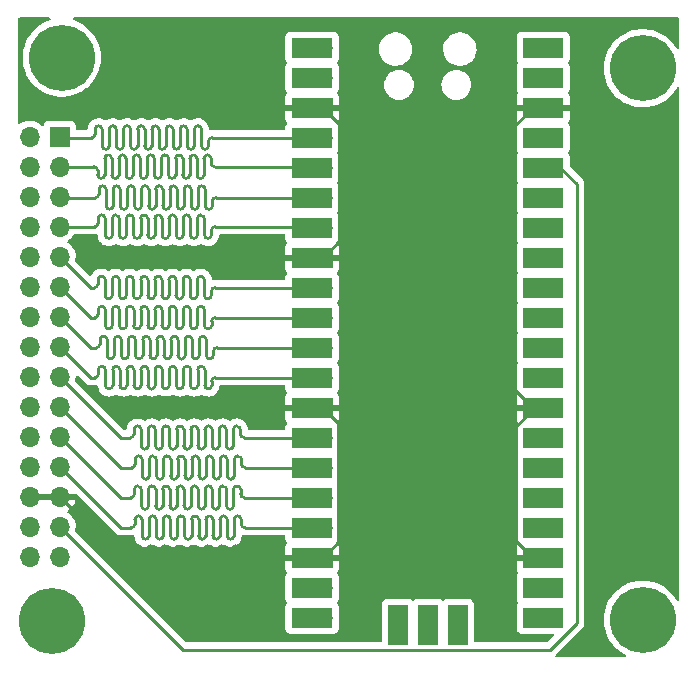
<source format=gtl>
G04 #@! TF.GenerationSoftware,KiCad,Pcbnew,(6.0.4)*
G04 #@! TF.CreationDate,2022-06-28T09:06:08+02:00*
G04 #@! TF.ProjectId,LogicAnalyzer,4c6f6769-6341-46e6-916c-797a65722e6b,rev?*
G04 #@! TF.SameCoordinates,Original*
G04 #@! TF.FileFunction,Copper,L1,Top*
G04 #@! TF.FilePolarity,Positive*
%FSLAX46Y46*%
G04 Gerber Fmt 4.6, Leading zero omitted, Abs format (unit mm)*
G04 Created by KiCad (PCBNEW (6.0.4)) date 2022-06-28 09:06:08*
%MOMM*%
%LPD*%
G01*
G04 APERTURE LIST*
G04 #@! TA.AperFunction,SMDPad,CuDef*
%ADD10R,3.500000X1.700000*%
G04 #@! TD*
G04 #@! TA.AperFunction,ComponentPad*
%ADD11O,1.700000X1.700000*%
G04 #@! TD*
G04 #@! TA.AperFunction,ComponentPad*
%ADD12R,1.700000X1.700000*%
G04 #@! TD*
G04 #@! TA.AperFunction,SMDPad,CuDef*
%ADD13R,1.700000X3.500000*%
G04 #@! TD*
G04 #@! TA.AperFunction,ConnectorPad*
%ADD14C,5.600000*%
G04 #@! TD*
G04 #@! TA.AperFunction,ComponentPad*
%ADD15C,3.600000*%
G04 #@! TD*
G04 #@! TA.AperFunction,Conductor*
%ADD16C,0.250000*%
G04 #@! TD*
G04 APERTURE END LIST*
D10*
X98395000Y-64655000D03*
D11*
X99295000Y-64655000D03*
X99295000Y-67195000D03*
D10*
X98395000Y-67195000D03*
D12*
X99295000Y-69735000D03*
D10*
X98395000Y-69735000D03*
X98395000Y-72275000D03*
D11*
X99295000Y-72275000D03*
D10*
X98395000Y-74815000D03*
D11*
X99295000Y-74815000D03*
X99295000Y-77355000D03*
D10*
X98395000Y-77355000D03*
D11*
X99295000Y-79895000D03*
D10*
X98395000Y-79895000D03*
D12*
X99295000Y-82435000D03*
D10*
X98395000Y-82435000D03*
D11*
X99295000Y-84975000D03*
D10*
X98395000Y-84975000D03*
D11*
X99295000Y-87515000D03*
D10*
X98395000Y-87515000D03*
D11*
X99295000Y-90055000D03*
D10*
X98395000Y-90055000D03*
D11*
X99295000Y-92595000D03*
D10*
X98395000Y-92595000D03*
D12*
X99295000Y-95135000D03*
D10*
X98395000Y-95135000D03*
X98395000Y-97675000D03*
D11*
X99295000Y-97675000D03*
D10*
X98395000Y-100215000D03*
D11*
X99295000Y-100215000D03*
X99295000Y-102755000D03*
D10*
X98395000Y-102755000D03*
X98395000Y-105295000D03*
D11*
X99295000Y-105295000D03*
D10*
X98395000Y-107835000D03*
D12*
X99295000Y-107835000D03*
D10*
X98395000Y-110375000D03*
D11*
X99295000Y-110375000D03*
D10*
X98395000Y-112915000D03*
D11*
X99295000Y-112915000D03*
D10*
X117975000Y-112915000D03*
D11*
X117075000Y-112915000D03*
X117075000Y-110375000D03*
D10*
X117975000Y-110375000D03*
X117975000Y-107835000D03*
D12*
X117075000Y-107835000D03*
D10*
X117975000Y-105295000D03*
D11*
X117075000Y-105295000D03*
X117075000Y-102755000D03*
D10*
X117975000Y-102755000D03*
D11*
X117075000Y-100215000D03*
D10*
X117975000Y-100215000D03*
X117975000Y-97675000D03*
D11*
X117075000Y-97675000D03*
D10*
X117975000Y-95135000D03*
D12*
X117075000Y-95135000D03*
D11*
X117075000Y-92595000D03*
D10*
X117975000Y-92595000D03*
X117975000Y-90055000D03*
D11*
X117075000Y-90055000D03*
X117075000Y-87515000D03*
D10*
X117975000Y-87515000D03*
X117975000Y-84975000D03*
D11*
X117075000Y-84975000D03*
D12*
X117075000Y-82435000D03*
D10*
X117975000Y-82435000D03*
D11*
X117075000Y-79895000D03*
D10*
X117975000Y-79895000D03*
X117975000Y-77355000D03*
D11*
X117075000Y-77355000D03*
X117075000Y-74815000D03*
D10*
X117975000Y-74815000D03*
D11*
X117075000Y-72275000D03*
D10*
X117975000Y-72275000D03*
X117975000Y-69735000D03*
D12*
X117075000Y-69735000D03*
D10*
X117975000Y-67195000D03*
D11*
X117075000Y-67195000D03*
D10*
X117975000Y-64655000D03*
D11*
X117075000Y-64655000D03*
X105645000Y-112685000D03*
D13*
X105645000Y-113585000D03*
X108185000Y-113585000D03*
D12*
X108185000Y-112685000D03*
D11*
X110725000Y-112685000D03*
D13*
X110725000Y-113585000D03*
D14*
X126400000Y-113100000D03*
D15*
X126400000Y-113100000D03*
D14*
X77200000Y-65500000D03*
D15*
X77200000Y-65500000D03*
X126400000Y-66400000D03*
D14*
X126400000Y-66400000D03*
D15*
X76400000Y-113200000D03*
D14*
X76400000Y-113200000D03*
D12*
X77025000Y-72200000D03*
D11*
X74485000Y-72200000D03*
X77025000Y-74740000D03*
X74485000Y-74740000D03*
X77025000Y-77280000D03*
X74485000Y-77280000D03*
X77025000Y-79820000D03*
X74485000Y-79820000D03*
X77025000Y-82360000D03*
X74485000Y-82360000D03*
X77025000Y-84900000D03*
X74485000Y-84900000D03*
X77025000Y-87440000D03*
X74485000Y-87440000D03*
X77025000Y-89980000D03*
X74485000Y-89980000D03*
X77025000Y-92520000D03*
X74485000Y-92520000D03*
X77025000Y-95060000D03*
X74485000Y-95060000D03*
X77025000Y-97600000D03*
X74485000Y-97600000D03*
X77025000Y-100140000D03*
X74485000Y-100140000D03*
X77025000Y-102680000D03*
X74485000Y-102680000D03*
X77025000Y-105220000D03*
X74485000Y-105220000D03*
X77025000Y-107760000D03*
X74485000Y-107760000D03*
D16*
X83625000Y-72275000D02*
X83625000Y-71575000D01*
X83625000Y-72975000D02*
X83625000Y-72275000D01*
X86625000Y-71575000D02*
X86625000Y-72275000D01*
X88425000Y-72275000D02*
X88425000Y-71575000D01*
X82425000Y-72275000D02*
X82425000Y-71575000D01*
X81225000Y-72975000D02*
X81225000Y-72275000D01*
X77100000Y-72275000D02*
X79725000Y-72275000D01*
X85425000Y-72275000D02*
X85425000Y-72975000D01*
X80025000Y-71975000D02*
X80025000Y-71575000D01*
X87825000Y-72275000D02*
X87825000Y-72975000D01*
X87225000Y-72275000D02*
X87225000Y-71575000D01*
X80625000Y-71575000D02*
X80625000Y-71975000D01*
X89925000Y-72275000D02*
X94586950Y-72275000D01*
X80625000Y-71975000D02*
X80625000Y-72975000D01*
X84825000Y-72975000D02*
X84825000Y-72275000D01*
X89025000Y-72275000D02*
X89025000Y-72975000D01*
X77025000Y-72200000D02*
X77100000Y-72275000D01*
X86025000Y-72975000D02*
X86025000Y-72275000D01*
X81225000Y-72275000D02*
X81225000Y-71575000D01*
X86625000Y-72275000D02*
X86625000Y-72975000D01*
X81825000Y-72275000D02*
X81825000Y-72975000D01*
X94586950Y-72275000D02*
X99295000Y-72275000D01*
X84825000Y-72275000D02*
X84825000Y-71575000D01*
X89025000Y-71575000D02*
X89025000Y-72275000D01*
X81825000Y-71575000D02*
X81825000Y-72275000D01*
X83025000Y-71575000D02*
X83025000Y-72275000D01*
X89625000Y-72975000D02*
X89625000Y-72575000D01*
X83025000Y-72275000D02*
X83025000Y-72975000D01*
X85425000Y-71575000D02*
X85425000Y-72275000D01*
X86025000Y-72275000D02*
X86025000Y-71575000D01*
X84225000Y-72275000D02*
X84225000Y-72975000D01*
X87225000Y-72975000D02*
X87225000Y-72275000D01*
X82425000Y-72975000D02*
X82425000Y-72275000D01*
X87825000Y-71575000D02*
X87825000Y-72275000D01*
X88425000Y-72975000D02*
X88425000Y-72275000D01*
X84225000Y-71575000D02*
X84225000Y-72275000D01*
X86025000Y-72975000D02*
G75*
G02*
X85725000Y-73275000I-300000J0D01*
G01*
X86325000Y-71275000D02*
G75*
G03*
X86025000Y-71575000I0J-300000D01*
G01*
X83625000Y-72975000D02*
G75*
G02*
X83325000Y-73275000I-300000J0D01*
G01*
X80025000Y-71975000D02*
G75*
G02*
X79725000Y-72275000I-300000J0D01*
G01*
X88425000Y-72975000D02*
G75*
G02*
X88125000Y-73275000I-300000J0D01*
G01*
X80925000Y-73275000D02*
G75*
G02*
X80625000Y-72975000I0J300000D01*
G01*
X87225000Y-72975000D02*
G75*
G02*
X86925000Y-73275000I-300000J0D01*
G01*
X82425000Y-72975000D02*
G75*
G02*
X82125000Y-73275000I-300000J0D01*
G01*
X89325000Y-73275000D02*
G75*
G02*
X89025000Y-72975000I0J300000D01*
G01*
X81225000Y-72975000D02*
G75*
G02*
X80925000Y-73275000I-300000J0D01*
G01*
X85125000Y-71275000D02*
G75*
G03*
X84825000Y-71575000I0J-300000D01*
G01*
X80625000Y-71575000D02*
G75*
G03*
X80325000Y-71275000I-300000J0D01*
G01*
X86625000Y-71575000D02*
G75*
G03*
X86325000Y-71275000I-300000J0D01*
G01*
X85425000Y-71575000D02*
G75*
G03*
X85125000Y-71275000I-300000J0D01*
G01*
X83325000Y-73275000D02*
G75*
G02*
X83025000Y-72975000I0J300000D01*
G01*
X88725000Y-71275000D02*
G75*
G03*
X88425000Y-71575000I0J-300000D01*
G01*
X83925000Y-71275000D02*
G75*
G03*
X83625000Y-71575000I0J-300000D01*
G01*
X89925000Y-72275000D02*
G75*
G03*
X89625000Y-72575000I0J-300000D01*
G01*
X85725000Y-73275000D02*
G75*
G02*
X85425000Y-72975000I0J300000D01*
G01*
X89625000Y-72975000D02*
G75*
G02*
X89325000Y-73275000I-300000J0D01*
G01*
X83025000Y-71575000D02*
G75*
G03*
X82725000Y-71275000I-300000J0D01*
G01*
X87525000Y-71275000D02*
G75*
G03*
X87225000Y-71575000I0J-300000D01*
G01*
X81525000Y-71275000D02*
G75*
G03*
X81225000Y-71575000I0J-300000D01*
G01*
X82125000Y-73275000D02*
G75*
G02*
X81825000Y-72975000I0J300000D01*
G01*
X86925000Y-73275000D02*
G75*
G02*
X86625000Y-72975000I0J300000D01*
G01*
X88125000Y-73275000D02*
G75*
G02*
X87825000Y-72975000I0J300000D01*
G01*
X87825000Y-71575000D02*
G75*
G03*
X87525000Y-71275000I-300000J0D01*
G01*
X84525000Y-73275000D02*
G75*
G02*
X84225000Y-72975000I0J300000D01*
G01*
X80325000Y-71275000D02*
G75*
G03*
X80025000Y-71575000I0J-300000D01*
G01*
X81825000Y-71575000D02*
G75*
G03*
X81525000Y-71275000I-300000J0D01*
G01*
X84825000Y-72975000D02*
G75*
G02*
X84525000Y-73275000I-300000J0D01*
G01*
X89025000Y-71575000D02*
G75*
G03*
X88725000Y-71275000I-300000J0D01*
G01*
X84225000Y-71575000D02*
G75*
G03*
X83925000Y-71275000I-300000J0D01*
G01*
X82725000Y-71275000D02*
G75*
G03*
X82425000Y-71575000I0J-300000D01*
G01*
X92174114Y-74740000D02*
X99220000Y-74740000D01*
X82040000Y-74740000D02*
X82040000Y-74040000D01*
X86240000Y-74040000D02*
X86240000Y-74740000D01*
X83240000Y-75440000D02*
X83240000Y-74740000D01*
X80240000Y-75040000D02*
X80240000Y-75440000D01*
X88040000Y-75440000D02*
X88040000Y-74740000D01*
X87440000Y-74040000D02*
X87440000Y-74740000D01*
X84440000Y-74740000D02*
X84440000Y-74040000D01*
X85640000Y-75440000D02*
X85640000Y-74740000D01*
X88040000Y-74740000D02*
X88040000Y-74040000D01*
X77025000Y-74740000D02*
X79940000Y-74740000D01*
X88640000Y-74740000D02*
X88640000Y-75440000D01*
X99220000Y-74740000D02*
X99295000Y-74815000D01*
X86240000Y-74740000D02*
X86240000Y-75440000D01*
X81440000Y-74040000D02*
X81440000Y-74740000D01*
X80840000Y-75040000D02*
X80840000Y-74040000D01*
X89240000Y-75440000D02*
X89240000Y-74740000D01*
X85040000Y-74740000D02*
X85040000Y-75440000D01*
X80840000Y-75440000D02*
X80840000Y-75040000D01*
X83840000Y-74740000D02*
X83840000Y-75440000D01*
X86840000Y-75440000D02*
X86840000Y-74740000D01*
X83240000Y-74740000D02*
X83240000Y-74040000D01*
X82640000Y-74740000D02*
X82640000Y-75440000D01*
X87440000Y-74740000D02*
X87440000Y-75440000D01*
X84440000Y-75440000D02*
X84440000Y-74740000D01*
X83840000Y-74040000D02*
X83840000Y-74740000D01*
X82040000Y-75440000D02*
X82040000Y-74740000D01*
X88640000Y-74040000D02*
X88640000Y-74740000D01*
X81440000Y-74740000D02*
X81440000Y-75440000D01*
X90140000Y-74740000D02*
X92174114Y-74740000D01*
X85040000Y-74040000D02*
X85040000Y-74740000D01*
X82640000Y-74040000D02*
X82640000Y-74740000D01*
X89840000Y-74040000D02*
X89840000Y-74440000D01*
X85640000Y-74740000D02*
X85640000Y-74040000D01*
X89240000Y-74740000D02*
X89240000Y-74040000D01*
X86840000Y-74740000D02*
X86840000Y-74040000D01*
X81440000Y-74040000D02*
G75*
G03*
X81140000Y-73740000I-300000J0D01*
G01*
X88040000Y-75440000D02*
G75*
G02*
X87740000Y-75740000I-300000J0D01*
G01*
X83240000Y-75440000D02*
G75*
G02*
X82940000Y-75740000I-300000J0D01*
G01*
X84440000Y-75440000D02*
G75*
G02*
X84140000Y-75740000I-300000J0D01*
G01*
X82040000Y-75440000D02*
G75*
G02*
X81740000Y-75740000I-300000J0D01*
G01*
X88340000Y-73740000D02*
G75*
G03*
X88040000Y-74040000I0J-300000D01*
G01*
X82340000Y-73740000D02*
G75*
G03*
X82040000Y-74040000I0J-300000D01*
G01*
X89840000Y-74040000D02*
G75*
G03*
X89540000Y-73740000I-300000J0D01*
G01*
X87140000Y-73740000D02*
G75*
G03*
X86840000Y-74040000I0J-300000D01*
G01*
X84740000Y-73740000D02*
G75*
G03*
X84440000Y-74040000I0J-300000D01*
G01*
X80540000Y-75740000D02*
G75*
G02*
X80240000Y-75440000I0J300000D01*
G01*
X90140000Y-74740000D02*
G75*
G02*
X89840000Y-74440000I0J300000D01*
G01*
X82640000Y-74040000D02*
G75*
G03*
X82340000Y-73740000I-300000J0D01*
G01*
X86240000Y-74040000D02*
G75*
G03*
X85940000Y-73740000I-300000J0D01*
G01*
X89540000Y-73740000D02*
G75*
G03*
X89240000Y-74040000I0J-300000D01*
G01*
X89240000Y-75440000D02*
G75*
G02*
X88940000Y-75740000I-300000J0D01*
G01*
X88940000Y-75740000D02*
G75*
G02*
X88640000Y-75440000I0J300000D01*
G01*
X81140000Y-73740000D02*
G75*
G03*
X80840000Y-74040000I0J-300000D01*
G01*
X85340000Y-75740000D02*
G75*
G02*
X85040000Y-75440000I0J300000D01*
G01*
X87440000Y-74040000D02*
G75*
G03*
X87140000Y-73740000I-300000J0D01*
G01*
X83540000Y-73740000D02*
G75*
G03*
X83240000Y-74040000I0J-300000D01*
G01*
X80240000Y-75040000D02*
G75*
G03*
X79940000Y-74740000I-300000J0D01*
G01*
X84140000Y-75740000D02*
G75*
G02*
X83840000Y-75440000I0J300000D01*
G01*
X81740000Y-75740000D02*
G75*
G02*
X81440000Y-75440000I0J300000D01*
G01*
X86840000Y-75440000D02*
G75*
G02*
X86540000Y-75740000I-300000J0D01*
G01*
X88640000Y-74040000D02*
G75*
G03*
X88340000Y-73740000I-300000J0D01*
G01*
X87740000Y-75740000D02*
G75*
G02*
X87440000Y-75440000I0J300000D01*
G01*
X80840000Y-75440000D02*
G75*
G02*
X80540000Y-75740000I-300000J0D01*
G01*
X83840000Y-74040000D02*
G75*
G03*
X83540000Y-73740000I-300000J0D01*
G01*
X85040000Y-74040000D02*
G75*
G03*
X84740000Y-73740000I-300000J0D01*
G01*
X85940000Y-73740000D02*
G75*
G03*
X85640000Y-74040000I0J-300000D01*
G01*
X85640000Y-75440000D02*
G75*
G02*
X85340000Y-75740000I-300000J0D01*
G01*
X82940000Y-75740000D02*
G75*
G02*
X82640000Y-75440000I0J300000D01*
G01*
X86540000Y-75740000D02*
G75*
G02*
X86240000Y-75440000I0J300000D01*
G01*
X84555000Y-77355000D02*
X84555000Y-78055000D01*
X87555000Y-78055000D02*
X87555000Y-77355000D01*
X86355000Y-78055000D02*
X86355000Y-77355000D01*
X84555000Y-76655000D02*
X84555000Y-77355000D01*
X83955000Y-77355000D02*
X83955000Y-76655000D01*
X77025000Y-77280000D02*
X77100000Y-77355000D01*
X88755000Y-78055000D02*
X88755000Y-77355000D01*
X89355000Y-76655000D02*
X89355000Y-77355000D01*
X81555000Y-77355000D02*
X81555000Y-76655000D01*
X86955000Y-76655000D02*
X86955000Y-77355000D01*
X80355000Y-77055000D02*
X80355000Y-76655000D01*
X88155000Y-76655000D02*
X88155000Y-77355000D01*
X82755000Y-78055000D02*
X82755000Y-77355000D01*
X85155000Y-77355000D02*
X85155000Y-76655000D01*
X82755000Y-77355000D02*
X82755000Y-76655000D01*
X89355000Y-77355000D02*
X89355000Y-78055000D01*
X80955000Y-76655000D02*
X80955000Y-77055000D01*
X85755000Y-76655000D02*
X85755000Y-77355000D01*
X86355000Y-77355000D02*
X86355000Y-76655000D01*
X85155000Y-78055000D02*
X85155000Y-77355000D01*
X83955000Y-78055000D02*
X83955000Y-77355000D01*
X83355000Y-76655000D02*
X83355000Y-77355000D01*
X87555000Y-77355000D02*
X87555000Y-76655000D01*
X88755000Y-77355000D02*
X88755000Y-76655000D01*
X92236141Y-77355000D02*
X99295000Y-77355000D01*
X89955000Y-78055000D02*
X89955000Y-77655000D01*
X81555000Y-78055000D02*
X81555000Y-77355000D01*
X85755000Y-77355000D02*
X85755000Y-78055000D01*
X88155000Y-77355000D02*
X88155000Y-78055000D01*
X77100000Y-77355000D02*
X80055000Y-77355000D01*
X90255000Y-77355000D02*
X92236141Y-77355000D01*
X86955000Y-77355000D02*
X86955000Y-78055000D01*
X82155000Y-76655000D02*
X82155000Y-77355000D01*
X82155000Y-77355000D02*
X82155000Y-78055000D01*
X83355000Y-77355000D02*
X83355000Y-78055000D01*
X80955000Y-77055000D02*
X80955000Y-78055000D01*
X83355000Y-76655000D02*
G75*
G03*
X83055000Y-76355000I-300000J0D01*
G01*
X85755000Y-76655000D02*
G75*
G03*
X85455000Y-76355000I-300000J0D01*
G01*
X81555000Y-78055000D02*
G75*
G02*
X81255000Y-78355000I-300000J0D01*
G01*
X87555000Y-78055000D02*
G75*
G02*
X87255000Y-78355000I-300000J0D01*
G01*
X86055000Y-78355000D02*
G75*
G02*
X85755000Y-78055000I0J300000D01*
G01*
X89355000Y-76655000D02*
G75*
G03*
X89055000Y-76355000I-300000J0D01*
G01*
X80355000Y-77055000D02*
G75*
G02*
X80055000Y-77355000I-300000J0D01*
G01*
X87255000Y-78355000D02*
G75*
G02*
X86955000Y-78055000I0J300000D01*
G01*
X82455000Y-78355000D02*
G75*
G02*
X82155000Y-78055000I0J300000D01*
G01*
X82755000Y-78055000D02*
G75*
G02*
X82455000Y-78355000I-300000J0D01*
G01*
X90255000Y-77355000D02*
G75*
G03*
X89955000Y-77655000I0J-300000D01*
G01*
X83055000Y-76355000D02*
G75*
G03*
X82755000Y-76655000I0J-300000D01*
G01*
X82155000Y-76655000D02*
G75*
G03*
X81855000Y-76355000I-300000J0D01*
G01*
X83655000Y-78355000D02*
G75*
G02*
X83355000Y-78055000I0J300000D01*
G01*
X84555000Y-76655000D02*
G75*
G03*
X84255000Y-76355000I-300000J0D01*
G01*
X85155000Y-78055000D02*
G75*
G02*
X84855000Y-78355000I-300000J0D01*
G01*
X89055000Y-76355000D02*
G75*
G03*
X88755000Y-76655000I0J-300000D01*
G01*
X86655000Y-76355000D02*
G75*
G03*
X86355000Y-76655000I0J-300000D01*
G01*
X81855000Y-76355000D02*
G75*
G03*
X81555000Y-76655000I0J-300000D01*
G01*
X86355000Y-78055000D02*
G75*
G02*
X86055000Y-78355000I-300000J0D01*
G01*
X80655000Y-76355000D02*
G75*
G03*
X80355000Y-76655000I0J-300000D01*
G01*
X88755000Y-78055000D02*
G75*
G02*
X88455000Y-78355000I-300000J0D01*
G01*
X89655000Y-78355000D02*
G75*
G02*
X89355000Y-78055000I0J300000D01*
G01*
X88155000Y-76655000D02*
G75*
G03*
X87855000Y-76355000I-300000J0D01*
G01*
X85455000Y-76355000D02*
G75*
G03*
X85155000Y-76655000I0J-300000D01*
G01*
X86955000Y-76655000D02*
G75*
G03*
X86655000Y-76355000I-300000J0D01*
G01*
X89955000Y-78055000D02*
G75*
G02*
X89655000Y-78355000I-300000J0D01*
G01*
X87855000Y-76355000D02*
G75*
G03*
X87555000Y-76655000I0J-300000D01*
G01*
X81255000Y-78355000D02*
G75*
G02*
X80955000Y-78055000I0J300000D01*
G01*
X88455000Y-78355000D02*
G75*
G02*
X88155000Y-78055000I0J300000D01*
G01*
X84855000Y-78355000D02*
G75*
G02*
X84555000Y-78055000I0J300000D01*
G01*
X80955000Y-76655000D02*
G75*
G03*
X80655000Y-76355000I-300000J0D01*
G01*
X84255000Y-76355000D02*
G75*
G03*
X83955000Y-76655000I0J-300000D01*
G01*
X83955000Y-78055000D02*
G75*
G02*
X83655000Y-78355000I-300000J0D01*
G01*
X80880000Y-79520000D02*
X80880000Y-80520000D01*
X89880000Y-80520000D02*
X89880000Y-80120000D01*
X82680000Y-80520000D02*
X82680000Y-79820000D01*
X82080000Y-79820000D02*
X82080000Y-80520000D01*
X85080000Y-79820000D02*
X85080000Y-79120000D01*
X87480000Y-79820000D02*
X87480000Y-79120000D01*
X83280000Y-79120000D02*
X83280000Y-79820000D01*
X83880000Y-80520000D02*
X83880000Y-79820000D01*
X88680000Y-80520000D02*
X88680000Y-79820000D01*
X90180000Y-79820000D02*
X92406715Y-79820000D01*
X86880000Y-79820000D02*
X86880000Y-80520000D01*
X89280000Y-79120000D02*
X89280000Y-79820000D01*
X83280000Y-79820000D02*
X83280000Y-80520000D01*
X82680000Y-79820000D02*
X82680000Y-79120000D01*
X85680000Y-79820000D02*
X85680000Y-80520000D01*
X83880000Y-79820000D02*
X83880000Y-79120000D01*
X86280000Y-80520000D02*
X86280000Y-79820000D01*
X87480000Y-80520000D02*
X87480000Y-79820000D01*
X89280000Y-79820000D02*
X89280000Y-80520000D01*
X82080000Y-79120000D02*
X82080000Y-79820000D01*
X86280000Y-79820000D02*
X86280000Y-79120000D01*
X85080000Y-80520000D02*
X85080000Y-79820000D01*
X81480000Y-80520000D02*
X81480000Y-79820000D01*
X80880000Y-79120000D02*
X80880000Y-79520000D01*
X88680000Y-79820000D02*
X88680000Y-79120000D01*
X80280000Y-79520000D02*
X80280000Y-79120000D01*
X84480000Y-79120000D02*
X84480000Y-79820000D01*
X85680000Y-79120000D02*
X85680000Y-79820000D01*
X88080000Y-79120000D02*
X88080000Y-79820000D01*
X81480000Y-79820000D02*
X81480000Y-79120000D01*
X77025000Y-79820000D02*
X79980000Y-79820000D01*
X84480000Y-79820000D02*
X84480000Y-80520000D01*
X88080000Y-79820000D02*
X88080000Y-80520000D01*
X92406715Y-79820000D02*
X99220000Y-79820000D01*
X86880000Y-79120000D02*
X86880000Y-79820000D01*
X99220000Y-79820000D02*
X99295000Y-79895000D01*
X88380000Y-80820000D02*
G75*
G02*
X88080000Y-80520000I0J300000D01*
G01*
X83280000Y-79120000D02*
G75*
G03*
X82980000Y-78820000I-300000J0D01*
G01*
X84180000Y-78820000D02*
G75*
G03*
X83880000Y-79120000I0J-300000D01*
G01*
X82980000Y-78820000D02*
G75*
G03*
X82680000Y-79120000I0J-300000D01*
G01*
X84480000Y-79120000D02*
G75*
G03*
X84180000Y-78820000I-300000J0D01*
G01*
X90180000Y-79820000D02*
G75*
G03*
X89880000Y-80120000I0J-300000D01*
G01*
X81480000Y-80520000D02*
G75*
G02*
X81180000Y-80820000I-300000J0D01*
G01*
X84780000Y-80820000D02*
G75*
G02*
X84480000Y-80520000I0J300000D01*
G01*
X87180000Y-80820000D02*
G75*
G02*
X86880000Y-80520000I0J300000D01*
G01*
X85980000Y-80820000D02*
G75*
G02*
X85680000Y-80520000I0J300000D01*
G01*
X83880000Y-80520000D02*
G75*
G02*
X83580000Y-80820000I-300000J0D01*
G01*
X85080000Y-80520000D02*
G75*
G02*
X84780000Y-80820000I-300000J0D01*
G01*
X88980000Y-78820000D02*
G75*
G03*
X88680000Y-79120000I0J-300000D01*
G01*
X87480000Y-80520000D02*
G75*
G02*
X87180000Y-80820000I-300000J0D01*
G01*
X88080000Y-79120000D02*
G75*
G03*
X87780000Y-78820000I-300000J0D01*
G01*
X82380000Y-80820000D02*
G75*
G02*
X82080000Y-80520000I0J300000D01*
G01*
X86280000Y-80520000D02*
G75*
G02*
X85980000Y-80820000I-300000J0D01*
G01*
X89880000Y-80520000D02*
G75*
G02*
X89580000Y-80820000I-300000J0D01*
G01*
X80880000Y-79120000D02*
G75*
G03*
X80580000Y-78820000I-300000J0D01*
G01*
X86580000Y-78820000D02*
G75*
G03*
X86280000Y-79120000I0J-300000D01*
G01*
X81180000Y-80820000D02*
G75*
G02*
X80880000Y-80520000I0J300000D01*
G01*
X85680000Y-79120000D02*
G75*
G03*
X85380000Y-78820000I-300000J0D01*
G01*
X86880000Y-79120000D02*
G75*
G03*
X86580000Y-78820000I-300000J0D01*
G01*
X81780000Y-78820000D02*
G75*
G03*
X81480000Y-79120000I0J-300000D01*
G01*
X88680000Y-80520000D02*
G75*
G02*
X88380000Y-80820000I-300000J0D01*
G01*
X83580000Y-80820000D02*
G75*
G02*
X83280000Y-80520000I0J300000D01*
G01*
X89280000Y-79120000D02*
G75*
G03*
X88980000Y-78820000I-300000J0D01*
G01*
X89580000Y-80820000D02*
G75*
G02*
X89280000Y-80520000I0J300000D01*
G01*
X87780000Y-78820000D02*
G75*
G03*
X87480000Y-79120000I0J-300000D01*
G01*
X80280000Y-79520000D02*
G75*
G02*
X79980000Y-79820000I-300000J0D01*
G01*
X82080000Y-79120000D02*
G75*
G03*
X81780000Y-78820000I-300000J0D01*
G01*
X85380000Y-78820000D02*
G75*
G03*
X85080000Y-79120000I0J-300000D01*
G01*
X82680000Y-80520000D02*
G75*
G02*
X82380000Y-80820000I-300000J0D01*
G01*
X80580000Y-78820000D02*
G75*
G03*
X80280000Y-79120000I0J-300000D01*
G01*
X81475000Y-85644524D02*
X81475000Y-84975000D01*
X84475000Y-84305476D02*
X84475000Y-84975000D01*
X89875000Y-85644524D02*
X89875000Y-85275000D01*
X88675000Y-85644524D02*
X88675000Y-84975000D01*
X86275000Y-85644524D02*
X86275000Y-84975000D01*
X83875000Y-85644524D02*
X83875000Y-84975000D01*
X88675000Y-84975000D02*
X88675000Y-84305476D01*
X85075000Y-85644524D02*
X85075000Y-84975000D01*
X86275000Y-84975000D02*
X86275000Y-84305476D01*
X87475000Y-85644524D02*
X87475000Y-84975000D01*
X82675000Y-84975000D02*
X82675000Y-84305476D01*
X83275000Y-84305476D02*
X83275000Y-84975000D01*
X88075000Y-84975000D02*
X88075000Y-85644524D01*
X80875000Y-84675000D02*
X80875000Y-85644524D01*
X89275000Y-84305476D02*
X89275000Y-84975000D01*
X83275000Y-84975000D02*
X83275000Y-85644524D01*
X89275000Y-84975000D02*
X89275000Y-85644524D01*
X90175000Y-84975000D02*
X93554212Y-84975000D01*
X88075000Y-84305476D02*
X88075000Y-84975000D01*
X77025000Y-82360000D02*
X79640000Y-84975000D01*
X93554212Y-84975000D02*
X99295000Y-84975000D01*
X80875000Y-84305476D02*
X80875000Y-84675000D01*
X82675000Y-85644524D02*
X82675000Y-84975000D01*
X82075000Y-84305476D02*
X82075000Y-84975000D01*
X79640000Y-84975000D02*
X79975000Y-84975000D01*
X86875000Y-84975000D02*
X86875000Y-85644524D01*
X80275000Y-84675000D02*
X80275000Y-84305476D01*
X87475000Y-84975000D02*
X87475000Y-84305476D01*
X85675000Y-84975000D02*
X85675000Y-85644524D01*
X81475000Y-84975000D02*
X81475000Y-84305476D01*
X82075000Y-84975000D02*
X82075000Y-85644524D01*
X85675000Y-84305476D02*
X85675000Y-84975000D01*
X84475000Y-84975000D02*
X84475000Y-85644524D01*
X85075000Y-84975000D02*
X85075000Y-84305476D01*
X83875000Y-84975000D02*
X83875000Y-84305476D01*
X86875000Y-84305476D02*
X86875000Y-84975000D01*
X89575000Y-85944500D02*
G75*
G02*
X89275000Y-85644524I0J300000D01*
G01*
X88375000Y-85944500D02*
G75*
G02*
X88075000Y-85644524I0J300000D01*
G01*
X83275024Y-84305476D02*
G75*
G03*
X82975000Y-84005476I-300024J-24D01*
G01*
X80275000Y-84675000D02*
G75*
G02*
X79975000Y-84975000I-300000J0D01*
G01*
X84775000Y-85944500D02*
G75*
G02*
X84475000Y-85644524I0J300000D01*
G01*
X82375000Y-85944500D02*
G75*
G02*
X82075000Y-85644524I0J300000D01*
G01*
X80875024Y-84305476D02*
G75*
G03*
X80575000Y-84005476I-300024J-24D01*
G01*
X88675024Y-85644524D02*
G75*
G02*
X88375000Y-85944524I-300024J24D01*
G01*
X87775000Y-84005500D02*
G75*
G03*
X87475000Y-84305476I0J-300000D01*
G01*
X85375000Y-84005500D02*
G75*
G03*
X85075000Y-84305476I0J-300000D01*
G01*
X88075024Y-84305476D02*
G75*
G03*
X87775000Y-84005476I-300024J-24D01*
G01*
X86275024Y-85644524D02*
G75*
G02*
X85975000Y-85944524I-300024J24D01*
G01*
X82075024Y-84305476D02*
G75*
G03*
X81775000Y-84005476I-300024J-24D01*
G01*
X85975000Y-85944500D02*
G75*
G02*
X85675000Y-85644524I0J300000D01*
G01*
X87175000Y-85944500D02*
G75*
G02*
X86875000Y-85644524I0J300000D01*
G01*
X89275024Y-84305476D02*
G75*
G03*
X88975000Y-84005476I-300024J-24D01*
G01*
X83875024Y-85644524D02*
G75*
G02*
X83575000Y-85944524I-300024J24D01*
G01*
X85675024Y-84305476D02*
G75*
G03*
X85375000Y-84005476I-300024J-24D01*
G01*
X83575000Y-85944500D02*
G75*
G02*
X83275000Y-85644524I0J300000D01*
G01*
X80575000Y-84005500D02*
G75*
G03*
X80275000Y-84305476I0J-300000D01*
G01*
X88975000Y-84005500D02*
G75*
G03*
X88675000Y-84305476I0J-300000D01*
G01*
X82975000Y-84005500D02*
G75*
G03*
X82675000Y-84305476I0J-300000D01*
G01*
X84175000Y-84005500D02*
G75*
G03*
X83875000Y-84305476I0J-300000D01*
G01*
X89875024Y-85644524D02*
G75*
G02*
X89575000Y-85944524I-300024J24D01*
G01*
X87475024Y-85644524D02*
G75*
G02*
X87175000Y-85944524I-300024J24D01*
G01*
X81175000Y-85944500D02*
G75*
G02*
X80875000Y-85644524I0J300000D01*
G01*
X81475024Y-85644524D02*
G75*
G02*
X81175000Y-85944524I-300024J24D01*
G01*
X81775000Y-84005500D02*
G75*
G03*
X81475000Y-84305476I0J-300000D01*
G01*
X90175000Y-84975000D02*
G75*
G03*
X89875000Y-85275000I0J-300000D01*
G01*
X86575000Y-84005500D02*
G75*
G03*
X86275000Y-84305476I0J-300000D01*
G01*
X82675024Y-85644524D02*
G75*
G02*
X82375000Y-85944524I-300024J24D01*
G01*
X84475024Y-84305476D02*
G75*
G03*
X84175000Y-84005476I-300024J-24D01*
G01*
X85075024Y-85644524D02*
G75*
G02*
X84775000Y-85944524I-300024J24D01*
G01*
X86875024Y-84305476D02*
G75*
G03*
X86575000Y-84005476I-300024J-24D01*
G01*
X77025000Y-84900000D02*
X79640000Y-87515000D01*
X83285000Y-86845476D02*
X83285000Y-87515000D01*
X85085000Y-88184524D02*
X85085000Y-87515000D01*
X83285000Y-87515000D02*
X83285000Y-88184524D01*
X86885000Y-86845476D02*
X86885000Y-87515000D01*
X88085000Y-86845476D02*
X88085000Y-87515000D01*
X89285000Y-86845476D02*
X89285000Y-87515000D01*
X88085000Y-87515000D02*
X88085000Y-88184524D01*
X88685000Y-88184524D02*
X88685000Y-87515000D01*
X85685000Y-86845476D02*
X85685000Y-87515000D01*
X86285000Y-87515000D02*
X86285000Y-86845476D01*
X82685000Y-88184524D02*
X82685000Y-87515000D01*
X82685000Y-87515000D02*
X82685000Y-86845476D01*
X86285000Y-88184524D02*
X86285000Y-87515000D01*
X79640000Y-87515000D02*
X79985000Y-87515000D01*
X81485000Y-88184524D02*
X81485000Y-87515000D01*
X85685000Y-87515000D02*
X85685000Y-88184524D01*
X89885000Y-88184524D02*
X89885000Y-87815000D01*
X84485000Y-86845476D02*
X84485000Y-87515000D01*
X82085000Y-87515000D02*
X82085000Y-88184524D01*
X82085000Y-86845476D02*
X82085000Y-87515000D01*
X80885000Y-87215000D02*
X80885000Y-88184524D01*
X84485000Y-87515000D02*
X84485000Y-88184524D01*
X86885000Y-87515000D02*
X86885000Y-88184524D01*
X85085000Y-87515000D02*
X85085000Y-86845476D01*
X87485000Y-87515000D02*
X87485000Y-86845476D01*
X89285000Y-87515000D02*
X89285000Y-88184524D01*
X93005695Y-87515000D02*
X99295000Y-87515000D01*
X90185000Y-87515000D02*
X93005695Y-87515000D01*
X81485000Y-87515000D02*
X81485000Y-86845476D01*
X83885000Y-87515000D02*
X83885000Y-86845476D01*
X87485000Y-88184524D02*
X87485000Y-87515000D01*
X80885000Y-86845476D02*
X80885000Y-87215000D01*
X83885000Y-88184524D02*
X83885000Y-87515000D01*
X80285000Y-87215000D02*
X80285000Y-86845476D01*
X88685000Y-87515000D02*
X88685000Y-86845476D01*
X90185000Y-87515000D02*
G75*
G03*
X89885000Y-87815000I0J-300000D01*
G01*
X82385000Y-88484500D02*
G75*
G02*
X82085000Y-88184524I0J300000D01*
G01*
X82085024Y-86845476D02*
G75*
G03*
X81785000Y-86545476I-300024J-24D01*
G01*
X81185000Y-88484500D02*
G75*
G02*
X80885000Y-88184524I0J300000D01*
G01*
X88385000Y-88484500D02*
G75*
G02*
X88085000Y-88184524I0J300000D01*
G01*
X84485024Y-86845476D02*
G75*
G03*
X84185000Y-86545476I-300024J-24D01*
G01*
X88085024Y-86845476D02*
G75*
G03*
X87785000Y-86545476I-300024J-24D01*
G01*
X85985000Y-88484500D02*
G75*
G02*
X85685000Y-88184524I0J300000D01*
G01*
X86585000Y-86545500D02*
G75*
G03*
X86285000Y-86845476I0J-300000D01*
G01*
X80285000Y-87215000D02*
G75*
G02*
X79985000Y-87515000I-300000J0D01*
G01*
X88985000Y-86545500D02*
G75*
G03*
X88685000Y-86845476I0J-300000D01*
G01*
X89285024Y-86845476D02*
G75*
G03*
X88985000Y-86545476I-300024J-24D01*
G01*
X87485024Y-88184524D02*
G75*
G02*
X87185000Y-88484524I-300024J24D01*
G01*
X89885024Y-88184524D02*
G75*
G02*
X89585000Y-88484524I-300024J24D01*
G01*
X83885024Y-88184524D02*
G75*
G02*
X83585000Y-88484524I-300024J24D01*
G01*
X85385000Y-86545500D02*
G75*
G03*
X85085000Y-86845476I0J-300000D01*
G01*
X81785000Y-86545500D02*
G75*
G03*
X81485000Y-86845476I0J-300000D01*
G01*
X86885024Y-86845476D02*
G75*
G03*
X86585000Y-86545476I-300024J-24D01*
G01*
X83285024Y-86845476D02*
G75*
G03*
X82985000Y-86545476I-300024J-24D01*
G01*
X82985000Y-86545500D02*
G75*
G03*
X82685000Y-86845476I0J-300000D01*
G01*
X85685024Y-86845476D02*
G75*
G03*
X85385000Y-86545476I-300024J-24D01*
G01*
X87785000Y-86545500D02*
G75*
G03*
X87485000Y-86845476I0J-300000D01*
G01*
X84785000Y-88484500D02*
G75*
G02*
X84485000Y-88184524I0J300000D01*
G01*
X84185000Y-86545500D02*
G75*
G03*
X83885000Y-86845476I0J-300000D01*
G01*
X80885024Y-86845476D02*
G75*
G03*
X80585000Y-86545476I-300024J-24D01*
G01*
X87185000Y-88484500D02*
G75*
G02*
X86885000Y-88184524I0J300000D01*
G01*
X82685024Y-88184524D02*
G75*
G02*
X82385000Y-88484524I-300024J24D01*
G01*
X85085024Y-88184524D02*
G75*
G02*
X84785000Y-88484524I-300024J24D01*
G01*
X80585000Y-86545500D02*
G75*
G03*
X80285000Y-86845476I0J-300000D01*
G01*
X81485024Y-88184524D02*
G75*
G02*
X81185000Y-88484524I-300024J24D01*
G01*
X86285024Y-88184524D02*
G75*
G02*
X85985000Y-88484524I-300024J24D01*
G01*
X88685024Y-88184524D02*
G75*
G02*
X88385000Y-88484524I-300024J24D01*
G01*
X89585000Y-88484500D02*
G75*
G02*
X89285000Y-88184524I0J300000D01*
G01*
X83585000Y-88484500D02*
G75*
G02*
X83285000Y-88184524I0J300000D01*
G01*
X84645000Y-89385476D02*
X84645000Y-90055000D01*
X88245000Y-89385476D02*
X88245000Y-90055000D01*
X89445000Y-89385476D02*
X89445000Y-90055000D01*
X79640000Y-90055000D02*
X80145000Y-90055000D01*
X88245000Y-90055000D02*
X88245000Y-90724524D01*
X80445000Y-89755000D02*
X80445000Y-89385476D01*
X87645000Y-90055000D02*
X87645000Y-89385476D01*
X90045000Y-90724524D02*
X90045000Y-90355000D01*
X87045000Y-89385476D02*
X87045000Y-90055000D01*
X77025000Y-87440000D02*
X79640000Y-90055000D01*
X82245000Y-89385476D02*
X82245000Y-90055000D01*
X89445000Y-90055000D02*
X89445000Y-90724524D01*
X84045000Y-90724524D02*
X84045000Y-90055000D01*
X83445000Y-89385476D02*
X83445000Y-90055000D01*
X88845000Y-90055000D02*
X88845000Y-89385476D01*
X85845000Y-89385476D02*
X85845000Y-90055000D01*
X86445000Y-90724524D02*
X86445000Y-90055000D01*
X81045000Y-89385476D02*
X81045000Y-89755000D01*
X88845000Y-90724524D02*
X88845000Y-90055000D01*
X81645000Y-90055000D02*
X81645000Y-89385476D01*
X87645000Y-90724524D02*
X87645000Y-90055000D01*
X81645000Y-90724524D02*
X81645000Y-90055000D01*
X82245000Y-90055000D02*
X82245000Y-90724524D01*
X94866501Y-90055000D02*
X99295000Y-90055000D01*
X82845000Y-90055000D02*
X82845000Y-89385476D01*
X87045000Y-90055000D02*
X87045000Y-90724524D01*
X86445000Y-90055000D02*
X86445000Y-89385476D01*
X81045000Y-89755000D02*
X81045000Y-90724524D01*
X85845000Y-90055000D02*
X85845000Y-90724524D01*
X90345000Y-90055000D02*
X94866501Y-90055000D01*
X84045000Y-90055000D02*
X84045000Y-89385476D01*
X85245000Y-90055000D02*
X85245000Y-89385476D01*
X84645000Y-90055000D02*
X84645000Y-90724524D01*
X83445000Y-90055000D02*
X83445000Y-90724524D01*
X85245000Y-90724524D02*
X85245000Y-90055000D01*
X82845000Y-90724524D02*
X82845000Y-90055000D01*
X86145000Y-91024500D02*
G75*
G02*
X85845000Y-90724524I0J300000D01*
G01*
X83745000Y-91024500D02*
G75*
G02*
X83445000Y-90724524I0J300000D01*
G01*
X82845024Y-90724524D02*
G75*
G02*
X82545000Y-91024524I-300024J24D01*
G01*
X85845024Y-89385476D02*
G75*
G03*
X85545000Y-89085476I-300024J-24D01*
G01*
X86445024Y-90724524D02*
G75*
G02*
X86145000Y-91024524I-300024J24D01*
G01*
X87645024Y-90724524D02*
G75*
G02*
X87345000Y-91024524I-300024J24D01*
G01*
X82545000Y-91024500D02*
G75*
G02*
X82245000Y-90724524I0J300000D01*
G01*
X87345000Y-91024500D02*
G75*
G02*
X87045000Y-90724524I0J300000D01*
G01*
X88545000Y-91024500D02*
G75*
G02*
X88245000Y-90724524I0J300000D01*
G01*
X83145000Y-89085500D02*
G75*
G03*
X82845000Y-89385476I0J-300000D01*
G01*
X86745000Y-89085500D02*
G75*
G03*
X86445000Y-89385476I0J-300000D01*
G01*
X80445000Y-89755000D02*
G75*
G02*
X80145000Y-90055000I-300000J0D01*
G01*
X84045024Y-90724524D02*
G75*
G02*
X83745000Y-91024524I-300024J24D01*
G01*
X88845024Y-90724524D02*
G75*
G02*
X88545000Y-91024524I-300024J24D01*
G01*
X89145000Y-89085500D02*
G75*
G03*
X88845000Y-89385476I0J-300000D01*
G01*
X88245024Y-89385476D02*
G75*
G03*
X87945000Y-89085476I-300024J-24D01*
G01*
X84945000Y-91024500D02*
G75*
G02*
X84645000Y-90724524I0J300000D01*
G01*
X81645024Y-90724524D02*
G75*
G02*
X81345000Y-91024524I-300024J24D01*
G01*
X84645024Y-89385476D02*
G75*
G03*
X84345000Y-89085476I-300024J-24D01*
G01*
X81345000Y-91024500D02*
G75*
G02*
X81045000Y-90724524I0J300000D01*
G01*
X87945000Y-89085500D02*
G75*
G03*
X87645000Y-89385476I0J-300000D01*
G01*
X82245024Y-89385476D02*
G75*
G03*
X81945000Y-89085476I-300024J-24D01*
G01*
X85545000Y-89085500D02*
G75*
G03*
X85245000Y-89385476I0J-300000D01*
G01*
X80745000Y-89085500D02*
G75*
G03*
X80445000Y-89385476I0J-300000D01*
G01*
X90345000Y-90055000D02*
G75*
G03*
X90045000Y-90355000I0J-300000D01*
G01*
X89745000Y-91024500D02*
G75*
G02*
X89445000Y-90724524I0J300000D01*
G01*
X89445024Y-89385476D02*
G75*
G03*
X89145000Y-89085476I-300024J-24D01*
G01*
X85245024Y-90724524D02*
G75*
G02*
X84945000Y-91024524I-300024J24D01*
G01*
X81945000Y-89085500D02*
G75*
G03*
X81645000Y-89385476I0J-300000D01*
G01*
X83445024Y-89385476D02*
G75*
G03*
X83145000Y-89085476I-300024J-24D01*
G01*
X84345000Y-89085500D02*
G75*
G03*
X84045000Y-89385476I0J-300000D01*
G01*
X87045024Y-89385476D02*
G75*
G03*
X86745000Y-89085476I-300024J-24D01*
G01*
X90045024Y-90724524D02*
G75*
G02*
X89745000Y-91024524I-300024J24D01*
G01*
X81045024Y-89385476D02*
G75*
G03*
X80745000Y-89085476I-300024J-24D01*
G01*
X84505000Y-92595000D02*
X84505000Y-93264524D01*
X83305000Y-91925476D02*
X83305000Y-92595000D01*
X82705000Y-93264524D02*
X82705000Y-92595000D01*
X86305000Y-92595000D02*
X86305000Y-91925476D01*
X86905000Y-91925476D02*
X86905000Y-92595000D01*
X84505000Y-91925476D02*
X84505000Y-92595000D01*
X87505000Y-93264524D02*
X87505000Y-92595000D01*
X89305000Y-92595000D02*
X89305000Y-93264524D01*
X81505000Y-92595000D02*
X81505000Y-91925476D01*
X85105000Y-92595000D02*
X85105000Y-91925476D01*
X93633717Y-92595000D02*
X99295000Y-92595000D01*
X82105000Y-92595000D02*
X82105000Y-93264524D01*
X80305000Y-92295000D02*
X80305000Y-91925476D01*
X80905000Y-91925476D02*
X80905000Y-92295000D01*
X80905000Y-92295000D02*
X80905000Y-93264524D01*
X77025000Y-89980000D02*
X79640000Y-92595000D01*
X82105000Y-91925476D02*
X82105000Y-92595000D01*
X86905000Y-92595000D02*
X86905000Y-93264524D01*
X83305000Y-92595000D02*
X83305000Y-93264524D01*
X88705000Y-92595000D02*
X88705000Y-91925476D01*
X88705000Y-93264524D02*
X88705000Y-92595000D01*
X81505000Y-93264524D02*
X81505000Y-92595000D01*
X88105000Y-91925476D02*
X88105000Y-92595000D01*
X79640000Y-92595000D02*
X80005000Y-92595000D01*
X85105000Y-93264524D02*
X85105000Y-92595000D01*
X90205000Y-92595000D02*
X93633717Y-92595000D01*
X89905000Y-93264524D02*
X89905000Y-92895000D01*
X89305000Y-91925476D02*
X89305000Y-92595000D01*
X87505000Y-92595000D02*
X87505000Y-91925476D01*
X85705000Y-91925476D02*
X85705000Y-92595000D01*
X83905000Y-92595000D02*
X83905000Y-91925476D01*
X85705000Y-92595000D02*
X85705000Y-93264524D01*
X83905000Y-93264524D02*
X83905000Y-92595000D01*
X82705000Y-92595000D02*
X82705000Y-91925476D01*
X86305000Y-93264524D02*
X86305000Y-92595000D01*
X88105000Y-92595000D02*
X88105000Y-93264524D01*
X81205000Y-93564500D02*
G75*
G02*
X80905000Y-93264524I0J300000D01*
G01*
X85105024Y-93264524D02*
G75*
G02*
X84805000Y-93564524I-300024J24D01*
G01*
X80305000Y-92295000D02*
G75*
G02*
X80005000Y-92595000I-300000J0D01*
G01*
X89305024Y-91925476D02*
G75*
G03*
X89005000Y-91625476I-300024J-24D01*
G01*
X80905024Y-91925476D02*
G75*
G03*
X80605000Y-91625476I-300024J-24D01*
G01*
X81805000Y-91625500D02*
G75*
G03*
X81505000Y-91925476I0J-300000D01*
G01*
X83605000Y-93564500D02*
G75*
G02*
X83305000Y-93264524I0J300000D01*
G01*
X85705024Y-91925476D02*
G75*
G03*
X85405000Y-91625476I-300024J-24D01*
G01*
X84505024Y-91925476D02*
G75*
G03*
X84205000Y-91625476I-300024J-24D01*
G01*
X83905024Y-93264524D02*
G75*
G02*
X83605000Y-93564524I-300024J24D01*
G01*
X86005000Y-93564500D02*
G75*
G02*
X85705000Y-93264524I0J300000D01*
G01*
X85405000Y-91625500D02*
G75*
G03*
X85105000Y-91925476I0J-300000D01*
G01*
X81505024Y-93264524D02*
G75*
G02*
X81205000Y-93564524I-300024J24D01*
G01*
X86905024Y-91925476D02*
G75*
G03*
X86605000Y-91625476I-300024J-24D01*
G01*
X88105024Y-91925476D02*
G75*
G03*
X87805000Y-91625476I-300024J-24D01*
G01*
X83005000Y-91625500D02*
G75*
G03*
X82705000Y-91925476I0J-300000D01*
G01*
X87505024Y-93264524D02*
G75*
G02*
X87205000Y-93564524I-300024J24D01*
G01*
X86605000Y-91625500D02*
G75*
G03*
X86305000Y-91925476I0J-300000D01*
G01*
X83305024Y-91925476D02*
G75*
G03*
X83005000Y-91625476I-300024J-24D01*
G01*
X82705024Y-93264524D02*
G75*
G02*
X82405000Y-93564524I-300024J24D01*
G01*
X89005000Y-91625500D02*
G75*
G03*
X88705000Y-91925476I0J-300000D01*
G01*
X82405000Y-93564500D02*
G75*
G02*
X82105000Y-93264524I0J300000D01*
G01*
X89605000Y-93564500D02*
G75*
G02*
X89305000Y-93264524I0J300000D01*
G01*
X88405000Y-93564500D02*
G75*
G02*
X88105000Y-93264524I0J300000D01*
G01*
X90205000Y-92595000D02*
G75*
G03*
X89905000Y-92895000I0J-300000D01*
G01*
X80605000Y-91625500D02*
G75*
G03*
X80305000Y-91925476I0J-300000D01*
G01*
X89905024Y-93264524D02*
G75*
G02*
X89605000Y-93564524I-300024J24D01*
G01*
X87205000Y-93564500D02*
G75*
G02*
X86905000Y-93264524I0J300000D01*
G01*
X84805000Y-93564500D02*
G75*
G02*
X84505000Y-93264524I0J300000D01*
G01*
X86305024Y-93264524D02*
G75*
G02*
X86005000Y-93564524I-300024J24D01*
G01*
X82105024Y-91925476D02*
G75*
G03*
X81805000Y-91625476I-300024J-24D01*
G01*
X88705024Y-93264524D02*
G75*
G02*
X88405000Y-93564524I-300024J24D01*
G01*
X84205000Y-91625500D02*
G75*
G03*
X83905000Y-91925476I0J-300000D01*
G01*
X87805000Y-91625500D02*
G75*
G03*
X87505000Y-91925476I0J-300000D01*
G01*
X90525000Y-98365504D02*
X90525000Y-97675000D01*
X90525000Y-97675000D02*
X90525000Y-96984496D01*
X86925000Y-98365504D02*
X86925000Y-97675000D01*
X95587564Y-97675000D02*
X99295000Y-97675000D01*
X92325000Y-96984496D02*
X92325000Y-97375000D01*
X91125000Y-96984496D02*
X91125000Y-97675000D01*
X82180000Y-97675000D02*
X83025000Y-97675000D01*
X89325000Y-98365504D02*
X89325000Y-97675000D01*
X88725000Y-97675000D02*
X88725000Y-98365504D01*
X83925000Y-96984496D02*
X83925000Y-97375000D01*
X87525000Y-96984496D02*
X87525000Y-97675000D01*
X88125000Y-97675000D02*
X88125000Y-96984496D01*
X84525000Y-97675000D02*
X84525000Y-96984496D01*
X89325000Y-97675000D02*
X89325000Y-96984496D01*
X85725000Y-97675000D02*
X85725000Y-96984496D01*
X86325000Y-96984496D02*
X86325000Y-97675000D01*
X86325000Y-97675000D02*
X86325000Y-98365504D01*
X89925000Y-97675000D02*
X89925000Y-98365504D01*
X83325000Y-97375000D02*
X83325000Y-96984496D01*
X87525000Y-97675000D02*
X87525000Y-98365504D01*
X86925000Y-97675000D02*
X86925000Y-96984496D01*
X92625000Y-97675000D02*
X95587564Y-97675000D01*
X83925000Y-97375000D02*
X83925000Y-98365504D01*
X85125000Y-97675000D02*
X85125000Y-98365504D01*
X91725000Y-97675000D02*
X91725000Y-96984496D01*
X84525000Y-98365504D02*
X84525000Y-97675000D01*
X91125000Y-97675000D02*
X91125000Y-98365504D01*
X88725000Y-96984496D02*
X88725000Y-97675000D01*
X77025000Y-92520000D02*
X82180000Y-97675000D01*
X89925000Y-96984496D02*
X89925000Y-97675000D01*
X85125000Y-96984496D02*
X85125000Y-97675000D01*
X91725000Y-98365504D02*
X91725000Y-97675000D01*
X85725000Y-98365504D02*
X85725000Y-97675000D01*
X88125000Y-98365504D02*
X88125000Y-97675000D01*
X83325000Y-97375000D02*
G75*
G02*
X83025000Y-97675000I-300000J0D01*
G01*
X89325004Y-98365504D02*
G75*
G02*
X89025000Y-98665504I-300004J4D01*
G01*
X83625000Y-96684500D02*
G75*
G03*
X83325000Y-96984496I0J-300000D01*
G01*
X90225000Y-98665500D02*
G75*
G02*
X89925000Y-98365504I0J300000D01*
G01*
X87225000Y-96684500D02*
G75*
G03*
X86925000Y-96984496I0J-300000D01*
G01*
X87525004Y-96984496D02*
G75*
G03*
X87225000Y-96684496I-300004J-4D01*
G01*
X84825000Y-96684500D02*
G75*
G03*
X84525000Y-96984496I0J-300000D01*
G01*
X89625000Y-96684500D02*
G75*
G03*
X89325000Y-96984496I0J-300000D01*
G01*
X92625000Y-97675000D02*
G75*
G02*
X92325000Y-97375000I0J300000D01*
G01*
X84525004Y-98365504D02*
G75*
G02*
X84225000Y-98665504I-300004J4D01*
G01*
X88125004Y-98365504D02*
G75*
G02*
X87825000Y-98665504I-300004J4D01*
G01*
X91125004Y-96984496D02*
G75*
G03*
X90825000Y-96684496I-300004J-4D01*
G01*
X91425000Y-98665500D02*
G75*
G02*
X91125000Y-98365504I0J300000D01*
G01*
X90825000Y-96684500D02*
G75*
G03*
X90525000Y-96984496I0J-300000D01*
G01*
X88725004Y-96984496D02*
G75*
G03*
X88425000Y-96684496I-300004J-4D01*
G01*
X87825000Y-98665500D02*
G75*
G02*
X87525000Y-98365504I0J300000D01*
G01*
X89025000Y-98665500D02*
G75*
G02*
X88725000Y-98365504I0J300000D01*
G01*
X92325004Y-96984496D02*
G75*
G03*
X92025000Y-96684496I-300004J-4D01*
G01*
X90525004Y-98365504D02*
G75*
G02*
X90225000Y-98665504I-300004J4D01*
G01*
X92025000Y-96684500D02*
G75*
G03*
X91725000Y-96984496I0J-300000D01*
G01*
X86625000Y-98665500D02*
G75*
G02*
X86325000Y-98365504I0J300000D01*
G01*
X91725004Y-98365504D02*
G75*
G02*
X91425000Y-98665504I-300004J4D01*
G01*
X86325004Y-96984496D02*
G75*
G03*
X86025000Y-96684496I-300004J-4D01*
G01*
X85725004Y-98365504D02*
G75*
G02*
X85425000Y-98665504I-300004J4D01*
G01*
X88425000Y-96684500D02*
G75*
G03*
X88125000Y-96984496I0J-300000D01*
G01*
X83925004Y-96984496D02*
G75*
G03*
X83625000Y-96684496I-300004J-4D01*
G01*
X86025000Y-96684500D02*
G75*
G03*
X85725000Y-96984496I0J-300000D01*
G01*
X85125004Y-96984496D02*
G75*
G03*
X84825000Y-96684496I-300004J-4D01*
G01*
X85425000Y-98665500D02*
G75*
G02*
X85125000Y-98365504I0J300000D01*
G01*
X89925004Y-96984496D02*
G75*
G03*
X89625000Y-96684496I-300004J-4D01*
G01*
X84225000Y-98665500D02*
G75*
G02*
X83925000Y-98365504I0J300000D01*
G01*
X86925004Y-98365504D02*
G75*
G02*
X86625000Y-98665504I-300004J4D01*
G01*
X91815000Y-100215000D02*
X91815000Y-99524496D01*
X87015000Y-100215000D02*
X87015000Y-99524496D01*
X84615000Y-100215000D02*
X84615000Y-99524496D01*
X85815000Y-100905504D02*
X85815000Y-100215000D01*
X86415000Y-100215000D02*
X86415000Y-100905504D01*
X89415000Y-100215000D02*
X89415000Y-99524496D01*
X95075842Y-100215000D02*
X99295000Y-100215000D01*
X91215000Y-99524496D02*
X91215000Y-100215000D01*
X89415000Y-100905504D02*
X89415000Y-100215000D01*
X88215000Y-100905504D02*
X88215000Y-100215000D01*
X84615000Y-100905504D02*
X84615000Y-100215000D01*
X90015000Y-100215000D02*
X90015000Y-100905504D01*
X88815000Y-99524496D02*
X88815000Y-100215000D01*
X87615000Y-99524496D02*
X87615000Y-100215000D01*
X87015000Y-100905504D02*
X87015000Y-100215000D01*
X85215000Y-99524496D02*
X85215000Y-100215000D01*
X88215000Y-100215000D02*
X88215000Y-99524496D01*
X77025000Y-95060000D02*
X82180000Y-100215000D01*
X83415000Y-99915000D02*
X83415000Y-99524496D01*
X84015000Y-99915000D02*
X84015000Y-100905504D01*
X86415000Y-99524496D02*
X86415000Y-100215000D01*
X91815000Y-100905504D02*
X91815000Y-100215000D01*
X92415000Y-99524496D02*
X92415000Y-99915000D01*
X84015000Y-99524496D02*
X84015000Y-99915000D01*
X87615000Y-100215000D02*
X87615000Y-100905504D01*
X92715000Y-100215000D02*
X95075842Y-100215000D01*
X90015000Y-99524496D02*
X90015000Y-100215000D01*
X82180000Y-100215000D02*
X83115000Y-100215000D01*
X85215000Y-100215000D02*
X85215000Y-100905504D01*
X90615000Y-100215000D02*
X90615000Y-99524496D01*
X90615000Y-100905504D02*
X90615000Y-100215000D01*
X88815000Y-100215000D02*
X88815000Y-100905504D01*
X91215000Y-100215000D02*
X91215000Y-100905504D01*
X85815000Y-100215000D02*
X85815000Y-99524496D01*
X83415000Y-99915000D02*
G75*
G02*
X83115000Y-100215000I-300000J0D01*
G01*
X85215004Y-99524496D02*
G75*
G03*
X84915000Y-99224496I-300004J-4D01*
G01*
X91215004Y-99524496D02*
G75*
G03*
X90915000Y-99224496I-300004J-4D01*
G01*
X86115000Y-99224500D02*
G75*
G03*
X85815000Y-99524496I0J-300000D01*
G01*
X90615004Y-100905504D02*
G75*
G02*
X90315000Y-101205504I-300004J4D01*
G01*
X86715000Y-101205500D02*
G75*
G02*
X86415000Y-100905504I0J300000D01*
G01*
X89415004Y-100905504D02*
G75*
G02*
X89115000Y-101205504I-300004J4D01*
G01*
X90315000Y-101205500D02*
G75*
G02*
X90015000Y-100905504I0J300000D01*
G01*
X84315000Y-101205500D02*
G75*
G02*
X84015000Y-100905504I0J300000D01*
G01*
X90015004Y-99524496D02*
G75*
G03*
X89715000Y-99224496I-300004J-4D01*
G01*
X85815004Y-100905504D02*
G75*
G02*
X85515000Y-101205504I-300004J4D01*
G01*
X92415004Y-99524496D02*
G75*
G03*
X92115000Y-99224496I-300004J-4D01*
G01*
X87915000Y-101205500D02*
G75*
G02*
X87615000Y-100905504I0J300000D01*
G01*
X84915000Y-99224500D02*
G75*
G03*
X84615000Y-99524496I0J-300000D01*
G01*
X88215004Y-100905504D02*
G75*
G02*
X87915000Y-101205504I-300004J4D01*
G01*
X92115000Y-99224500D02*
G75*
G03*
X91815000Y-99524496I0J-300000D01*
G01*
X85515000Y-101205500D02*
G75*
G02*
X85215000Y-100905504I0J300000D01*
G01*
X87015004Y-100905504D02*
G75*
G02*
X86715000Y-101205504I-300004J4D01*
G01*
X91815004Y-100905504D02*
G75*
G02*
X91515000Y-101205504I-300004J4D01*
G01*
X92715000Y-100215000D02*
G75*
G02*
X92415000Y-99915000I0J300000D01*
G01*
X84015004Y-99524496D02*
G75*
G03*
X83715000Y-99224496I-300004J-4D01*
G01*
X89115000Y-101205500D02*
G75*
G02*
X88815000Y-100905504I0J300000D01*
G01*
X89715000Y-99224500D02*
G75*
G03*
X89415000Y-99524496I0J-300000D01*
G01*
X83715000Y-99224500D02*
G75*
G03*
X83415000Y-99524496I0J-300000D01*
G01*
X86415004Y-99524496D02*
G75*
G03*
X86115000Y-99224496I-300004J-4D01*
G01*
X88515000Y-99224500D02*
G75*
G03*
X88215000Y-99524496I0J-300000D01*
G01*
X87315000Y-99224500D02*
G75*
G03*
X87015000Y-99524496I0J-300000D01*
G01*
X91515000Y-101205500D02*
G75*
G02*
X91215000Y-100905504I0J300000D01*
G01*
X90915000Y-99224500D02*
G75*
G03*
X90615000Y-99524496I0J-300000D01*
G01*
X87615004Y-99524496D02*
G75*
G03*
X87315000Y-99224496I-300004J-4D01*
G01*
X88815004Y-99524496D02*
G75*
G03*
X88515000Y-99224496I-300004J-4D01*
G01*
X84615004Y-100905504D02*
G75*
G02*
X84315000Y-101205504I-300004J4D01*
G01*
X89345000Y-103445504D02*
X89345000Y-102755000D01*
X91145000Y-102755000D02*
X91145000Y-103445504D01*
X87545000Y-102064496D02*
X87545000Y-102755000D01*
X82180000Y-102755000D02*
X83045000Y-102755000D01*
X92645000Y-102755000D02*
X94168699Y-102755000D01*
X86945000Y-102755000D02*
X86945000Y-102064496D01*
X86945000Y-103445504D02*
X86945000Y-102755000D01*
X89945000Y-102064496D02*
X89945000Y-102755000D01*
X77025000Y-97600000D02*
X82180000Y-102755000D01*
X91745000Y-103445504D02*
X91745000Y-102755000D01*
X88745000Y-102755000D02*
X88745000Y-103445504D01*
X88145000Y-103445504D02*
X88145000Y-102755000D01*
X84545000Y-103445504D02*
X84545000Y-102755000D01*
X83945000Y-102455000D02*
X83945000Y-103445504D01*
X85145000Y-102755000D02*
X85145000Y-103445504D01*
X88745000Y-102064496D02*
X88745000Y-102755000D01*
X94168699Y-102755000D02*
X99295000Y-102755000D01*
X85745000Y-102755000D02*
X85745000Y-102064496D01*
X89945000Y-102755000D02*
X89945000Y-103445504D01*
X91145000Y-102064496D02*
X91145000Y-102755000D01*
X86345000Y-102064496D02*
X86345000Y-102755000D01*
X89345000Y-102755000D02*
X89345000Y-102064496D01*
X83345000Y-102455000D02*
X83345000Y-102064496D01*
X83945000Y-102064496D02*
X83945000Y-102455000D01*
X84545000Y-102755000D02*
X84545000Y-102064496D01*
X86345000Y-102755000D02*
X86345000Y-103445504D01*
X85745000Y-103445504D02*
X85745000Y-102755000D01*
X91745000Y-102755000D02*
X91745000Y-102064496D01*
X87545000Y-102755000D02*
X87545000Y-103445504D01*
X88145000Y-102755000D02*
X88145000Y-102064496D01*
X90545000Y-102755000D02*
X90545000Y-102064496D01*
X90545000Y-103445504D02*
X90545000Y-102755000D01*
X92345000Y-102064496D02*
X92345000Y-102455000D01*
X85145000Y-102064496D02*
X85145000Y-102755000D01*
X91145004Y-102064496D02*
G75*
G03*
X90845000Y-101764496I-300004J-4D01*
G01*
X89045000Y-103745500D02*
G75*
G02*
X88745000Y-103445504I0J300000D01*
G01*
X84845000Y-101764500D02*
G75*
G03*
X84545000Y-102064496I0J-300000D01*
G01*
X87845000Y-103745500D02*
G75*
G02*
X87545000Y-103445504I0J300000D01*
G01*
X83345000Y-102455000D02*
G75*
G02*
X83045000Y-102755000I-300000J0D01*
G01*
X88745004Y-102064496D02*
G75*
G03*
X88445000Y-101764496I-300004J-4D01*
G01*
X91445000Y-103745500D02*
G75*
G02*
X91145000Y-103445504I0J300000D01*
G01*
X90245000Y-103745500D02*
G75*
G02*
X89945000Y-103445504I0J300000D01*
G01*
X84245000Y-103745500D02*
G75*
G02*
X83945000Y-103445504I0J300000D01*
G01*
X88445000Y-101764500D02*
G75*
G03*
X88145000Y-102064496I0J-300000D01*
G01*
X87545004Y-102064496D02*
G75*
G03*
X87245000Y-101764496I-300004J-4D01*
G01*
X92045000Y-101764500D02*
G75*
G03*
X91745000Y-102064496I0J-300000D01*
G01*
X92345004Y-102064496D02*
G75*
G03*
X92045000Y-101764496I-300004J-4D01*
G01*
X86945004Y-103445504D02*
G75*
G02*
X86645000Y-103745504I-300004J4D01*
G01*
X86345004Y-102064496D02*
G75*
G03*
X86045000Y-101764496I-300004J-4D01*
G01*
X88145004Y-103445504D02*
G75*
G02*
X87845000Y-103745504I-300004J4D01*
G01*
X83945004Y-102064496D02*
G75*
G03*
X83645000Y-101764496I-300004J-4D01*
G01*
X85145004Y-102064496D02*
G75*
G03*
X84845000Y-101764496I-300004J-4D01*
G01*
X89945004Y-102064496D02*
G75*
G03*
X89645000Y-101764496I-300004J-4D01*
G01*
X92645000Y-102755000D02*
G75*
G02*
X92345000Y-102455000I0J300000D01*
G01*
X83645000Y-101764500D02*
G75*
G03*
X83345000Y-102064496I0J-300000D01*
G01*
X90845000Y-101764500D02*
G75*
G03*
X90545000Y-102064496I0J-300000D01*
G01*
X85745004Y-103445504D02*
G75*
G02*
X85445000Y-103745504I-300004J4D01*
G01*
X87245000Y-101764500D02*
G75*
G03*
X86945000Y-102064496I0J-300000D01*
G01*
X85445000Y-103745500D02*
G75*
G02*
X85145000Y-103445504I0J300000D01*
G01*
X89345004Y-103445504D02*
G75*
G02*
X89045000Y-103745504I-300004J4D01*
G01*
X89645000Y-101764500D02*
G75*
G03*
X89345000Y-102064496I0J-300000D01*
G01*
X84545004Y-103445504D02*
G75*
G02*
X84245000Y-103745504I-300004J4D01*
G01*
X91745004Y-103445504D02*
G75*
G02*
X91445000Y-103745504I-300004J4D01*
G01*
X90545004Y-103445504D02*
G75*
G02*
X90245000Y-103745504I-300004J4D01*
G01*
X86645000Y-103745500D02*
G75*
G02*
X86345000Y-103445504I0J300000D01*
G01*
X86045000Y-101764500D02*
G75*
G03*
X85745000Y-102064496I0J-300000D01*
G01*
X77025000Y-100140000D02*
X82180000Y-105295000D01*
X85795000Y-105295000D02*
X85795000Y-104604496D01*
X86995000Y-105985504D02*
X86995000Y-105295000D01*
X94982802Y-105295000D02*
X99295000Y-105295000D01*
X92395000Y-104604496D02*
X92395000Y-104995000D01*
X85195000Y-104604496D02*
X85195000Y-105295000D01*
X90595000Y-105295000D02*
X90595000Y-104604496D01*
X88195000Y-105985504D02*
X88195000Y-105295000D01*
X87595000Y-104604496D02*
X87595000Y-105295000D01*
X83995000Y-104995000D02*
X83995000Y-105985504D01*
X88195000Y-105295000D02*
X88195000Y-104604496D01*
X89995000Y-105295000D02*
X89995000Y-105985504D01*
X85795000Y-105985504D02*
X85795000Y-105295000D01*
X91195000Y-104604496D02*
X91195000Y-105295000D01*
X89395000Y-105295000D02*
X89395000Y-104604496D01*
X91795000Y-105985504D02*
X91795000Y-105295000D01*
X92695000Y-105295000D02*
X94982802Y-105295000D01*
X91195000Y-105295000D02*
X91195000Y-105985504D01*
X85195000Y-105295000D02*
X85195000Y-105985504D01*
X87595000Y-105295000D02*
X87595000Y-105985504D01*
X86395000Y-104604496D02*
X86395000Y-105295000D01*
X83995000Y-104604496D02*
X83995000Y-104995000D01*
X91795000Y-105295000D02*
X91795000Y-104604496D01*
X84595000Y-105985504D02*
X84595000Y-105295000D01*
X89995000Y-104604496D02*
X89995000Y-105295000D01*
X88795000Y-105295000D02*
X88795000Y-105985504D01*
X89395000Y-105985504D02*
X89395000Y-105295000D01*
X86395000Y-105295000D02*
X86395000Y-105985504D01*
X83395000Y-104995000D02*
X83395000Y-104604496D01*
X82180000Y-105295000D02*
X83095000Y-105295000D01*
X88795000Y-104604496D02*
X88795000Y-105295000D01*
X86995000Y-105295000D02*
X86995000Y-104604496D01*
X84595000Y-105295000D02*
X84595000Y-104604496D01*
X90595000Y-105985504D02*
X90595000Y-105295000D01*
X91195004Y-104604496D02*
G75*
G03*
X90895000Y-104304496I-300004J-4D01*
G01*
X92695000Y-105295000D02*
G75*
G02*
X92395000Y-104995000I0J300000D01*
G01*
X89695000Y-104304500D02*
G75*
G03*
X89395000Y-104604496I0J-300000D01*
G01*
X84295000Y-106285500D02*
G75*
G02*
X83995000Y-105985504I0J300000D01*
G01*
X89395004Y-105985504D02*
G75*
G02*
X89095000Y-106285504I-300004J4D01*
G01*
X86395004Y-104604496D02*
G75*
G03*
X86095000Y-104304496I-300004J-4D01*
G01*
X84895000Y-104304500D02*
G75*
G03*
X84595000Y-104604496I0J-300000D01*
G01*
X91495000Y-106285500D02*
G75*
G02*
X91195000Y-105985504I0J300000D01*
G01*
X83395000Y-104995000D02*
G75*
G02*
X83095000Y-105295000I-300000J0D01*
G01*
X88795004Y-104604496D02*
G75*
G03*
X88495000Y-104304496I-300004J-4D01*
G01*
X85495000Y-106285500D02*
G75*
G02*
X85195000Y-105985504I0J300000D01*
G01*
X87295000Y-104304500D02*
G75*
G03*
X86995000Y-104604496I0J-300000D01*
G01*
X86095000Y-104304500D02*
G75*
G03*
X85795000Y-104604496I0J-300000D01*
G01*
X87595004Y-104604496D02*
G75*
G03*
X87295000Y-104304496I-300004J-4D01*
G01*
X85795004Y-105985504D02*
G75*
G02*
X85495000Y-106285504I-300004J4D01*
G01*
X90895000Y-104304500D02*
G75*
G03*
X90595000Y-104604496I0J-300000D01*
G01*
X86695000Y-106285500D02*
G75*
G02*
X86395000Y-105985504I0J300000D01*
G01*
X86995004Y-105985504D02*
G75*
G02*
X86695000Y-106285504I-300004J4D01*
G01*
X85195004Y-104604496D02*
G75*
G03*
X84895000Y-104304496I-300004J-4D01*
G01*
X92095000Y-104304500D02*
G75*
G03*
X91795000Y-104604496I0J-300000D01*
G01*
X90595004Y-105985504D02*
G75*
G02*
X90295000Y-106285504I-300004J4D01*
G01*
X88195004Y-105985504D02*
G75*
G02*
X87895000Y-106285504I-300004J4D01*
G01*
X91795004Y-105985504D02*
G75*
G02*
X91495000Y-106285504I-300004J4D01*
G01*
X83995004Y-104604496D02*
G75*
G03*
X83695000Y-104304496I-300004J-4D01*
G01*
X92395004Y-104604496D02*
G75*
G03*
X92095000Y-104304496I-300004J-4D01*
G01*
X89995004Y-104604496D02*
G75*
G03*
X89695000Y-104304496I-300004J-4D01*
G01*
X84595004Y-105985504D02*
G75*
G02*
X84295000Y-106285504I-300004J4D01*
G01*
X90295000Y-106285500D02*
G75*
G02*
X89995000Y-105985504I0J300000D01*
G01*
X88495000Y-104304500D02*
G75*
G03*
X88195000Y-104604496I0J-300000D01*
G01*
X87895000Y-106285500D02*
G75*
G02*
X87595000Y-105985504I0J300000D01*
G01*
X83695000Y-104304500D02*
G75*
G03*
X83395000Y-104604496I0J-300000D01*
G01*
X89095000Y-106285500D02*
G75*
G02*
X88795000Y-105985504I0J300000D01*
G01*
X88035000Y-108525504D02*
X88035000Y-107835000D01*
X99295000Y-69735000D02*
X99335000Y-69735000D01*
X100700000Y-81030000D02*
X99295000Y-82435000D01*
X87435000Y-107835000D02*
X87435000Y-108525504D01*
X84435000Y-107835000D02*
X84435000Y-107144496D01*
X91635000Y-108525504D02*
X91635000Y-107835000D01*
X87435000Y-107144496D02*
X87435000Y-107835000D01*
X90435000Y-108525504D02*
X90435000Y-107835000D01*
X117075000Y-69735000D02*
X115600000Y-71210000D01*
X84435000Y-108525504D02*
X84435000Y-107835000D01*
X89235000Y-107835000D02*
X89235000Y-107144496D01*
X88635000Y-107144496D02*
X88635000Y-107835000D01*
X89835000Y-107835000D02*
X89835000Y-108525504D01*
X115700000Y-96700978D02*
X115700000Y-106460000D01*
X92535000Y-107835000D02*
X95308443Y-107835000D01*
X89835000Y-107144496D02*
X89835000Y-107835000D01*
X86835000Y-107835000D02*
X86835000Y-107144496D01*
X99295000Y-95135000D02*
X117075000Y-95135000D01*
X99335000Y-69735000D02*
X100700000Y-71100000D01*
X86235000Y-107835000D02*
X86235000Y-108525504D01*
X91035000Y-107144496D02*
X91035000Y-107835000D01*
X88035000Y-107835000D02*
X88035000Y-107144496D01*
X85635000Y-107835000D02*
X85635000Y-107144496D01*
X99295000Y-95135000D02*
X100600000Y-96440000D01*
X83835000Y-107535000D02*
X83835000Y-108525504D01*
X100600000Y-96440000D02*
X100600000Y-106530000D01*
X91635000Y-107835000D02*
X91635000Y-107144496D01*
X86835000Y-108525504D02*
X86835000Y-107835000D01*
X91035000Y-107835000D02*
X91035000Y-108525504D01*
X85635000Y-108525504D02*
X85635000Y-107835000D01*
X83835000Y-107144496D02*
X83835000Y-107535000D01*
X115600000Y-71210000D02*
X115600000Y-93660000D01*
X100600000Y-106530000D02*
X99295000Y-107835000D01*
X77025000Y-102680000D02*
X82180000Y-107835000D01*
X92235000Y-107144496D02*
X92235000Y-107535000D01*
X90435000Y-107835000D02*
X90435000Y-107144496D01*
X117075000Y-95325978D02*
X115700000Y-96700978D01*
X85035000Y-107144496D02*
X85035000Y-107835000D01*
X115600000Y-93660000D02*
X117075000Y-95135000D01*
X117075000Y-95135000D02*
X117075000Y-95325978D01*
X115700000Y-106460000D02*
X117075000Y-107835000D01*
X100700000Y-71100000D02*
X100700000Y-81030000D01*
X85035000Y-107835000D02*
X85035000Y-108525504D01*
X95308443Y-107835000D02*
X99295000Y-107835000D01*
X89235000Y-108525504D02*
X89235000Y-107835000D01*
X86235000Y-107144496D02*
X86235000Y-107835000D01*
X83235000Y-107535000D02*
X83235000Y-107144496D01*
X88635000Y-107835000D02*
X88635000Y-108525504D01*
X82180000Y-107835000D02*
X82935000Y-107835000D01*
X91035004Y-107144496D02*
G75*
G03*
X90735000Y-106844496I-300004J-4D01*
G01*
X89835004Y-107144496D02*
G75*
G03*
X89535000Y-106844496I-300004J-4D01*
G01*
X87135000Y-106844500D02*
G75*
G03*
X86835000Y-107144496I0J-300000D01*
G01*
X83235000Y-107535000D02*
G75*
G02*
X82935000Y-107835000I-300000J0D01*
G01*
X86235004Y-107144496D02*
G75*
G03*
X85935000Y-106844496I-300004J-4D01*
G01*
X85035004Y-107144496D02*
G75*
G03*
X84735000Y-106844496I-300004J-4D01*
G01*
X85335000Y-108825500D02*
G75*
G02*
X85035000Y-108525504I0J300000D01*
G01*
X84435004Y-108525504D02*
G75*
G02*
X84135000Y-108825504I-300004J4D01*
G01*
X90435004Y-108525504D02*
G75*
G02*
X90135000Y-108825504I-300004J4D01*
G01*
X88635004Y-107144496D02*
G75*
G03*
X88335000Y-106844496I-300004J-4D01*
G01*
X92535000Y-107835000D02*
G75*
G02*
X92235000Y-107535000I0J300000D01*
G01*
X86535000Y-108825500D02*
G75*
G02*
X86235000Y-108525504I0J300000D01*
G01*
X91635004Y-108525504D02*
G75*
G02*
X91335000Y-108825504I-300004J4D01*
G01*
X83535000Y-106844500D02*
G75*
G03*
X83235000Y-107144496I0J-300000D01*
G01*
X89535000Y-106844500D02*
G75*
G03*
X89235000Y-107144496I0J-300000D01*
G01*
X90135000Y-108825500D02*
G75*
G02*
X89835000Y-108525504I0J300000D01*
G01*
X87435004Y-107144496D02*
G75*
G03*
X87135000Y-106844496I-300004J-4D01*
G01*
X87735000Y-108825500D02*
G75*
G02*
X87435000Y-108525504I0J300000D01*
G01*
X88935000Y-108825500D02*
G75*
G02*
X88635000Y-108525504I0J300000D01*
G01*
X92235004Y-107144496D02*
G75*
G03*
X91935000Y-106844496I-300004J-4D01*
G01*
X91335000Y-108825500D02*
G75*
G02*
X91035000Y-108525504I0J300000D01*
G01*
X88335000Y-106844500D02*
G75*
G03*
X88035000Y-107144496I0J-300000D01*
G01*
X86835004Y-108525504D02*
G75*
G02*
X86535000Y-108825504I-300004J4D01*
G01*
X84735000Y-106844500D02*
G75*
G03*
X84435000Y-107144496I0J-300000D01*
G01*
X85935000Y-106844500D02*
G75*
G03*
X85635000Y-107144496I0J-300000D01*
G01*
X91935000Y-106844500D02*
G75*
G03*
X91635000Y-107144496I0J-300000D01*
G01*
X89235004Y-108525504D02*
G75*
G02*
X88935000Y-108825504I-300004J4D01*
G01*
X85635004Y-108525504D02*
G75*
G02*
X85335000Y-108825504I-300004J4D01*
G01*
X88035004Y-108525504D02*
G75*
G02*
X87735000Y-108825504I-300004J4D01*
G01*
X84135000Y-108825500D02*
G75*
G02*
X83835000Y-108525504I0J300000D01*
G01*
X90735000Y-106844500D02*
G75*
G03*
X90435000Y-107144496I0J-300000D01*
G01*
X83835004Y-107144496D02*
G75*
G03*
X83535000Y-106844496I-300004J-4D01*
G01*
X117075000Y-74815000D02*
X119415000Y-74815000D01*
X120800000Y-113400000D02*
X118540489Y-115659511D01*
X120800000Y-76200000D02*
X120800000Y-113400000D01*
X87464511Y-115659511D02*
X77025000Y-105220000D01*
X119415000Y-74815000D02*
X120800000Y-76200000D01*
X118540489Y-115659511D02*
X87464511Y-115659511D01*
G04 #@! TA.AperFunction,Conductor*
G36*
X76203657Y-62128502D02*
G01*
X76250150Y-62182158D01*
X76260254Y-62252432D01*
X76230760Y-62317012D01*
X76175516Y-62353989D01*
X75980271Y-62419317D01*
X75977178Y-62420739D01*
X75977177Y-62420740D01*
X75970974Y-62423593D01*
X75654694Y-62569066D01*
X75347193Y-62753101D01*
X75344467Y-62755163D01*
X75344465Y-62755164D01*
X75338620Y-62759585D01*
X75061367Y-62969270D01*
X74800559Y-63215043D01*
X74567819Y-63487546D01*
X74565900Y-63490358D01*
X74565897Y-63490363D01*
X74483597Y-63611011D01*
X74365871Y-63783591D01*
X74197077Y-64099714D01*
X74063411Y-64432218D01*
X74062491Y-64435492D01*
X74062489Y-64435497D01*
X73977907Y-64736409D01*
X73966437Y-64777213D01*
X73907290Y-65130663D01*
X73886661Y-65488434D01*
X73886833Y-65491829D01*
X73886833Y-65491830D01*
X73889939Y-65553134D01*
X73904792Y-65846340D01*
X73905329Y-65849695D01*
X73905330Y-65849701D01*
X73934861Y-66034070D01*
X73961470Y-66200195D01*
X74056033Y-66545859D01*
X74187374Y-66879288D01*
X74218151Y-66937909D01*
X74351366Y-67191646D01*
X74353957Y-67196582D01*
X74355858Y-67199411D01*
X74355864Y-67199421D01*
X74475824Y-67377939D01*
X74553834Y-67494029D01*
X74784665Y-67768150D01*
X75043751Y-68015738D01*
X75328061Y-68233897D01*
X75357936Y-68252061D01*
X75631355Y-68418303D01*
X75631360Y-68418306D01*
X75634270Y-68420075D01*
X75637358Y-68421521D01*
X75637357Y-68421521D01*
X75955710Y-68570649D01*
X75955720Y-68570653D01*
X75958794Y-68572093D01*
X75962012Y-68573195D01*
X75962015Y-68573196D01*
X76294615Y-68687071D01*
X76294623Y-68687073D01*
X76297838Y-68688174D01*
X76647435Y-68766959D01*
X76699728Y-68772917D01*
X77000114Y-68807142D01*
X77000122Y-68807142D01*
X77003497Y-68807527D01*
X77006901Y-68807545D01*
X77006904Y-68807545D01*
X77201227Y-68808562D01*
X77361857Y-68809403D01*
X77365243Y-68809053D01*
X77365245Y-68809053D01*
X77714932Y-68772917D01*
X77714941Y-68772916D01*
X77718324Y-68772566D01*
X77721657Y-68771852D01*
X77721660Y-68771851D01*
X77894186Y-68734864D01*
X78068727Y-68697446D01*
X78408968Y-68584922D01*
X78735066Y-68436311D01*
X78829052Y-68380506D01*
X79040262Y-68255099D01*
X79040267Y-68255096D01*
X79043207Y-68253350D01*
X79256594Y-68093134D01*
X96136500Y-68093134D01*
X96143255Y-68155316D01*
X96194385Y-68291705D01*
X96199771Y-68298891D01*
X96267942Y-68389852D01*
X96292790Y-68456358D01*
X96277737Y-68525741D01*
X96267942Y-68540982D01*
X96200214Y-68631351D01*
X96191676Y-68646946D01*
X96146522Y-68767394D01*
X96142895Y-68782649D01*
X96137369Y-68833514D01*
X96137000Y-68840328D01*
X96137000Y-69462885D01*
X96141475Y-69478124D01*
X96142865Y-69479329D01*
X96150548Y-69481000D01*
X100634884Y-69481000D01*
X100650123Y-69476525D01*
X100651328Y-69475135D01*
X100652999Y-69467452D01*
X100652999Y-68840331D01*
X100652629Y-68833510D01*
X100647105Y-68782648D01*
X100643479Y-68767396D01*
X100598324Y-68646946D01*
X100589786Y-68631351D01*
X100522058Y-68540982D01*
X100497210Y-68474475D01*
X100512263Y-68405093D01*
X100522058Y-68389852D01*
X100590229Y-68298891D01*
X100595615Y-68291705D01*
X100646745Y-68155316D01*
X100653500Y-68093134D01*
X100653500Y-67815000D01*
X104496693Y-67815000D01*
X104515885Y-68034371D01*
X104572880Y-68247076D01*
X104589770Y-68283297D01*
X104663618Y-68441666D01*
X104663621Y-68441671D01*
X104665944Y-68446653D01*
X104669100Y-68451160D01*
X104669101Y-68451162D01*
X104761770Y-68583506D01*
X104792251Y-68627038D01*
X104947962Y-68782749D01*
X104952471Y-68785906D01*
X104952473Y-68785908D01*
X105020456Y-68833510D01*
X105128346Y-68909056D01*
X105327924Y-69002120D01*
X105540629Y-69059115D01*
X105760000Y-69078307D01*
X105979371Y-69059115D01*
X106192076Y-69002120D01*
X106391654Y-68909056D01*
X106499544Y-68833510D01*
X106567527Y-68785908D01*
X106567529Y-68785906D01*
X106572038Y-68782749D01*
X106727749Y-68627038D01*
X106758231Y-68583506D01*
X106850899Y-68451162D01*
X106850900Y-68451160D01*
X106854056Y-68446653D01*
X106856379Y-68441671D01*
X106856382Y-68441666D01*
X106930230Y-68283297D01*
X106947120Y-68247076D01*
X107004115Y-68034371D01*
X107023307Y-67815000D01*
X109346693Y-67815000D01*
X109365885Y-68034371D01*
X109422880Y-68247076D01*
X109439770Y-68283297D01*
X109513618Y-68441666D01*
X109513621Y-68441671D01*
X109515944Y-68446653D01*
X109519100Y-68451160D01*
X109519101Y-68451162D01*
X109611770Y-68583506D01*
X109642251Y-68627038D01*
X109797962Y-68782749D01*
X109802471Y-68785906D01*
X109802473Y-68785908D01*
X109870456Y-68833510D01*
X109978346Y-68909056D01*
X110177924Y-69002120D01*
X110390629Y-69059115D01*
X110610000Y-69078307D01*
X110829371Y-69059115D01*
X111042076Y-69002120D01*
X111241654Y-68909056D01*
X111349544Y-68833510D01*
X111417527Y-68785908D01*
X111417529Y-68785906D01*
X111422038Y-68782749D01*
X111577749Y-68627038D01*
X111608231Y-68583506D01*
X111700899Y-68451162D01*
X111700900Y-68451160D01*
X111704056Y-68446653D01*
X111706379Y-68441671D01*
X111706382Y-68441666D01*
X111780230Y-68283297D01*
X111797120Y-68247076D01*
X111854115Y-68034371D01*
X111873307Y-67815000D01*
X111854115Y-67595629D01*
X111797120Y-67382924D01*
X111747451Y-67276409D01*
X111706382Y-67188334D01*
X111706379Y-67188329D01*
X111704056Y-67183347D01*
X111700899Y-67178838D01*
X111688895Y-67161695D01*
X115712251Y-67161695D01*
X115712548Y-67166848D01*
X115712548Y-67166851D01*
X115716291Y-67231763D01*
X115716500Y-67239016D01*
X115716500Y-68093134D01*
X115723255Y-68155316D01*
X115774385Y-68291705D01*
X115779771Y-68298891D01*
X115847942Y-68389852D01*
X115872790Y-68456358D01*
X115857737Y-68525741D01*
X115847942Y-68540982D01*
X115780214Y-68631351D01*
X115771676Y-68646946D01*
X115726522Y-68767394D01*
X115722895Y-68782649D01*
X115717369Y-68833514D01*
X115717000Y-68840328D01*
X115717000Y-69462885D01*
X115721475Y-69478124D01*
X115722865Y-69479329D01*
X115730548Y-69481000D01*
X120214884Y-69481000D01*
X120230123Y-69476525D01*
X120231328Y-69475135D01*
X120232999Y-69467452D01*
X120232999Y-68840331D01*
X120232629Y-68833510D01*
X120227105Y-68782648D01*
X120223479Y-68767396D01*
X120178324Y-68646946D01*
X120169786Y-68631351D01*
X120102058Y-68540982D01*
X120077210Y-68474475D01*
X120092263Y-68405093D01*
X120102058Y-68389852D01*
X120170229Y-68298891D01*
X120175615Y-68291705D01*
X120226745Y-68155316D01*
X120233500Y-68093134D01*
X120233500Y-66296866D01*
X120226745Y-66234684D01*
X120175615Y-66098295D01*
X120102370Y-66000564D01*
X120077522Y-65934059D01*
X120092575Y-65864676D01*
X120102370Y-65849435D01*
X120170229Y-65758891D01*
X120175615Y-65751705D01*
X120226745Y-65615316D01*
X120233500Y-65553134D01*
X120233500Y-63756866D01*
X120226745Y-63694684D01*
X120175615Y-63558295D01*
X120088261Y-63441739D01*
X119971705Y-63354385D01*
X119835316Y-63303255D01*
X119773134Y-63296500D01*
X117089985Y-63296500D01*
X117088446Y-63296491D01*
X116985081Y-63295228D01*
X116985079Y-63295228D01*
X116979911Y-63295165D01*
X116974797Y-63295948D01*
X116971289Y-63296193D01*
X116962496Y-63296500D01*
X116176866Y-63296500D01*
X116114684Y-63303255D01*
X115978295Y-63354385D01*
X115861739Y-63441739D01*
X115774385Y-63558295D01*
X115723255Y-63694684D01*
X115716500Y-63756866D01*
X115716500Y-64575219D01*
X115715787Y-64588607D01*
X115712251Y-64621695D01*
X115712548Y-64626848D01*
X115712548Y-64626851D01*
X115716291Y-64691763D01*
X115716500Y-64699016D01*
X115716500Y-65553134D01*
X115723255Y-65615316D01*
X115774385Y-65751705D01*
X115779771Y-65758891D01*
X115847630Y-65849435D01*
X115872478Y-65915941D01*
X115857425Y-65985324D01*
X115847632Y-66000562D01*
X115774385Y-66098295D01*
X115723255Y-66234684D01*
X115716500Y-66296866D01*
X115716500Y-67115219D01*
X115715787Y-67128607D01*
X115712251Y-67161695D01*
X111688895Y-67161695D01*
X111580908Y-67007473D01*
X111580906Y-67007470D01*
X111577749Y-67002962D01*
X111422038Y-66847251D01*
X111241654Y-66720944D01*
X111042076Y-66627880D01*
X110829371Y-66570885D01*
X110610000Y-66551693D01*
X110390629Y-66570885D01*
X110177924Y-66627880D01*
X110084562Y-66671415D01*
X109983334Y-66718618D01*
X109983329Y-66718621D01*
X109978347Y-66720944D01*
X109973840Y-66724100D01*
X109973838Y-66724101D01*
X109802473Y-66844092D01*
X109802470Y-66844094D01*
X109797962Y-66847251D01*
X109642251Y-67002962D01*
X109639094Y-67007470D01*
X109639092Y-67007473D01*
X109519101Y-67178838D01*
X109515944Y-67183347D01*
X109513621Y-67188329D01*
X109513618Y-67188334D01*
X109472549Y-67276409D01*
X109422880Y-67382924D01*
X109365885Y-67595629D01*
X109346693Y-67815000D01*
X107023307Y-67815000D01*
X107004115Y-67595629D01*
X106947120Y-67382924D01*
X106897451Y-67276409D01*
X106856382Y-67188334D01*
X106856379Y-67188329D01*
X106854056Y-67183347D01*
X106850899Y-67178838D01*
X106730908Y-67007473D01*
X106730906Y-67007470D01*
X106727749Y-67002962D01*
X106572038Y-66847251D01*
X106391654Y-66720944D01*
X106192076Y-66627880D01*
X105979371Y-66570885D01*
X105760000Y-66551693D01*
X105540629Y-66570885D01*
X105327924Y-66627880D01*
X105234562Y-66671415D01*
X105133334Y-66718618D01*
X105133329Y-66718621D01*
X105128347Y-66720944D01*
X105123840Y-66724100D01*
X105123838Y-66724101D01*
X104952473Y-66844092D01*
X104952470Y-66844094D01*
X104947962Y-66847251D01*
X104792251Y-67002962D01*
X104789094Y-67007470D01*
X104789092Y-67007473D01*
X104669101Y-67178838D01*
X104665944Y-67183347D01*
X104663621Y-67188329D01*
X104663618Y-67188334D01*
X104622549Y-67276409D01*
X104572880Y-67382924D01*
X104515885Y-67595629D01*
X104496693Y-67815000D01*
X100653500Y-67815000D01*
X100653500Y-67292856D01*
X100654578Y-67276409D01*
X100656092Y-67264908D01*
X100656529Y-67261590D01*
X100657323Y-67229101D01*
X100658074Y-67198365D01*
X100658074Y-67198361D01*
X100658156Y-67195000D01*
X100653924Y-67143524D01*
X100653500Y-67133200D01*
X100653500Y-66296866D01*
X100646745Y-66234684D01*
X100595615Y-66098295D01*
X100522370Y-66000564D01*
X100497522Y-65934059D01*
X100512575Y-65864676D01*
X100522370Y-65849435D01*
X100590229Y-65758891D01*
X100595615Y-65751705D01*
X100646745Y-65615316D01*
X100653500Y-65553134D01*
X100653500Y-64752856D01*
X100653656Y-64750469D01*
X104047095Y-64750469D01*
X104047392Y-64755622D01*
X104047392Y-64755625D01*
X104053067Y-64854041D01*
X104060427Y-64981697D01*
X104061564Y-64986743D01*
X104061565Y-64986749D01*
X104093240Y-65127298D01*
X104111346Y-65207642D01*
X104113288Y-65212424D01*
X104113289Y-65212428D01*
X104196540Y-65417450D01*
X104198484Y-65422237D01*
X104319501Y-65619719D01*
X104471147Y-65794784D01*
X104649349Y-65942730D01*
X104849322Y-66059584D01*
X105065694Y-66142209D01*
X105070760Y-66143240D01*
X105070761Y-66143240D01*
X105123846Y-66154040D01*
X105292656Y-66188385D01*
X105423324Y-66193176D01*
X105518949Y-66196683D01*
X105518953Y-66196683D01*
X105524113Y-66196872D01*
X105529233Y-66196216D01*
X105529235Y-66196216D01*
X105602270Y-66186860D01*
X105753847Y-66167442D01*
X105758795Y-66165957D01*
X105758802Y-66165956D01*
X105970747Y-66102369D01*
X105975690Y-66100886D01*
X105980979Y-66098295D01*
X106179049Y-66001262D01*
X106179052Y-66001260D01*
X106183684Y-65998991D01*
X106372243Y-65864494D01*
X106536303Y-65701005D01*
X106671458Y-65512917D01*
X106718641Y-65417450D01*
X106771784Y-65309922D01*
X106771785Y-65309920D01*
X106774078Y-65305280D01*
X106841408Y-65083671D01*
X106871640Y-64854041D01*
X106873159Y-64791878D01*
X106873245Y-64788365D01*
X106873245Y-64788361D01*
X106873327Y-64785000D01*
X106870488Y-64750469D01*
X109497095Y-64750469D01*
X109497392Y-64755622D01*
X109497392Y-64755625D01*
X109503067Y-64854041D01*
X109510427Y-64981697D01*
X109511564Y-64986743D01*
X109511565Y-64986749D01*
X109543240Y-65127298D01*
X109561346Y-65207642D01*
X109563288Y-65212424D01*
X109563289Y-65212428D01*
X109646540Y-65417450D01*
X109648484Y-65422237D01*
X109769501Y-65619719D01*
X109921147Y-65794784D01*
X110099349Y-65942730D01*
X110299322Y-66059584D01*
X110515694Y-66142209D01*
X110520760Y-66143240D01*
X110520761Y-66143240D01*
X110573846Y-66154040D01*
X110742656Y-66188385D01*
X110873324Y-66193176D01*
X110968949Y-66196683D01*
X110968953Y-66196683D01*
X110974113Y-66196872D01*
X110979233Y-66196216D01*
X110979235Y-66196216D01*
X111052270Y-66186860D01*
X111203847Y-66167442D01*
X111208795Y-66165957D01*
X111208802Y-66165956D01*
X111420747Y-66102369D01*
X111425690Y-66100886D01*
X111430979Y-66098295D01*
X111629049Y-66001262D01*
X111629052Y-66001260D01*
X111633684Y-65998991D01*
X111822243Y-65864494D01*
X111986303Y-65701005D01*
X112121458Y-65512917D01*
X112168641Y-65417450D01*
X112221784Y-65309922D01*
X112221785Y-65309920D01*
X112224078Y-65305280D01*
X112291408Y-65083671D01*
X112321640Y-64854041D01*
X112323159Y-64791878D01*
X112323245Y-64788365D01*
X112323245Y-64788361D01*
X112323327Y-64785000D01*
X112315804Y-64693494D01*
X112304773Y-64559318D01*
X112304772Y-64559312D01*
X112304349Y-64554167D01*
X112264154Y-64394142D01*
X112249184Y-64334544D01*
X112249183Y-64334540D01*
X112247925Y-64329533D01*
X112245866Y-64324797D01*
X112157630Y-64121868D01*
X112157628Y-64121865D01*
X112155570Y-64117131D01*
X112029764Y-63922665D01*
X111873887Y-63751358D01*
X111869836Y-63748159D01*
X111869832Y-63748155D01*
X111696177Y-63611011D01*
X111696172Y-63611008D01*
X111692123Y-63607810D01*
X111687607Y-63605317D01*
X111687604Y-63605315D01*
X111493879Y-63498373D01*
X111493875Y-63498371D01*
X111489355Y-63495876D01*
X111484486Y-63494152D01*
X111484482Y-63494150D01*
X111275903Y-63420288D01*
X111275899Y-63420287D01*
X111271028Y-63418562D01*
X111265935Y-63417655D01*
X111265932Y-63417654D01*
X111048095Y-63378851D01*
X111048089Y-63378850D01*
X111043006Y-63377945D01*
X110970096Y-63377054D01*
X110816581Y-63375179D01*
X110816579Y-63375179D01*
X110811411Y-63375116D01*
X110582464Y-63410150D01*
X110362314Y-63482106D01*
X110357726Y-63484494D01*
X110357722Y-63484496D01*
X110199804Y-63566703D01*
X110156872Y-63589052D01*
X110152739Y-63592155D01*
X110152736Y-63592157D01*
X110005720Y-63702540D01*
X109971655Y-63728117D01*
X109811639Y-63895564D01*
X109808725Y-63899836D01*
X109808724Y-63899837D01*
X109793152Y-63922665D01*
X109681119Y-64086899D01*
X109583602Y-64296981D01*
X109521707Y-64520169D01*
X109497095Y-64750469D01*
X106870488Y-64750469D01*
X106865804Y-64693494D01*
X106854773Y-64559318D01*
X106854772Y-64559312D01*
X106854349Y-64554167D01*
X106814154Y-64394142D01*
X106799184Y-64334544D01*
X106799183Y-64334540D01*
X106797925Y-64329533D01*
X106795866Y-64324797D01*
X106707630Y-64121868D01*
X106707628Y-64121865D01*
X106705570Y-64117131D01*
X106579764Y-63922665D01*
X106423887Y-63751358D01*
X106419836Y-63748159D01*
X106419832Y-63748155D01*
X106246177Y-63611011D01*
X106246172Y-63611008D01*
X106242123Y-63607810D01*
X106237607Y-63605317D01*
X106237604Y-63605315D01*
X106043879Y-63498373D01*
X106043875Y-63498371D01*
X106039355Y-63495876D01*
X106034486Y-63494152D01*
X106034482Y-63494150D01*
X105825903Y-63420288D01*
X105825899Y-63420287D01*
X105821028Y-63418562D01*
X105815935Y-63417655D01*
X105815932Y-63417654D01*
X105598095Y-63378851D01*
X105598089Y-63378850D01*
X105593006Y-63377945D01*
X105520096Y-63377054D01*
X105366581Y-63375179D01*
X105366579Y-63375179D01*
X105361411Y-63375116D01*
X105132464Y-63410150D01*
X104912314Y-63482106D01*
X104907726Y-63484494D01*
X104907722Y-63484496D01*
X104749804Y-63566703D01*
X104706872Y-63589052D01*
X104702739Y-63592155D01*
X104702736Y-63592157D01*
X104555720Y-63702540D01*
X104521655Y-63728117D01*
X104361639Y-63895564D01*
X104358725Y-63899836D01*
X104358724Y-63899837D01*
X104343152Y-63922665D01*
X104231119Y-64086899D01*
X104133602Y-64296981D01*
X104071707Y-64520169D01*
X104047095Y-64750469D01*
X100653656Y-64750469D01*
X100654578Y-64736409D01*
X100656092Y-64724908D01*
X100656529Y-64721590D01*
X100657169Y-64695388D01*
X100658074Y-64658365D01*
X100658074Y-64658361D01*
X100658156Y-64655000D01*
X100653924Y-64603524D01*
X100653500Y-64593200D01*
X100653500Y-63756866D01*
X100646745Y-63694684D01*
X100595615Y-63558295D01*
X100508261Y-63441739D01*
X100391705Y-63354385D01*
X100255316Y-63303255D01*
X100193134Y-63296500D01*
X99309985Y-63296500D01*
X99308446Y-63296491D01*
X99205081Y-63295228D01*
X99205079Y-63295228D01*
X99199911Y-63295165D01*
X99194797Y-63295948D01*
X99191289Y-63296193D01*
X99182496Y-63296500D01*
X96596866Y-63296500D01*
X96534684Y-63303255D01*
X96398295Y-63354385D01*
X96281739Y-63441739D01*
X96194385Y-63558295D01*
X96143255Y-63694684D01*
X96136500Y-63756866D01*
X96136500Y-65553134D01*
X96143255Y-65615316D01*
X96194385Y-65751705D01*
X96199771Y-65758891D01*
X96267630Y-65849435D01*
X96292478Y-65915941D01*
X96277425Y-65985324D01*
X96267632Y-66000562D01*
X96194385Y-66098295D01*
X96143255Y-66234684D01*
X96136500Y-66296866D01*
X96136500Y-68093134D01*
X79256594Y-68093134D01*
X79329786Y-68038180D01*
X79591451Y-67793319D01*
X79825140Y-67521630D01*
X80001580Y-67264908D01*
X80026190Y-67229101D01*
X80026195Y-67229094D01*
X80028120Y-67226292D01*
X80029732Y-67223298D01*
X80029737Y-67223290D01*
X80196395Y-66913772D01*
X80198017Y-66910760D01*
X80332842Y-66578724D01*
X80335212Y-66570406D01*
X80363527Y-66471006D01*
X80431020Y-66234070D01*
X80491401Y-65880828D01*
X80493511Y-65846340D01*
X80513168Y-65524928D01*
X80513278Y-65523131D01*
X80513359Y-65500000D01*
X80493979Y-65142159D01*
X80436066Y-64788505D01*
X80340297Y-64443173D01*
X80337243Y-64435497D01*
X80232299Y-64171787D01*
X80207793Y-64110205D01*
X80108496Y-63922665D01*
X80041702Y-63796513D01*
X80041698Y-63796506D01*
X80040103Y-63793494D01*
X79839190Y-63496746D01*
X79828802Y-63484496D01*
X79693564Y-63325030D01*
X79607403Y-63223432D01*
X79347454Y-62976750D01*
X79062384Y-62759585D01*
X79059472Y-62757828D01*
X79059467Y-62757825D01*
X78758443Y-62576236D01*
X78758437Y-62576233D01*
X78755528Y-62574478D01*
X78430475Y-62423593D01*
X78224424Y-62353849D01*
X78166312Y-62313062D01*
X78139476Y-62247333D01*
X78152436Y-62177529D01*
X78201078Y-62125813D01*
X78264821Y-62108500D01*
X129365500Y-62108500D01*
X129433621Y-62128502D01*
X129480114Y-62182158D01*
X129491500Y-62234500D01*
X129491500Y-64661058D01*
X129471498Y-64729179D01*
X129417842Y-64775672D01*
X129347568Y-64785776D01*
X129282988Y-64756282D01*
X129254147Y-64720019D01*
X129240103Y-64693494D01*
X129039190Y-64396746D01*
X128807403Y-64123432D01*
X128547454Y-63876750D01*
X128308458Y-63694684D01*
X128265091Y-63661647D01*
X128265089Y-63661646D01*
X128262384Y-63659585D01*
X128259472Y-63657828D01*
X128259467Y-63657825D01*
X127958443Y-63476236D01*
X127958437Y-63476233D01*
X127955528Y-63474478D01*
X127630475Y-63323593D01*
X127460751Y-63266145D01*
X127294255Y-63209789D01*
X127294250Y-63209788D01*
X127291028Y-63208697D01*
X127092681Y-63164724D01*
X126944493Y-63131871D01*
X126944487Y-63131870D01*
X126941158Y-63131132D01*
X126937769Y-63130758D01*
X126937764Y-63130757D01*
X126588338Y-63092180D01*
X126588333Y-63092180D01*
X126584957Y-63091807D01*
X126581558Y-63091801D01*
X126581557Y-63091801D01*
X126412080Y-63091505D01*
X126226592Y-63091182D01*
X126113413Y-63103277D01*
X125873639Y-63128901D01*
X125873631Y-63128902D01*
X125870256Y-63129263D01*
X125520117Y-63205606D01*
X125180271Y-63319317D01*
X125177178Y-63320739D01*
X125177177Y-63320740D01*
X125057253Y-63375899D01*
X124854694Y-63469066D01*
X124851760Y-63470822D01*
X124851758Y-63470823D01*
X124627038Y-63605315D01*
X124547193Y-63653101D01*
X124544467Y-63655163D01*
X124544465Y-63655164D01*
X124357569Y-63796513D01*
X124261367Y-63869270D01*
X124258882Y-63871612D01*
X124258877Y-63871616D01*
X124200096Y-63927009D01*
X124000559Y-64115043D01*
X123767819Y-64387546D01*
X123765900Y-64390358D01*
X123765897Y-64390363D01*
X123680741Y-64515197D01*
X123565871Y-64683591D01*
X123397077Y-64999714D01*
X123263411Y-65332218D01*
X123262491Y-65335492D01*
X123262489Y-65335497D01*
X123181501Y-65623622D01*
X123166437Y-65677213D01*
X123165875Y-65680570D01*
X123165875Y-65680571D01*
X123131804Y-65884175D01*
X123107290Y-66030663D01*
X123086661Y-66388434D01*
X123086833Y-66391829D01*
X123086833Y-66391830D01*
X123094931Y-66551693D01*
X123104792Y-66746340D01*
X123105329Y-66749695D01*
X123105330Y-66749701D01*
X123131128Y-66910760D01*
X123161470Y-67100195D01*
X123256033Y-67445859D01*
X123387374Y-67779288D01*
X123395960Y-67795642D01*
X123552147Y-68093134D01*
X123553957Y-68096582D01*
X123555858Y-68099411D01*
X123555864Y-68099421D01*
X123739569Y-68372800D01*
X123753834Y-68394029D01*
X123984665Y-68668150D01*
X124243751Y-68915738D01*
X124528061Y-69133897D01*
X124560056Y-69153350D01*
X124831355Y-69318303D01*
X124831360Y-69318306D01*
X124834270Y-69320075D01*
X124837358Y-69321521D01*
X124837357Y-69321521D01*
X125155710Y-69470649D01*
X125155720Y-69470653D01*
X125158794Y-69472093D01*
X125162012Y-69473195D01*
X125162015Y-69473196D01*
X125494615Y-69587071D01*
X125494623Y-69587073D01*
X125497838Y-69588174D01*
X125847435Y-69666959D01*
X125899728Y-69672917D01*
X126200114Y-69707142D01*
X126200122Y-69707142D01*
X126203497Y-69707527D01*
X126206901Y-69707545D01*
X126206904Y-69707545D01*
X126401227Y-69708562D01*
X126561857Y-69709403D01*
X126565243Y-69709053D01*
X126565245Y-69709053D01*
X126914932Y-69672917D01*
X126914941Y-69672916D01*
X126918324Y-69672566D01*
X126921657Y-69671852D01*
X126921660Y-69671851D01*
X127094186Y-69634864D01*
X127268727Y-69597446D01*
X127608968Y-69484922D01*
X127935066Y-69336311D01*
X128029052Y-69280506D01*
X128240262Y-69155099D01*
X128240267Y-69155096D01*
X128243207Y-69153350D01*
X128529786Y-68938180D01*
X128791451Y-68693319D01*
X129025140Y-68421630D01*
X129131750Y-68266512D01*
X129226190Y-68129101D01*
X129226195Y-68129094D01*
X129228120Y-68126292D01*
X129229732Y-68123298D01*
X129229737Y-68123290D01*
X129254560Y-68077188D01*
X129304467Y-68026692D01*
X129373751Y-68011193D01*
X129440416Y-68035614D01*
X129483295Y-68092199D01*
X129491500Y-68136923D01*
X129491500Y-111361058D01*
X129471498Y-111429179D01*
X129417842Y-111475672D01*
X129347568Y-111485776D01*
X129282988Y-111456282D01*
X129254147Y-111420019D01*
X129240103Y-111393494D01*
X129039190Y-111096746D01*
X128807403Y-110823432D01*
X128547454Y-110576750D01*
X128335636Y-110415388D01*
X128265091Y-110361647D01*
X128265089Y-110361646D01*
X128262384Y-110359585D01*
X128259472Y-110357828D01*
X128259467Y-110357825D01*
X127958443Y-110176236D01*
X127958437Y-110176233D01*
X127955528Y-110174478D01*
X127630475Y-110023593D01*
X127351788Y-109929263D01*
X127294255Y-109909789D01*
X127294250Y-109909788D01*
X127291028Y-109908697D01*
X127092681Y-109864724D01*
X126944493Y-109831871D01*
X126944487Y-109831870D01*
X126941158Y-109831132D01*
X126937769Y-109830758D01*
X126937764Y-109830757D01*
X126588338Y-109792180D01*
X126588333Y-109792180D01*
X126584957Y-109791807D01*
X126581558Y-109791801D01*
X126581557Y-109791801D01*
X126412080Y-109791505D01*
X126226592Y-109791182D01*
X126113413Y-109803277D01*
X125873639Y-109828901D01*
X125873631Y-109828902D01*
X125870256Y-109829263D01*
X125520117Y-109905606D01*
X125180271Y-110019317D01*
X125177178Y-110020739D01*
X125177177Y-110020740D01*
X125170974Y-110023593D01*
X124854694Y-110169066D01*
X124851760Y-110170822D01*
X124851758Y-110170823D01*
X124574828Y-110336562D01*
X124547193Y-110353101D01*
X124544467Y-110355163D01*
X124544465Y-110355164D01*
X124403670Y-110461647D01*
X124261367Y-110569270D01*
X124000559Y-110815043D01*
X123767819Y-111087546D01*
X123765900Y-111090358D01*
X123765897Y-111090363D01*
X123695104Y-111194142D01*
X123565871Y-111383591D01*
X123397077Y-111699714D01*
X123263411Y-112032218D01*
X123166437Y-112377213D01*
X123165875Y-112380570D01*
X123165875Y-112380571D01*
X123115493Y-112681646D01*
X123107290Y-112730663D01*
X123086661Y-113088434D01*
X123104792Y-113446340D01*
X123105329Y-113449695D01*
X123105330Y-113449701D01*
X123126333Y-113580828D01*
X123161470Y-113800195D01*
X123256033Y-114145859D01*
X123387374Y-114479288D01*
X123388957Y-114482303D01*
X123551656Y-114792199D01*
X123553957Y-114796582D01*
X123555858Y-114799411D01*
X123555864Y-114799421D01*
X123739569Y-115072800D01*
X123753834Y-115094029D01*
X123984665Y-115368150D01*
X124243751Y-115615738D01*
X124528061Y-115833897D01*
X124560056Y-115853350D01*
X124831355Y-116018303D01*
X124831360Y-116018306D01*
X124834270Y-116020075D01*
X124871958Y-116037729D01*
X124901138Y-116051398D01*
X124954341Y-116098408D01*
X124973683Y-116166719D01*
X124953023Y-116234643D01*
X124898920Y-116280615D01*
X124847689Y-116291500D01*
X119108594Y-116291500D01*
X119040473Y-116271498D01*
X118993980Y-116217842D01*
X118983876Y-116147568D01*
X119013370Y-116082988D01*
X119019499Y-116076405D01*
X121192253Y-113903652D01*
X121200539Y-113896112D01*
X121207018Y-113892000D01*
X121253644Y-113842348D01*
X121256398Y-113839507D01*
X121276135Y-113819770D01*
X121278615Y-113816573D01*
X121286320Y-113807551D01*
X121311159Y-113781100D01*
X121316586Y-113775321D01*
X121320405Y-113768375D01*
X121320407Y-113768372D01*
X121326348Y-113757566D01*
X121337199Y-113741047D01*
X121344758Y-113731301D01*
X121349614Y-113725041D01*
X121352759Y-113717772D01*
X121352762Y-113717768D01*
X121367174Y-113684463D01*
X121372391Y-113673813D01*
X121393695Y-113635060D01*
X121398733Y-113615437D01*
X121405137Y-113596734D01*
X121410033Y-113585420D01*
X121410033Y-113585419D01*
X121413181Y-113578145D01*
X121414420Y-113570322D01*
X121414423Y-113570312D01*
X121420099Y-113534476D01*
X121422505Y-113522856D01*
X121431528Y-113487711D01*
X121431528Y-113487710D01*
X121433500Y-113480030D01*
X121433500Y-113459776D01*
X121435051Y-113440065D01*
X121436980Y-113427886D01*
X121438220Y-113420057D01*
X121434059Y-113376038D01*
X121433500Y-113364181D01*
X121433500Y-76278768D01*
X121434027Y-76267585D01*
X121435702Y-76260092D01*
X121433562Y-76192001D01*
X121433500Y-76188044D01*
X121433500Y-76160144D01*
X121432996Y-76156153D01*
X121432063Y-76144311D01*
X121431983Y-76141739D01*
X121430674Y-76100111D01*
X121428462Y-76092497D01*
X121428461Y-76092492D01*
X121425023Y-76080659D01*
X121421012Y-76061295D01*
X121419467Y-76049064D01*
X121418474Y-76041203D01*
X121415557Y-76033836D01*
X121415556Y-76033831D01*
X121402198Y-76000092D01*
X121398354Y-75988865D01*
X121396206Y-75981472D01*
X121386018Y-75946407D01*
X121375707Y-75928972D01*
X121367012Y-75911224D01*
X121359552Y-75892383D01*
X121333564Y-75856613D01*
X121327048Y-75846693D01*
X121308580Y-75815465D01*
X121308578Y-75815462D01*
X121304542Y-75808638D01*
X121290221Y-75794317D01*
X121277380Y-75779283D01*
X121270131Y-75769306D01*
X121265472Y-75762893D01*
X121231395Y-75734702D01*
X121222626Y-75726722D01*
X120270403Y-74774498D01*
X120236379Y-74712188D01*
X120233500Y-74685405D01*
X120233500Y-73916866D01*
X120226745Y-73854684D01*
X120175615Y-73718295D01*
X120102370Y-73620564D01*
X120077522Y-73554059D01*
X120092575Y-73484676D01*
X120102370Y-73469435D01*
X120102588Y-73469144D01*
X120175615Y-73371705D01*
X120226745Y-73235316D01*
X120233500Y-73173134D01*
X120233500Y-71376866D01*
X120226745Y-71314684D01*
X120175615Y-71178295D01*
X120111540Y-71092800D01*
X120102058Y-71080148D01*
X120077210Y-71013642D01*
X120092263Y-70944259D01*
X120102058Y-70929018D01*
X120169786Y-70838649D01*
X120178324Y-70823054D01*
X120223478Y-70702606D01*
X120227105Y-70687351D01*
X120232631Y-70636486D01*
X120233000Y-70629672D01*
X120233000Y-70007115D01*
X120228525Y-69991876D01*
X120227135Y-69990671D01*
X120219452Y-69989000D01*
X115735116Y-69989000D01*
X115719877Y-69993475D01*
X115718672Y-69994865D01*
X115717001Y-70002548D01*
X115717001Y-70629669D01*
X115717371Y-70636490D01*
X115722895Y-70687352D01*
X115726521Y-70702604D01*
X115771676Y-70823054D01*
X115780214Y-70838649D01*
X115847942Y-70929018D01*
X115872790Y-70995525D01*
X115857737Y-71064907D01*
X115847942Y-71080148D01*
X115838460Y-71092800D01*
X115774385Y-71178295D01*
X115723255Y-71314684D01*
X115716500Y-71376866D01*
X115716500Y-72195219D01*
X115715787Y-72208607D01*
X115712251Y-72241695D01*
X115712548Y-72246848D01*
X115712548Y-72246851D01*
X115716291Y-72311763D01*
X115716500Y-72319016D01*
X115716500Y-73173134D01*
X115723255Y-73235316D01*
X115774385Y-73371705D01*
X115847412Y-73469144D01*
X115847630Y-73469435D01*
X115872478Y-73535941D01*
X115857425Y-73605324D01*
X115847632Y-73620562D01*
X115774385Y-73718295D01*
X115723255Y-73854684D01*
X115716500Y-73916866D01*
X115716500Y-74735219D01*
X115715787Y-74748607D01*
X115712251Y-74781695D01*
X115712548Y-74786848D01*
X115712548Y-74786851D01*
X115716291Y-74851763D01*
X115716500Y-74859016D01*
X115716500Y-75713134D01*
X115723255Y-75775316D01*
X115774385Y-75911705D01*
X115847412Y-76009144D01*
X115847630Y-76009435D01*
X115872478Y-76075941D01*
X115857425Y-76145324D01*
X115847632Y-76160562D01*
X115774385Y-76258295D01*
X115723255Y-76394684D01*
X115716500Y-76456866D01*
X115716500Y-77275219D01*
X115715787Y-77288607D01*
X115712251Y-77321695D01*
X115712548Y-77326848D01*
X115712548Y-77326851D01*
X115716291Y-77391763D01*
X115716500Y-77399016D01*
X115716500Y-78253134D01*
X115723255Y-78315316D01*
X115774385Y-78451705D01*
X115847412Y-78549144D01*
X115847630Y-78549435D01*
X115872478Y-78615941D01*
X115857425Y-78685324D01*
X115847632Y-78700562D01*
X115774385Y-78798295D01*
X115723255Y-78934684D01*
X115716500Y-78996866D01*
X115716500Y-79815219D01*
X115715787Y-79828607D01*
X115712251Y-79861695D01*
X115712548Y-79866848D01*
X115712548Y-79866851D01*
X115716291Y-79931763D01*
X115716500Y-79939016D01*
X115716500Y-80793134D01*
X115723255Y-80855316D01*
X115774385Y-80991705D01*
X115847412Y-81089144D01*
X115847630Y-81089435D01*
X115872478Y-81155941D01*
X115857425Y-81225324D01*
X115847632Y-81240562D01*
X115774385Y-81338295D01*
X115723255Y-81474684D01*
X115716500Y-81536866D01*
X115716500Y-83333134D01*
X115723255Y-83395316D01*
X115774385Y-83531705D01*
X115842998Y-83623255D01*
X115847630Y-83629435D01*
X115872478Y-83695941D01*
X115857425Y-83765324D01*
X115847632Y-83780562D01*
X115774385Y-83878295D01*
X115723255Y-84014684D01*
X115716500Y-84076866D01*
X115716500Y-84895219D01*
X115715787Y-84908607D01*
X115712251Y-84941695D01*
X115712548Y-84946848D01*
X115712548Y-84946851D01*
X115716291Y-85011763D01*
X115716500Y-85019016D01*
X115716500Y-85873134D01*
X115723255Y-85935316D01*
X115774385Y-86071705D01*
X115847412Y-86169144D01*
X115847630Y-86169435D01*
X115872478Y-86235941D01*
X115857425Y-86305324D01*
X115847632Y-86320562D01*
X115774385Y-86418295D01*
X115723255Y-86554684D01*
X115716500Y-86616866D01*
X115716500Y-87435219D01*
X115715787Y-87448607D01*
X115712251Y-87481695D01*
X115712548Y-87486848D01*
X115712548Y-87486851D01*
X115716291Y-87551763D01*
X115716500Y-87559016D01*
X115716500Y-88413134D01*
X115723255Y-88475316D01*
X115774385Y-88611705D01*
X115847412Y-88709144D01*
X115847630Y-88709435D01*
X115872478Y-88775941D01*
X115857425Y-88845324D01*
X115847632Y-88860562D01*
X115774385Y-88958295D01*
X115723255Y-89094684D01*
X115716500Y-89156866D01*
X115716500Y-89975219D01*
X115715787Y-89988607D01*
X115712251Y-90021695D01*
X115712548Y-90026848D01*
X115712548Y-90026851D01*
X115716291Y-90091763D01*
X115716500Y-90099016D01*
X115716500Y-90953134D01*
X115723255Y-91015316D01*
X115774385Y-91151705D01*
X115847412Y-91249144D01*
X115847630Y-91249435D01*
X115872478Y-91315941D01*
X115857425Y-91385324D01*
X115847632Y-91400562D01*
X115774385Y-91498295D01*
X115723255Y-91634684D01*
X115716500Y-91696866D01*
X115716500Y-92515219D01*
X115715787Y-92528607D01*
X115712251Y-92561695D01*
X115712548Y-92566848D01*
X115712548Y-92566851D01*
X115716291Y-92631763D01*
X115716500Y-92639016D01*
X115716500Y-93493134D01*
X115723255Y-93555316D01*
X115774385Y-93691705D01*
X115811989Y-93741880D01*
X115847942Y-93789852D01*
X115872790Y-93856358D01*
X115857737Y-93925741D01*
X115847942Y-93940982D01*
X115780214Y-94031351D01*
X115771676Y-94046946D01*
X115726522Y-94167394D01*
X115722895Y-94182649D01*
X115717369Y-94233514D01*
X115717000Y-94240328D01*
X115717000Y-94862885D01*
X115721475Y-94878124D01*
X115722865Y-94879329D01*
X115730548Y-94881000D01*
X118347000Y-94881000D01*
X118415121Y-94901002D01*
X118461614Y-94954658D01*
X118473000Y-95007000D01*
X118473000Y-95263000D01*
X118452998Y-95331121D01*
X118399342Y-95377614D01*
X118347000Y-95389000D01*
X115735116Y-95389000D01*
X115719877Y-95393475D01*
X115718672Y-95394865D01*
X115717001Y-95402548D01*
X115717001Y-96029669D01*
X115717371Y-96036490D01*
X115722895Y-96087352D01*
X115726521Y-96102604D01*
X115771676Y-96223054D01*
X115780214Y-96238649D01*
X115847942Y-96329018D01*
X115872790Y-96395525D01*
X115857737Y-96464907D01*
X115847942Y-96480148D01*
X115838460Y-96492800D01*
X115774385Y-96578295D01*
X115723255Y-96714684D01*
X115716500Y-96776866D01*
X115716500Y-97595219D01*
X115715787Y-97608607D01*
X115712251Y-97641695D01*
X115712548Y-97646848D01*
X115712548Y-97646851D01*
X115716291Y-97711763D01*
X115716500Y-97719016D01*
X115716500Y-98573134D01*
X115723255Y-98635316D01*
X115774385Y-98771705D01*
X115847412Y-98869144D01*
X115847630Y-98869435D01*
X115872478Y-98935941D01*
X115857425Y-99005324D01*
X115847632Y-99020562D01*
X115774385Y-99118295D01*
X115723255Y-99254684D01*
X115716500Y-99316866D01*
X115716500Y-100135219D01*
X115715787Y-100148607D01*
X115712251Y-100181695D01*
X115712548Y-100186848D01*
X115712548Y-100186851D01*
X115716291Y-100251763D01*
X115716500Y-100259016D01*
X115716500Y-101113134D01*
X115723255Y-101175316D01*
X115774385Y-101311705D01*
X115803499Y-101350551D01*
X115847630Y-101409435D01*
X115872478Y-101475941D01*
X115857425Y-101545324D01*
X115847632Y-101560562D01*
X115774385Y-101658295D01*
X115723255Y-101794684D01*
X115716500Y-101856866D01*
X115716500Y-102675219D01*
X115715787Y-102688607D01*
X115712251Y-102721695D01*
X115712548Y-102726848D01*
X115712548Y-102726851D01*
X115716291Y-102791763D01*
X115716500Y-102799016D01*
X115716500Y-103653134D01*
X115723255Y-103715316D01*
X115774385Y-103851705D01*
X115803499Y-103890551D01*
X115847630Y-103949435D01*
X115872478Y-104015941D01*
X115857425Y-104085324D01*
X115847632Y-104100562D01*
X115774385Y-104198295D01*
X115723255Y-104334684D01*
X115716500Y-104396866D01*
X115716500Y-105215219D01*
X115715787Y-105228607D01*
X115712251Y-105261695D01*
X115712548Y-105266848D01*
X115712548Y-105266851D01*
X115716291Y-105331763D01*
X115716500Y-105339016D01*
X115716500Y-106193134D01*
X115723255Y-106255316D01*
X115774385Y-106391705D01*
X115811989Y-106441880D01*
X115847942Y-106489852D01*
X115872790Y-106556358D01*
X115857737Y-106625741D01*
X115847942Y-106640982D01*
X115780214Y-106731351D01*
X115771676Y-106746946D01*
X115726522Y-106867394D01*
X115722895Y-106882649D01*
X115717369Y-106933514D01*
X115717000Y-106940328D01*
X115717000Y-107562885D01*
X115721475Y-107578124D01*
X115722865Y-107579329D01*
X115730548Y-107581000D01*
X118347000Y-107581000D01*
X118415121Y-107601002D01*
X118461614Y-107654658D01*
X118473000Y-107707000D01*
X118473000Y-107963000D01*
X118452998Y-108031121D01*
X118399342Y-108077614D01*
X118347000Y-108089000D01*
X115735116Y-108089000D01*
X115719877Y-108093475D01*
X115718672Y-108094865D01*
X115717001Y-108102548D01*
X115717001Y-108729669D01*
X115717371Y-108736490D01*
X115722895Y-108787352D01*
X115726521Y-108802604D01*
X115771676Y-108923054D01*
X115780214Y-108938649D01*
X115847942Y-109029018D01*
X115872790Y-109095525D01*
X115857737Y-109164907D01*
X115847942Y-109180148D01*
X115774385Y-109278295D01*
X115723255Y-109414684D01*
X115716500Y-109476866D01*
X115716500Y-110295219D01*
X115715787Y-110308607D01*
X115712251Y-110341695D01*
X115712548Y-110346848D01*
X115712548Y-110346851D01*
X115716291Y-110411763D01*
X115716500Y-110419016D01*
X115716500Y-111273134D01*
X115723255Y-111335316D01*
X115774385Y-111471705D01*
X115779771Y-111478891D01*
X115847630Y-111569435D01*
X115872478Y-111635941D01*
X115857425Y-111705324D01*
X115847632Y-111720562D01*
X115774385Y-111818295D01*
X115723255Y-111954684D01*
X115716500Y-112016866D01*
X115716500Y-112835219D01*
X115715787Y-112848607D01*
X115712251Y-112881695D01*
X115712548Y-112886848D01*
X115712548Y-112886851D01*
X115716291Y-112951763D01*
X115716500Y-112959016D01*
X115716500Y-113813134D01*
X115723255Y-113875316D01*
X115774385Y-114011705D01*
X115861739Y-114128261D01*
X115978295Y-114215615D01*
X116114684Y-114266745D01*
X116176866Y-114273500D01*
X117045826Y-114273500D01*
X117050443Y-114273585D01*
X117131673Y-114276564D01*
X117131677Y-114276564D01*
X117136837Y-114276753D01*
X117141957Y-114276097D01*
X117141959Y-114276097D01*
X117154261Y-114274521D01*
X117170271Y-114273500D01*
X118726405Y-114273500D01*
X118794526Y-114293502D01*
X118841019Y-114347158D01*
X118851123Y-114417432D01*
X118821629Y-114482012D01*
X118815500Y-114488595D01*
X118314989Y-114989106D01*
X118252677Y-115023132D01*
X118225894Y-115026011D01*
X112209500Y-115026011D01*
X112141379Y-115006009D01*
X112094886Y-114952353D01*
X112083500Y-114900011D01*
X112083500Y-112782856D01*
X112084578Y-112766409D01*
X112086092Y-112754908D01*
X112086529Y-112751590D01*
X112088156Y-112685000D01*
X112083924Y-112633524D01*
X112083500Y-112623200D01*
X112083500Y-111786866D01*
X112076745Y-111724684D01*
X112025615Y-111588295D01*
X111938261Y-111471739D01*
X111821705Y-111384385D01*
X111685316Y-111333255D01*
X111623134Y-111326500D01*
X110739985Y-111326500D01*
X110738446Y-111326491D01*
X110635081Y-111325228D01*
X110635079Y-111325228D01*
X110629911Y-111325165D01*
X110624797Y-111325948D01*
X110621289Y-111326193D01*
X110612496Y-111326500D01*
X109826866Y-111326500D01*
X109764684Y-111333255D01*
X109628295Y-111384385D01*
X109530565Y-111457630D01*
X109464059Y-111482478D01*
X109394676Y-111467425D01*
X109379435Y-111457630D01*
X109281705Y-111384385D01*
X109145316Y-111333255D01*
X109083134Y-111326500D01*
X107286866Y-111326500D01*
X107224684Y-111333255D01*
X107088295Y-111384385D01*
X106990565Y-111457630D01*
X106924059Y-111482478D01*
X106854676Y-111467425D01*
X106839435Y-111457630D01*
X106741705Y-111384385D01*
X106605316Y-111333255D01*
X106543134Y-111326500D01*
X105659985Y-111326500D01*
X105658446Y-111326491D01*
X105555081Y-111325228D01*
X105555079Y-111325228D01*
X105549911Y-111325165D01*
X105544797Y-111325948D01*
X105541289Y-111326193D01*
X105532496Y-111326500D01*
X104746866Y-111326500D01*
X104684684Y-111333255D01*
X104548295Y-111384385D01*
X104431739Y-111471739D01*
X104344385Y-111588295D01*
X104293255Y-111724684D01*
X104286500Y-111786866D01*
X104286500Y-112605219D01*
X104285787Y-112618607D01*
X104282251Y-112651695D01*
X104282548Y-112656848D01*
X104282548Y-112656851D01*
X104286291Y-112721763D01*
X104286500Y-112729016D01*
X104286500Y-114900011D01*
X104266498Y-114968132D01*
X104212842Y-115014625D01*
X104160500Y-115026011D01*
X87779105Y-115026011D01*
X87710984Y-115006009D01*
X87690010Y-114989106D01*
X86514038Y-113813134D01*
X96136500Y-113813134D01*
X96143255Y-113875316D01*
X96194385Y-114011705D01*
X96281739Y-114128261D01*
X96398295Y-114215615D01*
X96534684Y-114266745D01*
X96596866Y-114273500D01*
X99265826Y-114273500D01*
X99270443Y-114273585D01*
X99351673Y-114276564D01*
X99351677Y-114276564D01*
X99356837Y-114276753D01*
X99361957Y-114276097D01*
X99361959Y-114276097D01*
X99374261Y-114274521D01*
X99390271Y-114273500D01*
X100193134Y-114273500D01*
X100255316Y-114266745D01*
X100391705Y-114215615D01*
X100508261Y-114128261D01*
X100595615Y-114011705D01*
X100646745Y-113875316D01*
X100653500Y-113813134D01*
X100653500Y-113012856D01*
X100654578Y-112996409D01*
X100656092Y-112984908D01*
X100656529Y-112981590D01*
X100658156Y-112915000D01*
X100653924Y-112863524D01*
X100653500Y-112853200D01*
X100653500Y-112016866D01*
X100646745Y-111954684D01*
X100595615Y-111818295D01*
X100522370Y-111720564D01*
X100497522Y-111654059D01*
X100512575Y-111584676D01*
X100522370Y-111569435D01*
X100590229Y-111478891D01*
X100595615Y-111471705D01*
X100646745Y-111335316D01*
X100653500Y-111273134D01*
X100653500Y-110472856D01*
X100654578Y-110456409D01*
X100654742Y-110455164D01*
X100656529Y-110441590D01*
X100658156Y-110375000D01*
X100653924Y-110323524D01*
X100653500Y-110313200D01*
X100653500Y-109476866D01*
X100646745Y-109414684D01*
X100595615Y-109278295D01*
X100522058Y-109180148D01*
X100497210Y-109113642D01*
X100512263Y-109044259D01*
X100522058Y-109029018D01*
X100589786Y-108938649D01*
X100598324Y-108923054D01*
X100643478Y-108802606D01*
X100647105Y-108787351D01*
X100652631Y-108736486D01*
X100653000Y-108729672D01*
X100653000Y-108107115D01*
X100648525Y-108091876D01*
X100647135Y-108090671D01*
X100639452Y-108089000D01*
X96155116Y-108089000D01*
X96139877Y-108093475D01*
X96138672Y-108094865D01*
X96137001Y-108102548D01*
X96137001Y-108729669D01*
X96137371Y-108736490D01*
X96142895Y-108787352D01*
X96146521Y-108802604D01*
X96191676Y-108923054D01*
X96200214Y-108938649D01*
X96267942Y-109029018D01*
X96292790Y-109095525D01*
X96277737Y-109164907D01*
X96267942Y-109180148D01*
X96194385Y-109278295D01*
X96143255Y-109414684D01*
X96136500Y-109476866D01*
X96136500Y-111273134D01*
X96143255Y-111335316D01*
X96194385Y-111471705D01*
X96199771Y-111478891D01*
X96267630Y-111569435D01*
X96292478Y-111635941D01*
X96277425Y-111705324D01*
X96267632Y-111720562D01*
X96194385Y-111818295D01*
X96143255Y-111954684D01*
X96136500Y-112016866D01*
X96136500Y-113813134D01*
X86514038Y-113813134D01*
X78376218Y-105675313D01*
X78342192Y-105613001D01*
X78344755Y-105549589D01*
X78355865Y-105513022D01*
X78357370Y-105508069D01*
X78386529Y-105286590D01*
X78387707Y-105238367D01*
X78388074Y-105223365D01*
X78388074Y-105223361D01*
X78388156Y-105220000D01*
X78369852Y-104997361D01*
X78315431Y-104780702D01*
X78226354Y-104575840D01*
X78112781Y-104400283D01*
X78107822Y-104392617D01*
X78107820Y-104392614D01*
X78105014Y-104388277D01*
X77954670Y-104223051D01*
X77950619Y-104219852D01*
X77950615Y-104219848D01*
X77783414Y-104087800D01*
X77783410Y-104087798D01*
X77779359Y-104084598D01*
X77737569Y-104061529D01*
X77687598Y-104011097D01*
X77672826Y-103941654D01*
X77697942Y-103875248D01*
X77725294Y-103848641D01*
X77900328Y-103723792D01*
X77908200Y-103717139D01*
X78059052Y-103566812D01*
X78065730Y-103558965D01*
X78190003Y-103386020D01*
X78195313Y-103377183D01*
X78289670Y-103186267D01*
X78293469Y-103176672D01*
X78355377Y-102972910D01*
X78357555Y-102962837D01*
X78358986Y-102951962D01*
X78356775Y-102937778D01*
X78343617Y-102934000D01*
X74357000Y-102934000D01*
X74288879Y-102913998D01*
X74242386Y-102860342D01*
X74231000Y-102808000D01*
X74231000Y-102552000D01*
X74251002Y-102483879D01*
X74304658Y-102437386D01*
X74357000Y-102426000D01*
X78361459Y-102426000D01*
X78361459Y-102430775D01*
X78398133Y-102430792D01*
X78451672Y-102462577D01*
X81676348Y-105687253D01*
X81683888Y-105695539D01*
X81688000Y-105702018D01*
X81693777Y-105707443D01*
X81737651Y-105748643D01*
X81740493Y-105751398D01*
X81760230Y-105771135D01*
X81763427Y-105773615D01*
X81772447Y-105781318D01*
X81804679Y-105811586D01*
X81811625Y-105815405D01*
X81811628Y-105815407D01*
X81822434Y-105821348D01*
X81838953Y-105832199D01*
X81854959Y-105844614D01*
X81862228Y-105847759D01*
X81862232Y-105847762D01*
X81895537Y-105862174D01*
X81906187Y-105867391D01*
X81944940Y-105888695D01*
X81952615Y-105890666D01*
X81952616Y-105890666D01*
X81964562Y-105893733D01*
X81983267Y-105900137D01*
X82001855Y-105908181D01*
X82009678Y-105909420D01*
X82009688Y-105909423D01*
X82045524Y-105915099D01*
X82057144Y-105917505D01*
X82089699Y-105925863D01*
X82099970Y-105928500D01*
X82120224Y-105928500D01*
X82139934Y-105930051D01*
X82159943Y-105933220D01*
X82167835Y-105932474D01*
X82199529Y-105929478D01*
X82203962Y-105929059D01*
X82215819Y-105928500D01*
X83041005Y-105928500D01*
X83058759Y-105929757D01*
X83081636Y-105933013D01*
X83088191Y-105933082D01*
X83090874Y-105933110D01*
X83090877Y-105933110D01*
X83095000Y-105933153D01*
X83099089Y-105932658D01*
X83099093Y-105932658D01*
X83125373Y-105929478D01*
X83129471Y-105929051D01*
X83225779Y-105920625D01*
X83295381Y-105934613D01*
X83346373Y-105984012D01*
X83362278Y-106035161D01*
X83372172Y-106148231D01*
X83373597Y-106153550D01*
X83373598Y-106153554D01*
X83385114Y-106196531D01*
X83414449Y-106306005D01*
X83416775Y-106310993D01*
X83481154Y-106449051D01*
X83481155Y-106449053D01*
X83483481Y-106454040D01*
X83486634Y-106458543D01*
X83486637Y-106458548D01*
X83519229Y-106505093D01*
X83577170Y-106587840D01*
X83692670Y-106703338D01*
X83697172Y-106706490D01*
X83697174Y-106706492D01*
X83821966Y-106793871D01*
X83821969Y-106793873D01*
X83826471Y-106797025D01*
X83974507Y-106866055D01*
X83979815Y-106867477D01*
X83979817Y-106867478D01*
X84125090Y-106906403D01*
X84132282Y-106908330D01*
X84137768Y-106908810D01*
X84137774Y-106908811D01*
X84239582Y-106917719D01*
X84246352Y-106918496D01*
X84277549Y-106922936D01*
X84277559Y-106922937D01*
X84281636Y-106923517D01*
X84288253Y-106923586D01*
X84290875Y-106923614D01*
X84290878Y-106923614D01*
X84295000Y-106923657D01*
X84299086Y-106923163D01*
X84299096Y-106923162D01*
X84325367Y-106919983D01*
X84329520Y-106919550D01*
X84389340Y-106914316D01*
X84457719Y-106908334D01*
X84553582Y-106882648D01*
X84610180Y-106867483D01*
X84610181Y-106867482D01*
X84615494Y-106866059D01*
X84620479Y-106863734D01*
X84620483Y-106863733D01*
X84758544Y-106799355D01*
X84758549Y-106799352D01*
X84763531Y-106797029D01*
X84768036Y-106793875D01*
X84768044Y-106793870D01*
X84822734Y-106755576D01*
X84890008Y-106732888D01*
X84958868Y-106750173D01*
X84967274Y-106755576D01*
X85021958Y-106793866D01*
X85021965Y-106793870D01*
X85026471Y-106797025D01*
X85174507Y-106866055D01*
X85179815Y-106867477D01*
X85179817Y-106867478D01*
X85325090Y-106906403D01*
X85332282Y-106908330D01*
X85337768Y-106908810D01*
X85337774Y-106908811D01*
X85439582Y-106917719D01*
X85446352Y-106918496D01*
X85477549Y-106922936D01*
X85477559Y-106922937D01*
X85481636Y-106923517D01*
X85488253Y-106923586D01*
X85490875Y-106923614D01*
X85490878Y-106923614D01*
X85495000Y-106923657D01*
X85499086Y-106923163D01*
X85499096Y-106923162D01*
X85525367Y-106919983D01*
X85529520Y-106919550D01*
X85589340Y-106914316D01*
X85657719Y-106908334D01*
X85753582Y-106882648D01*
X85810180Y-106867483D01*
X85810181Y-106867482D01*
X85815494Y-106866059D01*
X85820479Y-106863734D01*
X85820483Y-106863733D01*
X85958544Y-106799355D01*
X85958549Y-106799352D01*
X85963531Y-106797029D01*
X85968036Y-106793875D01*
X85968044Y-106793870D01*
X86022734Y-106755576D01*
X86090008Y-106732888D01*
X86158868Y-106750173D01*
X86167274Y-106755576D01*
X86221958Y-106793866D01*
X86221965Y-106793870D01*
X86226471Y-106797025D01*
X86374507Y-106866055D01*
X86379815Y-106867477D01*
X86379817Y-106867478D01*
X86525090Y-106906403D01*
X86532282Y-106908330D01*
X86537768Y-106908810D01*
X86537774Y-106908811D01*
X86639581Y-106917719D01*
X86646351Y-106918496D01*
X86677549Y-106922936D01*
X86677559Y-106922937D01*
X86681636Y-106923517D01*
X86688253Y-106923586D01*
X86690875Y-106923614D01*
X86690878Y-106923614D01*
X86695000Y-106923657D01*
X86699086Y-106923163D01*
X86699096Y-106923162D01*
X86725367Y-106919983D01*
X86729520Y-106919550D01*
X86789340Y-106914316D01*
X86857719Y-106908334D01*
X86953582Y-106882648D01*
X87010180Y-106867483D01*
X87010181Y-106867482D01*
X87015494Y-106866059D01*
X87020479Y-106863734D01*
X87020483Y-106863733D01*
X87158544Y-106799355D01*
X87158549Y-106799352D01*
X87163531Y-106797029D01*
X87168036Y-106793875D01*
X87168044Y-106793870D01*
X87222734Y-106755576D01*
X87290008Y-106732888D01*
X87358868Y-106750173D01*
X87367274Y-106755576D01*
X87421958Y-106793866D01*
X87421965Y-106793870D01*
X87426471Y-106797025D01*
X87574507Y-106866055D01*
X87579815Y-106867477D01*
X87579817Y-106867478D01*
X87725090Y-106906403D01*
X87732282Y-106908330D01*
X87737768Y-106908810D01*
X87737774Y-106908811D01*
X87839582Y-106917719D01*
X87846352Y-106918496D01*
X87877549Y-106922936D01*
X87877559Y-106922937D01*
X87881636Y-106923517D01*
X87888253Y-106923586D01*
X87890875Y-106923614D01*
X87890878Y-106923614D01*
X87895000Y-106923657D01*
X87899086Y-106923163D01*
X87899096Y-106923162D01*
X87925367Y-106919983D01*
X87929520Y-106919550D01*
X87989340Y-106914316D01*
X88057719Y-106908334D01*
X88153582Y-106882648D01*
X88210180Y-106867483D01*
X88210181Y-106867482D01*
X88215494Y-106866059D01*
X88220479Y-106863734D01*
X88220483Y-106863733D01*
X88358544Y-106799355D01*
X88358549Y-106799352D01*
X88363531Y-106797029D01*
X88368036Y-106793875D01*
X88368044Y-106793870D01*
X88422734Y-106755576D01*
X88490008Y-106732888D01*
X88558868Y-106750173D01*
X88567274Y-106755576D01*
X88621958Y-106793866D01*
X88621965Y-106793870D01*
X88626471Y-106797025D01*
X88774507Y-106866055D01*
X88779815Y-106867477D01*
X88779817Y-106867478D01*
X88925090Y-106906403D01*
X88932282Y-106908330D01*
X88937768Y-106908810D01*
X88937774Y-106908811D01*
X89039582Y-106917719D01*
X89046352Y-106918496D01*
X89077549Y-106922936D01*
X89077559Y-106922937D01*
X89081636Y-106923517D01*
X89088253Y-106923586D01*
X89090875Y-106923614D01*
X89090878Y-106923614D01*
X89095000Y-106923657D01*
X89099086Y-106923163D01*
X89099096Y-106923162D01*
X89125367Y-106919983D01*
X89129520Y-106919550D01*
X89189340Y-106914316D01*
X89257719Y-106908334D01*
X89353582Y-106882648D01*
X89410180Y-106867483D01*
X89410181Y-106867482D01*
X89415494Y-106866059D01*
X89420479Y-106863734D01*
X89420483Y-106863733D01*
X89558544Y-106799355D01*
X89558549Y-106799352D01*
X89563531Y-106797029D01*
X89568036Y-106793875D01*
X89568044Y-106793870D01*
X89622734Y-106755576D01*
X89690008Y-106732888D01*
X89758868Y-106750173D01*
X89767274Y-106755576D01*
X89821958Y-106793866D01*
X89821965Y-106793870D01*
X89826471Y-106797025D01*
X89974507Y-106866055D01*
X89979815Y-106867477D01*
X89979817Y-106867478D01*
X90125090Y-106906403D01*
X90132282Y-106908330D01*
X90137768Y-106908810D01*
X90137774Y-106908811D01*
X90239582Y-106917719D01*
X90246352Y-106918496D01*
X90277549Y-106922936D01*
X90277559Y-106922937D01*
X90281636Y-106923517D01*
X90288253Y-106923586D01*
X90290875Y-106923614D01*
X90290878Y-106923614D01*
X90295000Y-106923657D01*
X90299086Y-106923163D01*
X90299096Y-106923162D01*
X90325367Y-106919983D01*
X90329520Y-106919550D01*
X90389340Y-106914316D01*
X90457719Y-106908334D01*
X90553582Y-106882648D01*
X90610180Y-106867483D01*
X90610181Y-106867482D01*
X90615494Y-106866059D01*
X90620479Y-106863734D01*
X90620483Y-106863733D01*
X90758544Y-106799355D01*
X90758549Y-106799352D01*
X90763531Y-106797029D01*
X90768036Y-106793875D01*
X90768044Y-106793870D01*
X90822734Y-106755576D01*
X90890008Y-106732888D01*
X90958868Y-106750173D01*
X90967274Y-106755576D01*
X91021958Y-106793866D01*
X91021965Y-106793870D01*
X91026471Y-106797025D01*
X91174507Y-106866055D01*
X91179815Y-106867477D01*
X91179817Y-106867478D01*
X91325090Y-106906403D01*
X91332282Y-106908330D01*
X91337768Y-106908810D01*
X91337774Y-106908811D01*
X91439581Y-106917719D01*
X91446351Y-106918496D01*
X91477549Y-106922936D01*
X91477559Y-106922937D01*
X91481636Y-106923517D01*
X91488253Y-106923586D01*
X91490875Y-106923614D01*
X91490878Y-106923614D01*
X91495000Y-106923657D01*
X91499086Y-106923163D01*
X91499096Y-106923162D01*
X91525367Y-106919983D01*
X91529520Y-106919550D01*
X91589340Y-106914316D01*
X91657719Y-106908334D01*
X91753582Y-106882648D01*
X91810180Y-106867483D01*
X91810181Y-106867482D01*
X91815494Y-106866059D01*
X91820479Y-106863734D01*
X91820483Y-106863733D01*
X91958544Y-106799355D01*
X91958549Y-106799352D01*
X91963531Y-106797029D01*
X91968033Y-106793877D01*
X91968036Y-106793875D01*
X92092829Y-106706495D01*
X92092833Y-106706492D01*
X92097333Y-106703341D01*
X92212833Y-106587842D01*
X92268557Y-106508261D01*
X92303366Y-106458550D01*
X92303369Y-106458545D01*
X92306522Y-106454042D01*
X92308846Y-106449058D01*
X92308849Y-106449053D01*
X92373227Y-106310997D01*
X92373228Y-106310993D01*
X92375554Y-106306006D01*
X92386764Y-106264171D01*
X92416407Y-106153551D01*
X92416408Y-106153545D01*
X92417832Y-106148231D01*
X92422391Y-106096128D01*
X92425870Y-106075777D01*
X92426528Y-106073213D01*
X92428500Y-106065534D01*
X92428500Y-106046255D01*
X92448502Y-105978134D01*
X92502158Y-105931641D01*
X92565483Y-105920735D01*
X92584351Y-105922386D01*
X92604699Y-105925863D01*
X92607291Y-105926529D01*
X92607295Y-105926530D01*
X92614970Y-105928500D01*
X92641005Y-105928500D01*
X92658755Y-105929757D01*
X92681636Y-105933013D01*
X92688679Y-105933087D01*
X92690880Y-105933110D01*
X92690882Y-105933110D01*
X92695000Y-105933153D01*
X92699090Y-105932658D01*
X92699091Y-105932658D01*
X92707494Y-105931641D01*
X92725907Y-105929413D01*
X92741042Y-105928500D01*
X96010500Y-105928500D01*
X96078621Y-105948502D01*
X96125114Y-106002158D01*
X96136500Y-106054500D01*
X96136500Y-106193134D01*
X96143255Y-106255316D01*
X96194385Y-106391705D01*
X96231989Y-106441880D01*
X96267942Y-106489852D01*
X96292790Y-106556358D01*
X96277737Y-106625741D01*
X96267942Y-106640982D01*
X96200214Y-106731351D01*
X96191676Y-106746946D01*
X96146522Y-106867394D01*
X96142895Y-106882649D01*
X96137369Y-106933514D01*
X96137000Y-106940328D01*
X96137000Y-107562885D01*
X96141475Y-107578124D01*
X96142865Y-107579329D01*
X96150548Y-107581000D01*
X100634884Y-107581000D01*
X100650123Y-107576525D01*
X100651328Y-107575135D01*
X100652999Y-107567452D01*
X100652999Y-106940331D01*
X100652629Y-106933510D01*
X100647105Y-106882648D01*
X100643479Y-106867396D01*
X100598324Y-106746946D01*
X100589786Y-106731351D01*
X100522058Y-106640982D01*
X100497210Y-106574475D01*
X100512263Y-106505093D01*
X100522058Y-106489852D01*
X100558011Y-106441880D01*
X100595615Y-106391705D01*
X100646745Y-106255316D01*
X100653500Y-106193134D01*
X100653500Y-105392856D01*
X100654578Y-105376409D01*
X100656092Y-105364908D01*
X100656529Y-105361590D01*
X100658156Y-105295000D01*
X100653924Y-105243524D01*
X100653500Y-105233200D01*
X100653500Y-104396866D01*
X100646745Y-104334684D01*
X100595615Y-104198295D01*
X100522370Y-104100564D01*
X100497522Y-104034059D01*
X100512575Y-103964676D01*
X100522370Y-103949435D01*
X100566501Y-103890551D01*
X100595615Y-103851705D01*
X100646745Y-103715316D01*
X100653500Y-103653134D01*
X100653500Y-102852856D01*
X100654578Y-102836409D01*
X100656092Y-102824908D01*
X100656529Y-102821590D01*
X100658156Y-102755000D01*
X100653924Y-102703524D01*
X100653500Y-102693200D01*
X100653500Y-101856866D01*
X100646745Y-101794684D01*
X100595615Y-101658295D01*
X100522370Y-101560564D01*
X100497522Y-101494059D01*
X100512575Y-101424676D01*
X100522370Y-101409435D01*
X100566501Y-101350551D01*
X100595615Y-101311705D01*
X100646745Y-101175316D01*
X100653500Y-101113134D01*
X100653500Y-100312856D01*
X100654578Y-100296409D01*
X100656092Y-100284908D01*
X100656529Y-100281590D01*
X100658156Y-100215000D01*
X100653924Y-100163524D01*
X100653500Y-100153200D01*
X100653500Y-99316866D01*
X100646745Y-99254684D01*
X100595615Y-99118295D01*
X100522370Y-99020564D01*
X100497522Y-98954059D01*
X100512575Y-98884676D01*
X100522370Y-98869435D01*
X100522588Y-98869144D01*
X100595615Y-98771705D01*
X100646745Y-98635316D01*
X100653500Y-98573134D01*
X100653500Y-97772856D01*
X100654578Y-97756409D01*
X100656092Y-97744908D01*
X100656529Y-97741590D01*
X100658156Y-97675000D01*
X100653924Y-97623524D01*
X100653500Y-97613200D01*
X100653500Y-96776866D01*
X100646745Y-96714684D01*
X100595615Y-96578295D01*
X100531540Y-96492800D01*
X100522058Y-96480148D01*
X100497210Y-96413642D01*
X100512263Y-96344259D01*
X100522058Y-96329018D01*
X100589786Y-96238649D01*
X100598324Y-96223054D01*
X100643478Y-96102606D01*
X100647105Y-96087351D01*
X100652631Y-96036486D01*
X100653000Y-96029672D01*
X100653000Y-95407115D01*
X100648525Y-95391876D01*
X100647135Y-95390671D01*
X100639452Y-95389000D01*
X96155116Y-95389000D01*
X96139877Y-95393475D01*
X96138672Y-95394865D01*
X96137001Y-95402548D01*
X96137001Y-96029669D01*
X96137371Y-96036490D01*
X96142895Y-96087352D01*
X96146521Y-96102604D01*
X96191676Y-96223054D01*
X96200214Y-96238649D01*
X96267942Y-96329018D01*
X96292790Y-96395525D01*
X96277737Y-96464907D01*
X96267942Y-96480148D01*
X96258460Y-96492800D01*
X96194385Y-96578295D01*
X96143255Y-96714684D01*
X96136500Y-96776866D01*
X96136500Y-96915500D01*
X96116498Y-96983621D01*
X96062842Y-97030114D01*
X96010500Y-97041500D01*
X93082514Y-97041500D01*
X93014393Y-97021498D01*
X92967900Y-96967842D01*
X92956994Y-96926482D01*
X92956562Y-96921538D01*
X92947832Y-96821769D01*
X92946407Y-96816451D01*
X92946407Y-96816449D01*
X92906979Y-96669312D01*
X92905554Y-96663994D01*
X92903227Y-96659003D01*
X92838849Y-96520947D01*
X92838846Y-96520942D01*
X92836522Y-96515958D01*
X92833367Y-96511452D01*
X92833366Y-96511450D01*
X92749279Y-96391364D01*
X92742833Y-96382158D01*
X92627333Y-96266659D01*
X92611419Y-96255516D01*
X92498036Y-96176125D01*
X92498033Y-96176123D01*
X92493531Y-96172971D01*
X92488549Y-96170648D01*
X92488544Y-96170645D01*
X92350483Y-96106267D01*
X92350479Y-96106266D01*
X92345494Y-96103941D01*
X92340181Y-96102518D01*
X92340180Y-96102517D01*
X92193048Y-96063094D01*
X92187719Y-96061666D01*
X92080355Y-96052274D01*
X92073587Y-96051496D01*
X92038364Y-96046483D01*
X92031452Y-96046411D01*
X92029120Y-96046386D01*
X92029118Y-96046386D01*
X92025000Y-96046343D01*
X91994525Y-96050031D01*
X91990422Y-96050459D01*
X91942995Y-96054608D01*
X91867763Y-96061190D01*
X91867758Y-96061191D01*
X91862282Y-96061670D01*
X91856968Y-96063094D01*
X91856967Y-96063094D01*
X91709817Y-96102522D01*
X91709815Y-96102523D01*
X91704507Y-96103945D01*
X91556471Y-96172975D01*
X91551966Y-96176129D01*
X91551958Y-96176134D01*
X91497274Y-96214424D01*
X91430000Y-96237112D01*
X91361140Y-96219827D01*
X91352734Y-96214424D01*
X91298044Y-96176130D01*
X91298036Y-96176125D01*
X91293531Y-96172971D01*
X91288549Y-96170648D01*
X91288544Y-96170645D01*
X91150483Y-96106267D01*
X91150479Y-96106266D01*
X91145494Y-96103941D01*
X91140181Y-96102518D01*
X91140180Y-96102517D01*
X90993048Y-96063094D01*
X90987719Y-96061666D01*
X90880355Y-96052274D01*
X90873587Y-96051496D01*
X90838364Y-96046483D01*
X90831452Y-96046411D01*
X90829120Y-96046386D01*
X90829118Y-96046386D01*
X90825000Y-96046343D01*
X90794525Y-96050031D01*
X90790422Y-96050459D01*
X90742995Y-96054608D01*
X90667763Y-96061190D01*
X90667758Y-96061191D01*
X90662282Y-96061670D01*
X90656968Y-96063094D01*
X90656967Y-96063094D01*
X90509817Y-96102522D01*
X90509815Y-96102523D01*
X90504507Y-96103945D01*
X90356471Y-96172975D01*
X90351966Y-96176129D01*
X90351958Y-96176134D01*
X90297274Y-96214424D01*
X90230000Y-96237112D01*
X90161140Y-96219827D01*
X90152734Y-96214424D01*
X90098044Y-96176130D01*
X90098036Y-96176125D01*
X90093531Y-96172971D01*
X90088549Y-96170648D01*
X90088544Y-96170645D01*
X89950483Y-96106267D01*
X89950479Y-96106266D01*
X89945494Y-96103941D01*
X89940181Y-96102518D01*
X89940180Y-96102517D01*
X89793048Y-96063094D01*
X89787719Y-96061666D01*
X89680355Y-96052274D01*
X89673587Y-96051496D01*
X89638364Y-96046483D01*
X89631452Y-96046411D01*
X89629120Y-96046386D01*
X89629118Y-96046386D01*
X89625000Y-96046343D01*
X89594525Y-96050031D01*
X89590422Y-96050459D01*
X89542995Y-96054608D01*
X89467763Y-96061190D01*
X89467758Y-96061191D01*
X89462282Y-96061670D01*
X89456968Y-96063094D01*
X89456967Y-96063094D01*
X89309817Y-96102522D01*
X89309815Y-96102523D01*
X89304507Y-96103945D01*
X89156471Y-96172975D01*
X89151966Y-96176129D01*
X89151958Y-96176134D01*
X89097274Y-96214424D01*
X89030000Y-96237112D01*
X88961140Y-96219827D01*
X88952734Y-96214424D01*
X88898044Y-96176130D01*
X88898036Y-96176125D01*
X88893531Y-96172971D01*
X88888549Y-96170648D01*
X88888544Y-96170645D01*
X88750483Y-96106267D01*
X88750479Y-96106266D01*
X88745494Y-96103941D01*
X88740181Y-96102518D01*
X88740180Y-96102517D01*
X88593048Y-96063094D01*
X88587719Y-96061666D01*
X88480355Y-96052274D01*
X88473587Y-96051496D01*
X88438364Y-96046483D01*
X88431452Y-96046411D01*
X88429120Y-96046386D01*
X88429118Y-96046386D01*
X88425000Y-96046343D01*
X88394525Y-96050031D01*
X88390422Y-96050459D01*
X88342995Y-96054608D01*
X88267763Y-96061190D01*
X88267758Y-96061191D01*
X88262282Y-96061670D01*
X88256968Y-96063094D01*
X88256967Y-96063094D01*
X88109817Y-96102522D01*
X88109815Y-96102523D01*
X88104507Y-96103945D01*
X87956471Y-96172975D01*
X87951966Y-96176129D01*
X87951958Y-96176134D01*
X87897274Y-96214424D01*
X87830000Y-96237112D01*
X87761140Y-96219827D01*
X87752734Y-96214424D01*
X87698044Y-96176130D01*
X87698036Y-96176125D01*
X87693531Y-96172971D01*
X87688549Y-96170648D01*
X87688544Y-96170645D01*
X87550483Y-96106267D01*
X87550479Y-96106266D01*
X87545494Y-96103941D01*
X87540181Y-96102518D01*
X87540180Y-96102517D01*
X87393048Y-96063094D01*
X87387719Y-96061666D01*
X87280355Y-96052274D01*
X87273587Y-96051496D01*
X87238364Y-96046483D01*
X87231452Y-96046411D01*
X87229120Y-96046386D01*
X87229118Y-96046386D01*
X87225000Y-96046343D01*
X87194525Y-96050031D01*
X87190422Y-96050459D01*
X87142995Y-96054608D01*
X87067763Y-96061190D01*
X87067758Y-96061191D01*
X87062282Y-96061670D01*
X87056968Y-96063094D01*
X87056967Y-96063094D01*
X86909817Y-96102522D01*
X86909815Y-96102523D01*
X86904507Y-96103945D01*
X86756471Y-96172975D01*
X86751966Y-96176129D01*
X86751958Y-96176134D01*
X86697274Y-96214424D01*
X86630000Y-96237112D01*
X86561140Y-96219827D01*
X86552734Y-96214424D01*
X86498044Y-96176130D01*
X86498036Y-96176125D01*
X86493531Y-96172971D01*
X86488549Y-96170648D01*
X86488544Y-96170645D01*
X86350483Y-96106267D01*
X86350479Y-96106266D01*
X86345494Y-96103941D01*
X86340181Y-96102518D01*
X86340180Y-96102517D01*
X86193048Y-96063094D01*
X86187719Y-96061666D01*
X86080355Y-96052274D01*
X86073587Y-96051496D01*
X86038364Y-96046483D01*
X86031452Y-96046411D01*
X86029120Y-96046386D01*
X86029118Y-96046386D01*
X86025000Y-96046343D01*
X85994525Y-96050031D01*
X85990422Y-96050459D01*
X85942995Y-96054608D01*
X85867763Y-96061190D01*
X85867758Y-96061191D01*
X85862282Y-96061670D01*
X85856968Y-96063094D01*
X85856967Y-96063094D01*
X85709817Y-96102522D01*
X85709815Y-96102523D01*
X85704507Y-96103945D01*
X85556471Y-96172975D01*
X85551966Y-96176129D01*
X85551958Y-96176134D01*
X85497274Y-96214424D01*
X85430000Y-96237112D01*
X85361140Y-96219827D01*
X85352734Y-96214424D01*
X85298044Y-96176130D01*
X85298036Y-96176125D01*
X85293531Y-96172971D01*
X85288549Y-96170648D01*
X85288544Y-96170645D01*
X85150483Y-96106267D01*
X85150479Y-96106266D01*
X85145494Y-96103941D01*
X85140181Y-96102518D01*
X85140180Y-96102517D01*
X84993048Y-96063094D01*
X84987719Y-96061666D01*
X84880355Y-96052274D01*
X84873587Y-96051496D01*
X84838364Y-96046483D01*
X84831452Y-96046411D01*
X84829120Y-96046386D01*
X84829118Y-96046386D01*
X84825000Y-96046343D01*
X84794525Y-96050031D01*
X84790422Y-96050459D01*
X84742995Y-96054608D01*
X84667763Y-96061190D01*
X84667758Y-96061191D01*
X84662282Y-96061670D01*
X84656968Y-96063094D01*
X84656967Y-96063094D01*
X84509817Y-96102522D01*
X84509815Y-96102523D01*
X84504507Y-96103945D01*
X84356471Y-96172975D01*
X84351966Y-96176129D01*
X84351958Y-96176134D01*
X84297274Y-96214424D01*
X84230000Y-96237112D01*
X84161140Y-96219827D01*
X84152734Y-96214424D01*
X84098044Y-96176130D01*
X84098036Y-96176125D01*
X84093531Y-96172971D01*
X84088549Y-96170648D01*
X84088544Y-96170645D01*
X83950483Y-96106267D01*
X83950479Y-96106266D01*
X83945494Y-96103941D01*
X83940181Y-96102518D01*
X83940180Y-96102517D01*
X83793048Y-96063094D01*
X83787719Y-96061666D01*
X83680355Y-96052274D01*
X83673587Y-96051496D01*
X83638364Y-96046483D01*
X83631452Y-96046411D01*
X83629120Y-96046386D01*
X83629118Y-96046386D01*
X83625000Y-96046343D01*
X83594525Y-96050031D01*
X83590422Y-96050459D01*
X83542995Y-96054608D01*
X83467763Y-96061190D01*
X83467758Y-96061191D01*
X83462282Y-96061670D01*
X83456968Y-96063094D01*
X83456967Y-96063094D01*
X83309817Y-96102522D01*
X83309815Y-96102523D01*
X83304507Y-96103945D01*
X83156471Y-96172975D01*
X83151969Y-96176127D01*
X83151966Y-96176129D01*
X83027174Y-96263508D01*
X83022670Y-96266662D01*
X82907170Y-96382160D01*
X82904015Y-96386666D01*
X82816637Y-96511452D01*
X82816634Y-96511457D01*
X82813481Y-96515960D01*
X82811157Y-96520944D01*
X82811154Y-96520949D01*
X82748448Y-96655419D01*
X82744449Y-96663995D01*
X82743025Y-96669309D01*
X82743024Y-96669312D01*
X82703598Y-96816449D01*
X82702172Y-96821769D01*
X82701693Y-96827243D01*
X82701692Y-96827249D01*
X82697616Y-96873845D01*
X82694135Y-96894203D01*
X82693471Y-96896788D01*
X82693471Y-96896792D01*
X82691500Y-96904466D01*
X82691500Y-96915500D01*
X82690811Y-96917848D01*
X82690506Y-96920259D01*
X82690117Y-96920210D01*
X82671498Y-96983621D01*
X82617842Y-97030114D01*
X82565500Y-97041500D01*
X82494594Y-97041500D01*
X82426473Y-97021498D01*
X82405499Y-97004595D01*
X78376218Y-92975313D01*
X78342192Y-92913001D01*
X78344755Y-92849589D01*
X78355865Y-92813022D01*
X78357370Y-92808069D01*
X78386529Y-92586590D01*
X78387676Y-92539654D01*
X78409336Y-92472042D01*
X78464111Y-92426874D01*
X78534611Y-92418490D01*
X78602733Y-92453637D01*
X79136343Y-92987247D01*
X79143887Y-92995537D01*
X79148000Y-93002018D01*
X79153777Y-93007443D01*
X79197667Y-93048658D01*
X79200509Y-93051413D01*
X79220230Y-93071134D01*
X79223425Y-93073612D01*
X79232447Y-93081318D01*
X79264679Y-93111586D01*
X79271628Y-93115406D01*
X79282432Y-93121346D01*
X79298956Y-93132199D01*
X79314959Y-93144613D01*
X79355543Y-93162176D01*
X79366173Y-93167383D01*
X79404940Y-93188695D01*
X79412617Y-93190666D01*
X79412622Y-93190668D01*
X79424558Y-93193732D01*
X79443266Y-93200137D01*
X79461855Y-93208181D01*
X79469680Y-93209420D01*
X79469682Y-93209421D01*
X79505519Y-93215097D01*
X79517140Y-93217504D01*
X79552289Y-93226528D01*
X79559970Y-93228500D01*
X79580231Y-93228500D01*
X79599940Y-93230051D01*
X79619943Y-93233219D01*
X79627835Y-93232473D01*
X79633062Y-93231979D01*
X79663954Y-93229059D01*
X79675811Y-93228500D01*
X79951005Y-93228500D01*
X79968759Y-93229757D01*
X79991636Y-93233013D01*
X79998191Y-93233082D01*
X80000874Y-93233110D01*
X80000877Y-93233110D01*
X80005000Y-93233153D01*
X80009089Y-93232658D01*
X80009093Y-93232658D01*
X80035373Y-93229478D01*
X80039525Y-93229046D01*
X80137599Y-93220465D01*
X80207202Y-93234453D01*
X80258195Y-93283852D01*
X80274100Y-93334993D01*
X80275610Y-93352233D01*
X80282182Y-93427285D01*
X80283602Y-93432583D01*
X80283603Y-93432589D01*
X80318870Y-93564171D01*
X80324466Y-93585050D01*
X80326787Y-93590027D01*
X80326789Y-93590032D01*
X80349470Y-93638664D01*
X80393502Y-93733076D01*
X80487193Y-93866866D01*
X80602691Y-93982356D01*
X80736489Y-94076035D01*
X80741468Y-94078356D01*
X80741472Y-94078359D01*
X80879535Y-94142736D01*
X80879539Y-94142738D01*
X80884520Y-94145060D01*
X80967877Y-94167394D01*
X81036976Y-94185908D01*
X81036979Y-94185908D01*
X81042288Y-94187331D01*
X81047761Y-94187810D01*
X81047762Y-94187810D01*
X81149226Y-94196687D01*
X81155996Y-94197465D01*
X81187551Y-94201956D01*
X81187556Y-94201956D01*
X81191636Y-94202537D01*
X81198679Y-94202611D01*
X81200880Y-94202634D01*
X81200882Y-94202634D01*
X81205000Y-94202677D01*
X81209090Y-94202182D01*
X81209091Y-94202182D01*
X81214482Y-94201530D01*
X81235332Y-94199006D01*
X81239466Y-94198575D01*
X81269371Y-94195959D01*
X81362234Y-94187835D01*
X81362239Y-94187834D01*
X81367716Y-94187355D01*
X81525488Y-94145082D01*
X81589104Y-94115419D01*
X81668533Y-94078383D01*
X81668535Y-94078382D01*
X81673523Y-94076056D01*
X81732754Y-94034585D01*
X81800028Y-94011900D01*
X81868888Y-94029187D01*
X81877286Y-94034585D01*
X81931979Y-94072878D01*
X81931985Y-94072881D01*
X81936489Y-94076035D01*
X81941468Y-94078356D01*
X81941472Y-94078359D01*
X82079535Y-94142736D01*
X82079539Y-94142738D01*
X82084520Y-94145060D01*
X82167877Y-94167394D01*
X82236976Y-94185908D01*
X82236979Y-94185908D01*
X82242288Y-94187331D01*
X82247761Y-94187810D01*
X82247762Y-94187810D01*
X82349226Y-94196687D01*
X82355996Y-94197465D01*
X82387551Y-94201956D01*
X82387556Y-94201956D01*
X82391636Y-94202537D01*
X82397810Y-94202602D01*
X82400865Y-94202634D01*
X82400870Y-94202634D01*
X82405000Y-94202677D01*
X82409105Y-94202180D01*
X82409109Y-94202180D01*
X82435320Y-94199008D01*
X82439476Y-94198574D01*
X82562234Y-94187835D01*
X82562239Y-94187834D01*
X82567716Y-94187355D01*
X82725488Y-94145082D01*
X82789104Y-94115419D01*
X82868533Y-94078383D01*
X82868535Y-94078382D01*
X82873523Y-94076056D01*
X82932754Y-94034585D01*
X83000028Y-94011900D01*
X83068888Y-94029187D01*
X83077286Y-94034585D01*
X83131979Y-94072878D01*
X83131985Y-94072881D01*
X83136489Y-94076035D01*
X83141468Y-94078356D01*
X83141472Y-94078359D01*
X83279535Y-94142736D01*
X83279539Y-94142738D01*
X83284520Y-94145060D01*
X83367877Y-94167394D01*
X83436976Y-94185908D01*
X83436979Y-94185908D01*
X83442288Y-94187331D01*
X83447761Y-94187810D01*
X83447762Y-94187810D01*
X83549226Y-94196687D01*
X83555996Y-94197465D01*
X83587551Y-94201956D01*
X83587556Y-94201956D01*
X83591636Y-94202537D01*
X83597810Y-94202602D01*
X83600865Y-94202634D01*
X83600870Y-94202634D01*
X83605000Y-94202677D01*
X83609105Y-94202180D01*
X83609109Y-94202180D01*
X83635320Y-94199008D01*
X83639476Y-94198574D01*
X83762234Y-94187835D01*
X83762239Y-94187834D01*
X83767716Y-94187355D01*
X83925488Y-94145082D01*
X83989104Y-94115419D01*
X84068533Y-94078383D01*
X84068535Y-94078382D01*
X84073523Y-94076056D01*
X84132754Y-94034585D01*
X84200028Y-94011900D01*
X84268888Y-94029187D01*
X84277286Y-94034585D01*
X84331979Y-94072878D01*
X84331985Y-94072881D01*
X84336489Y-94076035D01*
X84341468Y-94078356D01*
X84341472Y-94078359D01*
X84479535Y-94142736D01*
X84479539Y-94142738D01*
X84484520Y-94145060D01*
X84567877Y-94167394D01*
X84636976Y-94185908D01*
X84636979Y-94185908D01*
X84642288Y-94187331D01*
X84647761Y-94187810D01*
X84647762Y-94187810D01*
X84749226Y-94196687D01*
X84755996Y-94197465D01*
X84787551Y-94201956D01*
X84787556Y-94201956D01*
X84791636Y-94202537D01*
X84797810Y-94202602D01*
X84800865Y-94202634D01*
X84800870Y-94202634D01*
X84805000Y-94202677D01*
X84809105Y-94202180D01*
X84809109Y-94202180D01*
X84835320Y-94199008D01*
X84839476Y-94198574D01*
X84962234Y-94187835D01*
X84962239Y-94187834D01*
X84967716Y-94187355D01*
X85125488Y-94145082D01*
X85189104Y-94115419D01*
X85268533Y-94078383D01*
X85268535Y-94078382D01*
X85273523Y-94076056D01*
X85332754Y-94034585D01*
X85400028Y-94011900D01*
X85468888Y-94029187D01*
X85477286Y-94034585D01*
X85531979Y-94072878D01*
X85531985Y-94072881D01*
X85536489Y-94076035D01*
X85541468Y-94078356D01*
X85541472Y-94078359D01*
X85679535Y-94142736D01*
X85679539Y-94142738D01*
X85684520Y-94145060D01*
X85767877Y-94167394D01*
X85836976Y-94185908D01*
X85836979Y-94185908D01*
X85842288Y-94187331D01*
X85847761Y-94187810D01*
X85847762Y-94187810D01*
X85949226Y-94196687D01*
X85955996Y-94197465D01*
X85987551Y-94201956D01*
X85987556Y-94201956D01*
X85991636Y-94202537D01*
X85998679Y-94202611D01*
X86000880Y-94202634D01*
X86000882Y-94202634D01*
X86005000Y-94202677D01*
X86009090Y-94202182D01*
X86009091Y-94202182D01*
X86014482Y-94201530D01*
X86035332Y-94199006D01*
X86039466Y-94198575D01*
X86069371Y-94195959D01*
X86162234Y-94187835D01*
X86162239Y-94187834D01*
X86167716Y-94187355D01*
X86325488Y-94145082D01*
X86389104Y-94115419D01*
X86468533Y-94078383D01*
X86468535Y-94078382D01*
X86473523Y-94076056D01*
X86532754Y-94034585D01*
X86600028Y-94011900D01*
X86668888Y-94029187D01*
X86677286Y-94034585D01*
X86731979Y-94072878D01*
X86731985Y-94072881D01*
X86736489Y-94076035D01*
X86741468Y-94078356D01*
X86741472Y-94078359D01*
X86879535Y-94142736D01*
X86879539Y-94142738D01*
X86884520Y-94145060D01*
X86967877Y-94167394D01*
X87036976Y-94185908D01*
X87036979Y-94185908D01*
X87042288Y-94187331D01*
X87047761Y-94187810D01*
X87047762Y-94187810D01*
X87149226Y-94196687D01*
X87155996Y-94197465D01*
X87187551Y-94201956D01*
X87187556Y-94201956D01*
X87191636Y-94202537D01*
X87198679Y-94202611D01*
X87200880Y-94202634D01*
X87200882Y-94202634D01*
X87205000Y-94202677D01*
X87209090Y-94202182D01*
X87209091Y-94202182D01*
X87214482Y-94201530D01*
X87235332Y-94199006D01*
X87239466Y-94198575D01*
X87269371Y-94195959D01*
X87362234Y-94187835D01*
X87362239Y-94187834D01*
X87367716Y-94187355D01*
X87525488Y-94145082D01*
X87589104Y-94115419D01*
X87668533Y-94078383D01*
X87668535Y-94078382D01*
X87673523Y-94076056D01*
X87732754Y-94034585D01*
X87800028Y-94011900D01*
X87868888Y-94029187D01*
X87877286Y-94034585D01*
X87931979Y-94072878D01*
X87931985Y-94072881D01*
X87936489Y-94076035D01*
X87941468Y-94078356D01*
X87941472Y-94078359D01*
X88079535Y-94142736D01*
X88079539Y-94142738D01*
X88084520Y-94145060D01*
X88167877Y-94167394D01*
X88236976Y-94185908D01*
X88236979Y-94185908D01*
X88242288Y-94187331D01*
X88247761Y-94187810D01*
X88247762Y-94187810D01*
X88349226Y-94196687D01*
X88355996Y-94197465D01*
X88387551Y-94201956D01*
X88387556Y-94201956D01*
X88391636Y-94202537D01*
X88398679Y-94202611D01*
X88400880Y-94202634D01*
X88400882Y-94202634D01*
X88405000Y-94202677D01*
X88409090Y-94202182D01*
X88409091Y-94202182D01*
X88414482Y-94201530D01*
X88435332Y-94199006D01*
X88439466Y-94198575D01*
X88469371Y-94195959D01*
X88562234Y-94187835D01*
X88562239Y-94187834D01*
X88567716Y-94187355D01*
X88725488Y-94145082D01*
X88789104Y-94115419D01*
X88868533Y-94078383D01*
X88868535Y-94078382D01*
X88873523Y-94076056D01*
X88932754Y-94034585D01*
X89000028Y-94011900D01*
X89068888Y-94029187D01*
X89077286Y-94034585D01*
X89131979Y-94072878D01*
X89131985Y-94072881D01*
X89136489Y-94076035D01*
X89141468Y-94078356D01*
X89141472Y-94078359D01*
X89279535Y-94142736D01*
X89279539Y-94142738D01*
X89284520Y-94145060D01*
X89367877Y-94167394D01*
X89436976Y-94185908D01*
X89436979Y-94185908D01*
X89442288Y-94187331D01*
X89447761Y-94187810D01*
X89447762Y-94187810D01*
X89549226Y-94196687D01*
X89555996Y-94197465D01*
X89587551Y-94201956D01*
X89587556Y-94201956D01*
X89591636Y-94202537D01*
X89597810Y-94202602D01*
X89600865Y-94202634D01*
X89600870Y-94202634D01*
X89605000Y-94202677D01*
X89609105Y-94202180D01*
X89609109Y-94202180D01*
X89635320Y-94199008D01*
X89639476Y-94198574D01*
X89762234Y-94187835D01*
X89762239Y-94187834D01*
X89767716Y-94187355D01*
X89925488Y-94145082D01*
X89989104Y-94115419D01*
X90068538Y-94078381D01*
X90068543Y-94078378D01*
X90073523Y-94076056D01*
X90078023Y-94072905D01*
X90078027Y-94072903D01*
X90202822Y-93985526D01*
X90207324Y-93982374D01*
X90322826Y-93866882D01*
X90390814Y-93769795D01*
X90413365Y-93737592D01*
X90416519Y-93733088D01*
X90435819Y-93691705D01*
X90483232Y-93590044D01*
X90483233Y-93590040D01*
X90485557Y-93585058D01*
X90493529Y-93555316D01*
X90526418Y-93432602D01*
X90527842Y-93427290D01*
X90532417Y-93375041D01*
X90535895Y-93354701D01*
X90538500Y-93344554D01*
X90538500Y-93338104D01*
X90566618Y-93273632D01*
X90625677Y-93234230D01*
X90663243Y-93228500D01*
X96010500Y-93228500D01*
X96078621Y-93248502D01*
X96125114Y-93302158D01*
X96136500Y-93354500D01*
X96136500Y-93493134D01*
X96143255Y-93555316D01*
X96194385Y-93691705D01*
X96231989Y-93741880D01*
X96267942Y-93789852D01*
X96292790Y-93856358D01*
X96277737Y-93925741D01*
X96267942Y-93940982D01*
X96200214Y-94031351D01*
X96191676Y-94046946D01*
X96146522Y-94167394D01*
X96142895Y-94182649D01*
X96137369Y-94233514D01*
X96137000Y-94240328D01*
X96137000Y-94862885D01*
X96141475Y-94878124D01*
X96142865Y-94879329D01*
X96150548Y-94881000D01*
X100634884Y-94881000D01*
X100650123Y-94876525D01*
X100651328Y-94875135D01*
X100652999Y-94867452D01*
X100652999Y-94240331D01*
X100652629Y-94233510D01*
X100647105Y-94182648D01*
X100643479Y-94167396D01*
X100598324Y-94046946D01*
X100589786Y-94031351D01*
X100522058Y-93940982D01*
X100497210Y-93874475D01*
X100512263Y-93805093D01*
X100522058Y-93789852D01*
X100558011Y-93741880D01*
X100595615Y-93691705D01*
X100646745Y-93555316D01*
X100653500Y-93493134D01*
X100653500Y-92692856D01*
X100654578Y-92676409D01*
X100656092Y-92664908D01*
X100656529Y-92661590D01*
X100658156Y-92595000D01*
X100653924Y-92543524D01*
X100653500Y-92533200D01*
X100653500Y-91696866D01*
X100646745Y-91634684D01*
X100595615Y-91498295D01*
X100522370Y-91400564D01*
X100497522Y-91334059D01*
X100512575Y-91264676D01*
X100522370Y-91249435D01*
X100522588Y-91249144D01*
X100595615Y-91151705D01*
X100646745Y-91015316D01*
X100653500Y-90953134D01*
X100653500Y-90152856D01*
X100654578Y-90136409D01*
X100656092Y-90124908D01*
X100656529Y-90121590D01*
X100658156Y-90055000D01*
X100653924Y-90003524D01*
X100653500Y-89993200D01*
X100653500Y-89156866D01*
X100646745Y-89094684D01*
X100595615Y-88958295D01*
X100522370Y-88860564D01*
X100497522Y-88794059D01*
X100512575Y-88724676D01*
X100522370Y-88709435D01*
X100522588Y-88709144D01*
X100595615Y-88611705D01*
X100646745Y-88475316D01*
X100653500Y-88413134D01*
X100653500Y-87612856D01*
X100654578Y-87596409D01*
X100656092Y-87584908D01*
X100656529Y-87581590D01*
X100658156Y-87515000D01*
X100653924Y-87463524D01*
X100653500Y-87453200D01*
X100653500Y-86616866D01*
X100646745Y-86554684D01*
X100595615Y-86418295D01*
X100522370Y-86320564D01*
X100497522Y-86254059D01*
X100512575Y-86184676D01*
X100522370Y-86169435D01*
X100522588Y-86169144D01*
X100595615Y-86071705D01*
X100646745Y-85935316D01*
X100653500Y-85873134D01*
X100653500Y-85072856D01*
X100654578Y-85056409D01*
X100656092Y-85044908D01*
X100656529Y-85041590D01*
X100658156Y-84975000D01*
X100653924Y-84923524D01*
X100653500Y-84913200D01*
X100653500Y-84076866D01*
X100646745Y-84014684D01*
X100595615Y-83878295D01*
X100531540Y-83792800D01*
X100522058Y-83780148D01*
X100497210Y-83713642D01*
X100512263Y-83644259D01*
X100522058Y-83629018D01*
X100589786Y-83538649D01*
X100598324Y-83523054D01*
X100643478Y-83402606D01*
X100647105Y-83387351D01*
X100652631Y-83336486D01*
X100653000Y-83329672D01*
X100653000Y-82707115D01*
X100648525Y-82691876D01*
X100647135Y-82690671D01*
X100639452Y-82689000D01*
X96155116Y-82689000D01*
X96139877Y-82693475D01*
X96138672Y-82694865D01*
X96137001Y-82702548D01*
X96137001Y-83329669D01*
X96137371Y-83336490D01*
X96142895Y-83387352D01*
X96146521Y-83402604D01*
X96191676Y-83523054D01*
X96200214Y-83538649D01*
X96267942Y-83629018D01*
X96292790Y-83695525D01*
X96277737Y-83764907D01*
X96267942Y-83780148D01*
X96258460Y-83792800D01*
X96194385Y-83878295D01*
X96143255Y-84014684D01*
X96136500Y-84076866D01*
X96136500Y-84215500D01*
X96116498Y-84283621D01*
X96062842Y-84330114D01*
X96010500Y-84341500D01*
X90228995Y-84341500D01*
X90211241Y-84340243D01*
X90188364Y-84336987D01*
X90181809Y-84336918D01*
X90179126Y-84336890D01*
X90179123Y-84336890D01*
X90175000Y-84336847D01*
X90170911Y-84337342D01*
X90170907Y-84337342D01*
X90144627Y-84340522D01*
X90140475Y-84340954D01*
X90042425Y-84349533D01*
X89972822Y-84335545D01*
X89921829Y-84286146D01*
X89905924Y-84235005D01*
X89898321Y-84148184D01*
X89897842Y-84142710D01*
X89865634Y-84022540D01*
X89856983Y-83990262D01*
X89856982Y-83990261D01*
X89855557Y-83984942D01*
X89809741Y-83886703D01*
X89788843Y-83841895D01*
X89786519Y-83836912D01*
X89692826Y-83703118D01*
X89577324Y-83587626D01*
X89531463Y-83555516D01*
X89448027Y-83497097D01*
X89448023Y-83497095D01*
X89443523Y-83493944D01*
X89438543Y-83491622D01*
X89438538Y-83491619D01*
X89300476Y-83427244D01*
X89295488Y-83424918D01*
X89137716Y-83382645D01*
X89132239Y-83382166D01*
X89132234Y-83382165D01*
X89047050Y-83374713D01*
X89030343Y-83373252D01*
X89023579Y-83372475D01*
X89015556Y-83371333D01*
X88988364Y-83367463D01*
X88982253Y-83367399D01*
X88979135Y-83367366D01*
X88979130Y-83367366D01*
X88975000Y-83367323D01*
X88970895Y-83367820D01*
X88970891Y-83367820D01*
X88943960Y-83371079D01*
X88939804Y-83371513D01*
X88817761Y-83382190D01*
X88817759Y-83382190D01*
X88812288Y-83382669D01*
X88654520Y-83424940D01*
X88649539Y-83427262D01*
X88649535Y-83427264D01*
X88511472Y-83491641D01*
X88511468Y-83491644D01*
X88506489Y-83493965D01*
X88501985Y-83497119D01*
X88501979Y-83497122D01*
X88447286Y-83535415D01*
X88380011Y-83558100D01*
X88311152Y-83540812D01*
X88302762Y-83535421D01*
X88243523Y-83493944D01*
X88238535Y-83491618D01*
X88238533Y-83491617D01*
X88100476Y-83427244D01*
X88095488Y-83424918D01*
X87937716Y-83382645D01*
X87932239Y-83382166D01*
X87932234Y-83382165D01*
X87847050Y-83374713D01*
X87830343Y-83373252D01*
X87823579Y-83372475D01*
X87815556Y-83371333D01*
X87788364Y-83367463D01*
X87782253Y-83367399D01*
X87779135Y-83367366D01*
X87779130Y-83367366D01*
X87775000Y-83367323D01*
X87770895Y-83367820D01*
X87770891Y-83367820D01*
X87743960Y-83371079D01*
X87739804Y-83371513D01*
X87617761Y-83382190D01*
X87617759Y-83382190D01*
X87612288Y-83382669D01*
X87454520Y-83424940D01*
X87449539Y-83427262D01*
X87449535Y-83427264D01*
X87311472Y-83491641D01*
X87311468Y-83491644D01*
X87306489Y-83493965D01*
X87301985Y-83497119D01*
X87301979Y-83497122D01*
X87247286Y-83535415D01*
X87180011Y-83558100D01*
X87111152Y-83540812D01*
X87102762Y-83535421D01*
X87043523Y-83493944D01*
X87038535Y-83491618D01*
X87038533Y-83491617D01*
X86900476Y-83427244D01*
X86895488Y-83424918D01*
X86737716Y-83382645D01*
X86732239Y-83382166D01*
X86732234Y-83382165D01*
X86647050Y-83374713D01*
X86630343Y-83373252D01*
X86623579Y-83372475D01*
X86615556Y-83371333D01*
X86588364Y-83367463D01*
X86582253Y-83367399D01*
X86579135Y-83367366D01*
X86579130Y-83367366D01*
X86575000Y-83367323D01*
X86570895Y-83367820D01*
X86570891Y-83367820D01*
X86543960Y-83371079D01*
X86539804Y-83371513D01*
X86417761Y-83382190D01*
X86417759Y-83382190D01*
X86412288Y-83382669D01*
X86254520Y-83424940D01*
X86249539Y-83427262D01*
X86249535Y-83427264D01*
X86111472Y-83491641D01*
X86111468Y-83491644D01*
X86106489Y-83493965D01*
X86101985Y-83497119D01*
X86101979Y-83497122D01*
X86047286Y-83535415D01*
X85980011Y-83558100D01*
X85911152Y-83540812D01*
X85902762Y-83535421D01*
X85843523Y-83493944D01*
X85838535Y-83491618D01*
X85838533Y-83491617D01*
X85700476Y-83427244D01*
X85695488Y-83424918D01*
X85537716Y-83382645D01*
X85532239Y-83382166D01*
X85532234Y-83382165D01*
X85447050Y-83374713D01*
X85430343Y-83373252D01*
X85423579Y-83372475D01*
X85415556Y-83371333D01*
X85388364Y-83367463D01*
X85382253Y-83367399D01*
X85379135Y-83367366D01*
X85379130Y-83367366D01*
X85375000Y-83367323D01*
X85370895Y-83367820D01*
X85370891Y-83367820D01*
X85343960Y-83371079D01*
X85339804Y-83371513D01*
X85217761Y-83382190D01*
X85217759Y-83382190D01*
X85212288Y-83382669D01*
X85054520Y-83424940D01*
X85049539Y-83427262D01*
X85049535Y-83427264D01*
X84911472Y-83491641D01*
X84911468Y-83491644D01*
X84906489Y-83493965D01*
X84901985Y-83497119D01*
X84901979Y-83497122D01*
X84847286Y-83535415D01*
X84780011Y-83558100D01*
X84711152Y-83540812D01*
X84702762Y-83535421D01*
X84643523Y-83493944D01*
X84638535Y-83491618D01*
X84638533Y-83491617D01*
X84500476Y-83427244D01*
X84495488Y-83424918D01*
X84337716Y-83382645D01*
X84332239Y-83382166D01*
X84332234Y-83382165D01*
X84247050Y-83374713D01*
X84230343Y-83373252D01*
X84223579Y-83372475D01*
X84215556Y-83371333D01*
X84188364Y-83367463D01*
X84182253Y-83367399D01*
X84179135Y-83367366D01*
X84179130Y-83367366D01*
X84175000Y-83367323D01*
X84170895Y-83367820D01*
X84170891Y-83367820D01*
X84143960Y-83371079D01*
X84139804Y-83371513D01*
X84017761Y-83382190D01*
X84017759Y-83382190D01*
X84012288Y-83382669D01*
X83854520Y-83424940D01*
X83849539Y-83427262D01*
X83849535Y-83427264D01*
X83711472Y-83491641D01*
X83711468Y-83491644D01*
X83706489Y-83493965D01*
X83701985Y-83497119D01*
X83701979Y-83497122D01*
X83647286Y-83535415D01*
X83580011Y-83558100D01*
X83511152Y-83540812D01*
X83502762Y-83535421D01*
X83443523Y-83493944D01*
X83438535Y-83491618D01*
X83438533Y-83491617D01*
X83300476Y-83427244D01*
X83295488Y-83424918D01*
X83137716Y-83382645D01*
X83132239Y-83382166D01*
X83132234Y-83382165D01*
X83047050Y-83374713D01*
X83030343Y-83373252D01*
X83023579Y-83372475D01*
X83015556Y-83371333D01*
X82988364Y-83367463D01*
X82982253Y-83367399D01*
X82979135Y-83367366D01*
X82979130Y-83367366D01*
X82975000Y-83367323D01*
X82970895Y-83367820D01*
X82970891Y-83367820D01*
X82943960Y-83371079D01*
X82939804Y-83371513D01*
X82817761Y-83382190D01*
X82817759Y-83382190D01*
X82812288Y-83382669D01*
X82654520Y-83424940D01*
X82649539Y-83427262D01*
X82649535Y-83427264D01*
X82511472Y-83491641D01*
X82511468Y-83491644D01*
X82506489Y-83493965D01*
X82501985Y-83497119D01*
X82501979Y-83497122D01*
X82447286Y-83535415D01*
X82380011Y-83558100D01*
X82311152Y-83540812D01*
X82302762Y-83535421D01*
X82243523Y-83493944D01*
X82238535Y-83491618D01*
X82238533Y-83491617D01*
X82100476Y-83427244D01*
X82095488Y-83424918D01*
X81937716Y-83382645D01*
X81932239Y-83382166D01*
X81932234Y-83382165D01*
X81847050Y-83374713D01*
X81830343Y-83373252D01*
X81823579Y-83372475D01*
X81815556Y-83371333D01*
X81788364Y-83367463D01*
X81782253Y-83367399D01*
X81779135Y-83367366D01*
X81779130Y-83367366D01*
X81775000Y-83367323D01*
X81770895Y-83367820D01*
X81770891Y-83367820D01*
X81743960Y-83371079D01*
X81739804Y-83371513D01*
X81617761Y-83382190D01*
X81617759Y-83382190D01*
X81612288Y-83382669D01*
X81454520Y-83424940D01*
X81449539Y-83427262D01*
X81449535Y-83427264D01*
X81311472Y-83491641D01*
X81311468Y-83491644D01*
X81306489Y-83493965D01*
X81301985Y-83497119D01*
X81301979Y-83497122D01*
X81247286Y-83535415D01*
X81180011Y-83558100D01*
X81111152Y-83540812D01*
X81102762Y-83535421D01*
X81043523Y-83493944D01*
X81038535Y-83491618D01*
X81038533Y-83491617D01*
X80900476Y-83427244D01*
X80895488Y-83424918D01*
X80737716Y-83382645D01*
X80732239Y-83382166D01*
X80732234Y-83382165D01*
X80647050Y-83374713D01*
X80630343Y-83373252D01*
X80623579Y-83372475D01*
X80615556Y-83371333D01*
X80588364Y-83367463D01*
X80582253Y-83367399D01*
X80579135Y-83367366D01*
X80579130Y-83367366D01*
X80575000Y-83367323D01*
X80570895Y-83367820D01*
X80570891Y-83367820D01*
X80543960Y-83371079D01*
X80539804Y-83371513D01*
X80417761Y-83382190D01*
X80417759Y-83382190D01*
X80412288Y-83382669D01*
X80254520Y-83424940D01*
X80249539Y-83427262D01*
X80249535Y-83427264D01*
X80111472Y-83491641D01*
X80111468Y-83491644D01*
X80106489Y-83493965D01*
X79972691Y-83587644D01*
X79857193Y-83703134D01*
X79763502Y-83836924D01*
X79740287Y-83886703D01*
X79723254Y-83923224D01*
X79676333Y-83976506D01*
X79608055Y-83995963D01*
X79540096Y-83975417D01*
X79519967Y-83959062D01*
X78376218Y-82815313D01*
X78342192Y-82753001D01*
X78344755Y-82689589D01*
X78355865Y-82653022D01*
X78357370Y-82648069D01*
X78386529Y-82426590D01*
X78388156Y-82360000D01*
X78369852Y-82137361D01*
X78315431Y-81920702D01*
X78226354Y-81715840D01*
X78112781Y-81540283D01*
X78107822Y-81532617D01*
X78107820Y-81532614D01*
X78105014Y-81528277D01*
X77954670Y-81363051D01*
X77950619Y-81359852D01*
X77950615Y-81359848D01*
X77783414Y-81227800D01*
X77783410Y-81227798D01*
X77779359Y-81224598D01*
X77738053Y-81201796D01*
X77688084Y-81151364D01*
X77673312Y-81081921D01*
X77698428Y-81015516D01*
X77725780Y-80988909D01*
X77769603Y-80957650D01*
X77904860Y-80861173D01*
X77925611Y-80840495D01*
X78059435Y-80707137D01*
X78063096Y-80703489D01*
X78193453Y-80522077D01*
X78195746Y-80517437D01*
X78197446Y-80514608D01*
X78249674Y-80466518D01*
X78305451Y-80453500D01*
X79926005Y-80453500D01*
X79943759Y-80454757D01*
X79966636Y-80458013D01*
X79973191Y-80458082D01*
X79975874Y-80458110D01*
X79975877Y-80458110D01*
X79980000Y-80458153D01*
X79984089Y-80457658D01*
X79984093Y-80457658D01*
X80010373Y-80454478D01*
X80014526Y-80454046D01*
X80109952Y-80445697D01*
X80179557Y-80459685D01*
X80230549Y-80509084D01*
X80246454Y-80560234D01*
X80257170Y-80682720D01*
X80299446Y-80840495D01*
X80301769Y-80845476D01*
X80301769Y-80845477D01*
X80366151Y-80983546D01*
X80366154Y-80983551D01*
X80368477Y-80988533D01*
X80371634Y-80993041D01*
X80458178Y-81116638D01*
X80462166Y-81122334D01*
X80577666Y-81237834D01*
X80582175Y-81240991D01*
X80582177Y-81240993D01*
X80636644Y-81279131D01*
X80711467Y-81331523D01*
X80716449Y-81333846D01*
X80716454Y-81333849D01*
X80854523Y-81398231D01*
X80859505Y-81400554D01*
X80864813Y-81401976D01*
X80864815Y-81401977D01*
X81011965Y-81441406D01*
X81011967Y-81441406D01*
X81017280Y-81442830D01*
X81022766Y-81443310D01*
X81022772Y-81443311D01*
X81124659Y-81452226D01*
X81131429Y-81453003D01*
X81162549Y-81457432D01*
X81162559Y-81457433D01*
X81166636Y-81458013D01*
X81173256Y-81458082D01*
X81175874Y-81458110D01*
X81175877Y-81458110D01*
X81180000Y-81458153D01*
X81184089Y-81457658D01*
X81184093Y-81457658D01*
X81210373Y-81454478D01*
X81214526Y-81454046D01*
X81257248Y-81450308D01*
X81342720Y-81442830D01*
X81440566Y-81416612D01*
X81495185Y-81401977D01*
X81495187Y-81401976D01*
X81500495Y-81400554D01*
X81505477Y-81398231D01*
X81643546Y-81333849D01*
X81643551Y-81333846D01*
X81648533Y-81331523D01*
X81707729Y-81290073D01*
X81775003Y-81267385D01*
X81843863Y-81284670D01*
X81852268Y-81290071D01*
X81911467Y-81331523D01*
X81916449Y-81333846D01*
X81916454Y-81333849D01*
X82054523Y-81398231D01*
X82059505Y-81400554D01*
X82064813Y-81401976D01*
X82064815Y-81401977D01*
X82211965Y-81441406D01*
X82211967Y-81441406D01*
X82217280Y-81442830D01*
X82222766Y-81443310D01*
X82222772Y-81443311D01*
X82324659Y-81452226D01*
X82331429Y-81453003D01*
X82362549Y-81457432D01*
X82362559Y-81457433D01*
X82366636Y-81458013D01*
X82373256Y-81458082D01*
X82375874Y-81458110D01*
X82375877Y-81458110D01*
X82380000Y-81458153D01*
X82384089Y-81457658D01*
X82384093Y-81457658D01*
X82410373Y-81454478D01*
X82414526Y-81454046D01*
X82457248Y-81450308D01*
X82542720Y-81442830D01*
X82640566Y-81416612D01*
X82695185Y-81401977D01*
X82695187Y-81401976D01*
X82700495Y-81400554D01*
X82705477Y-81398231D01*
X82843546Y-81333849D01*
X82843551Y-81333846D01*
X82848533Y-81331523D01*
X82907729Y-81290073D01*
X82975003Y-81267385D01*
X83043863Y-81284670D01*
X83052268Y-81290071D01*
X83111467Y-81331523D01*
X83116449Y-81333846D01*
X83116454Y-81333849D01*
X83254523Y-81398231D01*
X83259505Y-81400554D01*
X83264813Y-81401976D01*
X83264815Y-81401977D01*
X83411965Y-81441406D01*
X83411967Y-81441406D01*
X83417280Y-81442830D01*
X83422766Y-81443310D01*
X83422772Y-81443311D01*
X83524659Y-81452226D01*
X83531429Y-81453003D01*
X83562549Y-81457432D01*
X83562559Y-81457433D01*
X83566636Y-81458013D01*
X83573256Y-81458082D01*
X83575874Y-81458110D01*
X83575877Y-81458110D01*
X83580000Y-81458153D01*
X83584089Y-81457658D01*
X83584093Y-81457658D01*
X83610373Y-81454478D01*
X83614526Y-81454046D01*
X83657248Y-81450308D01*
X83742720Y-81442830D01*
X83840566Y-81416612D01*
X83895185Y-81401977D01*
X83895187Y-81401976D01*
X83900495Y-81400554D01*
X83905477Y-81398231D01*
X84043546Y-81333849D01*
X84043551Y-81333846D01*
X84048533Y-81331523D01*
X84107729Y-81290073D01*
X84175003Y-81267385D01*
X84243863Y-81284670D01*
X84252268Y-81290071D01*
X84311467Y-81331523D01*
X84316449Y-81333846D01*
X84316454Y-81333849D01*
X84454523Y-81398231D01*
X84459505Y-81400554D01*
X84464813Y-81401976D01*
X84464815Y-81401977D01*
X84611965Y-81441406D01*
X84611967Y-81441406D01*
X84617280Y-81442830D01*
X84622766Y-81443310D01*
X84622772Y-81443311D01*
X84724659Y-81452226D01*
X84731429Y-81453003D01*
X84762549Y-81457432D01*
X84762559Y-81457433D01*
X84766636Y-81458013D01*
X84773256Y-81458082D01*
X84775874Y-81458110D01*
X84775877Y-81458110D01*
X84780000Y-81458153D01*
X84784089Y-81457658D01*
X84784093Y-81457658D01*
X84810373Y-81454478D01*
X84814526Y-81454046D01*
X84857248Y-81450308D01*
X84942720Y-81442830D01*
X85040566Y-81416612D01*
X85095185Y-81401977D01*
X85095187Y-81401976D01*
X85100495Y-81400554D01*
X85105477Y-81398231D01*
X85243546Y-81333849D01*
X85243551Y-81333846D01*
X85248533Y-81331523D01*
X85307729Y-81290073D01*
X85375003Y-81267385D01*
X85443863Y-81284670D01*
X85452268Y-81290071D01*
X85511467Y-81331523D01*
X85516449Y-81333846D01*
X85516454Y-81333849D01*
X85654523Y-81398231D01*
X85659505Y-81400554D01*
X85664813Y-81401976D01*
X85664815Y-81401977D01*
X85811965Y-81441406D01*
X85811967Y-81441406D01*
X85817280Y-81442830D01*
X85822766Y-81443310D01*
X85822772Y-81443311D01*
X85924659Y-81452226D01*
X85931429Y-81453003D01*
X85962549Y-81457432D01*
X85962559Y-81457433D01*
X85966636Y-81458013D01*
X85973256Y-81458082D01*
X85975874Y-81458110D01*
X85975877Y-81458110D01*
X85980000Y-81458153D01*
X85984089Y-81457658D01*
X85984093Y-81457658D01*
X86010373Y-81454478D01*
X86014526Y-81454046D01*
X86057248Y-81450308D01*
X86142720Y-81442830D01*
X86240566Y-81416612D01*
X86295185Y-81401977D01*
X86295187Y-81401976D01*
X86300495Y-81400554D01*
X86305477Y-81398231D01*
X86443546Y-81333849D01*
X86443551Y-81333846D01*
X86448533Y-81331523D01*
X86507729Y-81290073D01*
X86575003Y-81267385D01*
X86643863Y-81284670D01*
X86652268Y-81290071D01*
X86711467Y-81331523D01*
X86716449Y-81333846D01*
X86716454Y-81333849D01*
X86854523Y-81398231D01*
X86859505Y-81400554D01*
X86864813Y-81401976D01*
X86864815Y-81401977D01*
X87011965Y-81441406D01*
X87011967Y-81441406D01*
X87017280Y-81442830D01*
X87022766Y-81443310D01*
X87022772Y-81443311D01*
X87124659Y-81452226D01*
X87131429Y-81453003D01*
X87162549Y-81457432D01*
X87162559Y-81457433D01*
X87166636Y-81458013D01*
X87173256Y-81458082D01*
X87175874Y-81458110D01*
X87175877Y-81458110D01*
X87180000Y-81458153D01*
X87184089Y-81457658D01*
X87184093Y-81457658D01*
X87210373Y-81454478D01*
X87214526Y-81454046D01*
X87257248Y-81450308D01*
X87342720Y-81442830D01*
X87440566Y-81416612D01*
X87495185Y-81401977D01*
X87495187Y-81401976D01*
X87500495Y-81400554D01*
X87505477Y-81398231D01*
X87643546Y-81333849D01*
X87643551Y-81333846D01*
X87648533Y-81331523D01*
X87707729Y-81290073D01*
X87775003Y-81267385D01*
X87843863Y-81284670D01*
X87852268Y-81290071D01*
X87911467Y-81331523D01*
X87916449Y-81333846D01*
X87916454Y-81333849D01*
X88054523Y-81398231D01*
X88059505Y-81400554D01*
X88064813Y-81401976D01*
X88064815Y-81401977D01*
X88211965Y-81441406D01*
X88211967Y-81441406D01*
X88217280Y-81442830D01*
X88222766Y-81443310D01*
X88222772Y-81443311D01*
X88324659Y-81452226D01*
X88331429Y-81453003D01*
X88362549Y-81457432D01*
X88362559Y-81457433D01*
X88366636Y-81458013D01*
X88373256Y-81458082D01*
X88375874Y-81458110D01*
X88375877Y-81458110D01*
X88380000Y-81458153D01*
X88384089Y-81457658D01*
X88384093Y-81457658D01*
X88410373Y-81454478D01*
X88414526Y-81454046D01*
X88457248Y-81450308D01*
X88542720Y-81442830D01*
X88640566Y-81416612D01*
X88695185Y-81401977D01*
X88695187Y-81401976D01*
X88700495Y-81400554D01*
X88705477Y-81398231D01*
X88843546Y-81333849D01*
X88843551Y-81333846D01*
X88848533Y-81331523D01*
X88907729Y-81290073D01*
X88975003Y-81267385D01*
X89043863Y-81284670D01*
X89052268Y-81290071D01*
X89111467Y-81331523D01*
X89116449Y-81333846D01*
X89116454Y-81333849D01*
X89254523Y-81398231D01*
X89259505Y-81400554D01*
X89264813Y-81401976D01*
X89264815Y-81401977D01*
X89411965Y-81441406D01*
X89411967Y-81441406D01*
X89417280Y-81442830D01*
X89422766Y-81443310D01*
X89422772Y-81443311D01*
X89524659Y-81452226D01*
X89531429Y-81453003D01*
X89562549Y-81457432D01*
X89562559Y-81457433D01*
X89566636Y-81458013D01*
X89573256Y-81458082D01*
X89575874Y-81458110D01*
X89575877Y-81458110D01*
X89580000Y-81458153D01*
X89584089Y-81457658D01*
X89584093Y-81457658D01*
X89610373Y-81454478D01*
X89614526Y-81454046D01*
X89657248Y-81450308D01*
X89742720Y-81442830D01*
X89840566Y-81416612D01*
X89895185Y-81401977D01*
X89895187Y-81401976D01*
X89900495Y-81400554D01*
X89905477Y-81398231D01*
X90043546Y-81333849D01*
X90043551Y-81333846D01*
X90048533Y-81331523D01*
X90123356Y-81279131D01*
X90177823Y-81240993D01*
X90177825Y-81240991D01*
X90182334Y-81237834D01*
X90297834Y-81122334D01*
X90301823Y-81116638D01*
X90388366Y-80993041D01*
X90391523Y-80988533D01*
X90393846Y-80983551D01*
X90393849Y-80983546D01*
X90458231Y-80845477D01*
X90458231Y-80845476D01*
X90460554Y-80840495D01*
X90502830Y-80682720D01*
X90507386Y-80630649D01*
X90510863Y-80610301D01*
X90511529Y-80607709D01*
X90511530Y-80607705D01*
X90513500Y-80600030D01*
X90513500Y-80579500D01*
X90533502Y-80511379D01*
X90587158Y-80464886D01*
X90639500Y-80453500D01*
X96010500Y-80453500D01*
X96078621Y-80473502D01*
X96125114Y-80527158D01*
X96136500Y-80579500D01*
X96136500Y-80793134D01*
X96143255Y-80855316D01*
X96194385Y-80991705D01*
X96231989Y-81041880D01*
X96267942Y-81089852D01*
X96292790Y-81156358D01*
X96277737Y-81225741D01*
X96267942Y-81240982D01*
X96200214Y-81331351D01*
X96191676Y-81346946D01*
X96146522Y-81467394D01*
X96142895Y-81482649D01*
X96137369Y-81533514D01*
X96137000Y-81540328D01*
X96137000Y-82162885D01*
X96141475Y-82178124D01*
X96142865Y-82179329D01*
X96150548Y-82181000D01*
X100634884Y-82181000D01*
X100650123Y-82176525D01*
X100651328Y-82175135D01*
X100652999Y-82167452D01*
X100652999Y-81540331D01*
X100652629Y-81533510D01*
X100647105Y-81482648D01*
X100643479Y-81467396D01*
X100598324Y-81346946D01*
X100589786Y-81331351D01*
X100522058Y-81240982D01*
X100497210Y-81174475D01*
X100512263Y-81105093D01*
X100522058Y-81089852D01*
X100558011Y-81041880D01*
X100595615Y-80991705D01*
X100646745Y-80855316D01*
X100653500Y-80793134D01*
X100653500Y-79992856D01*
X100654578Y-79976409D01*
X100656092Y-79964908D01*
X100656529Y-79961590D01*
X100658156Y-79895000D01*
X100653924Y-79843524D01*
X100653500Y-79833200D01*
X100653500Y-78996866D01*
X100646745Y-78934684D01*
X100595615Y-78798295D01*
X100522370Y-78700564D01*
X100497522Y-78634059D01*
X100512575Y-78564676D01*
X100522370Y-78549435D01*
X100522588Y-78549144D01*
X100595615Y-78451705D01*
X100646745Y-78315316D01*
X100653500Y-78253134D01*
X100653500Y-77452856D01*
X100654578Y-77436409D01*
X100656092Y-77424908D01*
X100656529Y-77421590D01*
X100658156Y-77355000D01*
X100653924Y-77303524D01*
X100653500Y-77293200D01*
X100653500Y-76456866D01*
X100646745Y-76394684D01*
X100595615Y-76258295D01*
X100522370Y-76160564D01*
X100497522Y-76094059D01*
X100512575Y-76024676D01*
X100522370Y-76009435D01*
X100522588Y-76009144D01*
X100595615Y-75911705D01*
X100646745Y-75775316D01*
X100653500Y-75713134D01*
X100653500Y-74912856D01*
X100654578Y-74896409D01*
X100656092Y-74884908D01*
X100656529Y-74881590D01*
X100658156Y-74815000D01*
X100653924Y-74763524D01*
X100653500Y-74753200D01*
X100653500Y-73916866D01*
X100646745Y-73854684D01*
X100595615Y-73718295D01*
X100522370Y-73620564D01*
X100497522Y-73554059D01*
X100512575Y-73484676D01*
X100522370Y-73469435D01*
X100522588Y-73469144D01*
X100595615Y-73371705D01*
X100646745Y-73235316D01*
X100653500Y-73173134D01*
X100653500Y-72372856D01*
X100654578Y-72356409D01*
X100656092Y-72344908D01*
X100656529Y-72341590D01*
X100658156Y-72275000D01*
X100653924Y-72223524D01*
X100653500Y-72213200D01*
X100653500Y-71376866D01*
X100646745Y-71314684D01*
X100595615Y-71178295D01*
X100531540Y-71092800D01*
X100522058Y-71080148D01*
X100497210Y-71013642D01*
X100512263Y-70944259D01*
X100522058Y-70929018D01*
X100589786Y-70838649D01*
X100598324Y-70823054D01*
X100643478Y-70702606D01*
X100647105Y-70687351D01*
X100652631Y-70636486D01*
X100653000Y-70629672D01*
X100653000Y-70007115D01*
X100648525Y-69991876D01*
X100647135Y-69990671D01*
X100639452Y-69989000D01*
X96155116Y-69989000D01*
X96139877Y-69993475D01*
X96138672Y-69994865D01*
X96137001Y-70002548D01*
X96137001Y-70629669D01*
X96137371Y-70636490D01*
X96142895Y-70687352D01*
X96146521Y-70702604D01*
X96191676Y-70823054D01*
X96200214Y-70838649D01*
X96267942Y-70929018D01*
X96292790Y-70995525D01*
X96277737Y-71064907D01*
X96267942Y-71080148D01*
X96258460Y-71092800D01*
X96194385Y-71178295D01*
X96143255Y-71314684D01*
X96136500Y-71376866D01*
X96136500Y-71515500D01*
X96116498Y-71583621D01*
X96062842Y-71630114D01*
X96010500Y-71641500D01*
X89978995Y-71641500D01*
X89961241Y-71640243D01*
X89938364Y-71636987D01*
X89931809Y-71636918D01*
X89929126Y-71636890D01*
X89929123Y-71636890D01*
X89925000Y-71636847D01*
X89920911Y-71637342D01*
X89920907Y-71637342D01*
X89894627Y-71640522D01*
X89890474Y-71640954D01*
X89795048Y-71649303D01*
X89725443Y-71635315D01*
X89674451Y-71585916D01*
X89658547Y-71534771D01*
X89647830Y-71412280D01*
X89605554Y-71254505D01*
X89595193Y-71232285D01*
X89538849Y-71111454D01*
X89538846Y-71111449D01*
X89536523Y-71106467D01*
X89449459Y-70982127D01*
X89445993Y-70977177D01*
X89445991Y-70977175D01*
X89442834Y-70972666D01*
X89327334Y-70857166D01*
X89308246Y-70843800D01*
X89252729Y-70804927D01*
X89193533Y-70763477D01*
X89188551Y-70761154D01*
X89188546Y-70761151D01*
X89050477Y-70696769D01*
X89050476Y-70696769D01*
X89045495Y-70694446D01*
X89040187Y-70693024D01*
X89040185Y-70693023D01*
X88893035Y-70653594D01*
X88893033Y-70653594D01*
X88887720Y-70652170D01*
X88882234Y-70651690D01*
X88882228Y-70651689D01*
X88780341Y-70642774D01*
X88773571Y-70641997D01*
X88742451Y-70637568D01*
X88742441Y-70637567D01*
X88738364Y-70636987D01*
X88731744Y-70636918D01*
X88729126Y-70636890D01*
X88729123Y-70636890D01*
X88725000Y-70636847D01*
X88720911Y-70637342D01*
X88720907Y-70637342D01*
X88694627Y-70640522D01*
X88690474Y-70640954D01*
X88647752Y-70644692D01*
X88562280Y-70652170D01*
X88464434Y-70678388D01*
X88409815Y-70693023D01*
X88409813Y-70693024D01*
X88404505Y-70694446D01*
X88399524Y-70696769D01*
X88399523Y-70696769D01*
X88261454Y-70761151D01*
X88261449Y-70761154D01*
X88256467Y-70763477D01*
X88197271Y-70804927D01*
X88129997Y-70827615D01*
X88061137Y-70810330D01*
X88052729Y-70804927D01*
X87993533Y-70763477D01*
X87988551Y-70761154D01*
X87988546Y-70761151D01*
X87850477Y-70696769D01*
X87850476Y-70696769D01*
X87845495Y-70694446D01*
X87840187Y-70693024D01*
X87840185Y-70693023D01*
X87693035Y-70653594D01*
X87693033Y-70653594D01*
X87687720Y-70652170D01*
X87682234Y-70651690D01*
X87682228Y-70651689D01*
X87580341Y-70642774D01*
X87573571Y-70641997D01*
X87542451Y-70637568D01*
X87542441Y-70637567D01*
X87538364Y-70636987D01*
X87531744Y-70636918D01*
X87529126Y-70636890D01*
X87529123Y-70636890D01*
X87525000Y-70636847D01*
X87520911Y-70637342D01*
X87520907Y-70637342D01*
X87494627Y-70640522D01*
X87490474Y-70640954D01*
X87447752Y-70644692D01*
X87362280Y-70652170D01*
X87264434Y-70678388D01*
X87209815Y-70693023D01*
X87209813Y-70693024D01*
X87204505Y-70694446D01*
X87199524Y-70696769D01*
X87199523Y-70696769D01*
X87061454Y-70761151D01*
X87061449Y-70761154D01*
X87056467Y-70763477D01*
X86997271Y-70804927D01*
X86929997Y-70827615D01*
X86861137Y-70810330D01*
X86852729Y-70804927D01*
X86793533Y-70763477D01*
X86788551Y-70761154D01*
X86788546Y-70761151D01*
X86650477Y-70696769D01*
X86650476Y-70696769D01*
X86645495Y-70694446D01*
X86640187Y-70693024D01*
X86640185Y-70693023D01*
X86493035Y-70653594D01*
X86493033Y-70653594D01*
X86487720Y-70652170D01*
X86482234Y-70651690D01*
X86482228Y-70651689D01*
X86380341Y-70642774D01*
X86373571Y-70641997D01*
X86342451Y-70637568D01*
X86342441Y-70637567D01*
X86338364Y-70636987D01*
X86331744Y-70636918D01*
X86329126Y-70636890D01*
X86329123Y-70636890D01*
X86325000Y-70636847D01*
X86320911Y-70637342D01*
X86320907Y-70637342D01*
X86294627Y-70640522D01*
X86290474Y-70640954D01*
X86247752Y-70644692D01*
X86162280Y-70652170D01*
X86064434Y-70678388D01*
X86009815Y-70693023D01*
X86009813Y-70693024D01*
X86004505Y-70694446D01*
X85999524Y-70696769D01*
X85999523Y-70696769D01*
X85861454Y-70761151D01*
X85861449Y-70761154D01*
X85856467Y-70763477D01*
X85797271Y-70804927D01*
X85729997Y-70827615D01*
X85661137Y-70810330D01*
X85652729Y-70804927D01*
X85593533Y-70763477D01*
X85588551Y-70761154D01*
X85588546Y-70761151D01*
X85450477Y-70696769D01*
X85450476Y-70696769D01*
X85445495Y-70694446D01*
X85440187Y-70693024D01*
X85440185Y-70693023D01*
X85293035Y-70653594D01*
X85293033Y-70653594D01*
X85287720Y-70652170D01*
X85282234Y-70651690D01*
X85282228Y-70651689D01*
X85180341Y-70642774D01*
X85173571Y-70641997D01*
X85142451Y-70637568D01*
X85142441Y-70637567D01*
X85138364Y-70636987D01*
X85131744Y-70636918D01*
X85129126Y-70636890D01*
X85129123Y-70636890D01*
X85125000Y-70636847D01*
X85120911Y-70637342D01*
X85120907Y-70637342D01*
X85094627Y-70640522D01*
X85090474Y-70640954D01*
X85047752Y-70644692D01*
X84962280Y-70652170D01*
X84864434Y-70678388D01*
X84809815Y-70693023D01*
X84809813Y-70693024D01*
X84804505Y-70694446D01*
X84799524Y-70696769D01*
X84799523Y-70696769D01*
X84661454Y-70761151D01*
X84661449Y-70761154D01*
X84656467Y-70763477D01*
X84597271Y-70804927D01*
X84529997Y-70827615D01*
X84461137Y-70810330D01*
X84452729Y-70804927D01*
X84393533Y-70763477D01*
X84388551Y-70761154D01*
X84388546Y-70761151D01*
X84250477Y-70696769D01*
X84250476Y-70696769D01*
X84245495Y-70694446D01*
X84240187Y-70693024D01*
X84240185Y-70693023D01*
X84093035Y-70653594D01*
X84093033Y-70653594D01*
X84087720Y-70652170D01*
X84082234Y-70651690D01*
X84082228Y-70651689D01*
X83980341Y-70642774D01*
X83973571Y-70641997D01*
X83942451Y-70637568D01*
X83942441Y-70637567D01*
X83938364Y-70636987D01*
X83931744Y-70636918D01*
X83929126Y-70636890D01*
X83929123Y-70636890D01*
X83925000Y-70636847D01*
X83920911Y-70637342D01*
X83920907Y-70637342D01*
X83894627Y-70640522D01*
X83890474Y-70640954D01*
X83847752Y-70644692D01*
X83762280Y-70652170D01*
X83664434Y-70678388D01*
X83609815Y-70693023D01*
X83609813Y-70693024D01*
X83604505Y-70694446D01*
X83599524Y-70696769D01*
X83599523Y-70696769D01*
X83461454Y-70761151D01*
X83461449Y-70761154D01*
X83456467Y-70763477D01*
X83397271Y-70804927D01*
X83329997Y-70827615D01*
X83261137Y-70810330D01*
X83252729Y-70804927D01*
X83193533Y-70763477D01*
X83188551Y-70761154D01*
X83188546Y-70761151D01*
X83050477Y-70696769D01*
X83050476Y-70696769D01*
X83045495Y-70694446D01*
X83040187Y-70693024D01*
X83040185Y-70693023D01*
X82893035Y-70653594D01*
X82893033Y-70653594D01*
X82887720Y-70652170D01*
X82882234Y-70651690D01*
X82882228Y-70651689D01*
X82780341Y-70642774D01*
X82773571Y-70641997D01*
X82742451Y-70637568D01*
X82742441Y-70637567D01*
X82738364Y-70636987D01*
X82731744Y-70636918D01*
X82729126Y-70636890D01*
X82729123Y-70636890D01*
X82725000Y-70636847D01*
X82720911Y-70637342D01*
X82720907Y-70637342D01*
X82694627Y-70640522D01*
X82690474Y-70640954D01*
X82647752Y-70644692D01*
X82562280Y-70652170D01*
X82464434Y-70678388D01*
X82409815Y-70693023D01*
X82409813Y-70693024D01*
X82404505Y-70694446D01*
X82399524Y-70696769D01*
X82399523Y-70696769D01*
X82261454Y-70761151D01*
X82261449Y-70761154D01*
X82256467Y-70763477D01*
X82197271Y-70804927D01*
X82129997Y-70827615D01*
X82061137Y-70810330D01*
X82052729Y-70804927D01*
X81993533Y-70763477D01*
X81988551Y-70761154D01*
X81988546Y-70761151D01*
X81850477Y-70696769D01*
X81850476Y-70696769D01*
X81845495Y-70694446D01*
X81840187Y-70693024D01*
X81840185Y-70693023D01*
X81693035Y-70653594D01*
X81693033Y-70653594D01*
X81687720Y-70652170D01*
X81682234Y-70651690D01*
X81682228Y-70651689D01*
X81580341Y-70642774D01*
X81573571Y-70641997D01*
X81542451Y-70637568D01*
X81542441Y-70637567D01*
X81538364Y-70636987D01*
X81531744Y-70636918D01*
X81529126Y-70636890D01*
X81529123Y-70636890D01*
X81525000Y-70636847D01*
X81520911Y-70637342D01*
X81520907Y-70637342D01*
X81494627Y-70640522D01*
X81490474Y-70640954D01*
X81447752Y-70644692D01*
X81362280Y-70652170D01*
X81264434Y-70678388D01*
X81209815Y-70693023D01*
X81209813Y-70693024D01*
X81204505Y-70694446D01*
X81199524Y-70696769D01*
X81199523Y-70696769D01*
X81061454Y-70761151D01*
X81061449Y-70761154D01*
X81056467Y-70763477D01*
X80997271Y-70804927D01*
X80929997Y-70827615D01*
X80861137Y-70810330D01*
X80852729Y-70804927D01*
X80793533Y-70763477D01*
X80788551Y-70761154D01*
X80788546Y-70761151D01*
X80650477Y-70696769D01*
X80650476Y-70696769D01*
X80645495Y-70694446D01*
X80640187Y-70693024D01*
X80640185Y-70693023D01*
X80493035Y-70653594D01*
X80493033Y-70653594D01*
X80487720Y-70652170D01*
X80482234Y-70651690D01*
X80482228Y-70651689D01*
X80380341Y-70642774D01*
X80373571Y-70641997D01*
X80342451Y-70637568D01*
X80342441Y-70637567D01*
X80338364Y-70636987D01*
X80331744Y-70636918D01*
X80329126Y-70636890D01*
X80329123Y-70636890D01*
X80325000Y-70636847D01*
X80320911Y-70637342D01*
X80320907Y-70637342D01*
X80294627Y-70640522D01*
X80290474Y-70640954D01*
X80247752Y-70644692D01*
X80162280Y-70652170D01*
X80064434Y-70678388D01*
X80009815Y-70693023D01*
X80009813Y-70693024D01*
X80004505Y-70694446D01*
X79999524Y-70696769D01*
X79999523Y-70696769D01*
X79861454Y-70761151D01*
X79861449Y-70761154D01*
X79856467Y-70763477D01*
X79797271Y-70804927D01*
X79741755Y-70843800D01*
X79722666Y-70857166D01*
X79607166Y-70972666D01*
X79604009Y-70977175D01*
X79604007Y-70977177D01*
X79600541Y-70982127D01*
X79513477Y-71106467D01*
X79511154Y-71111449D01*
X79511151Y-71111454D01*
X79454807Y-71232285D01*
X79444446Y-71254505D01*
X79443024Y-71259813D01*
X79443023Y-71259815D01*
X79403595Y-71406963D01*
X79402170Y-71412280D01*
X79401691Y-71417757D01*
X79401691Y-71417758D01*
X79397615Y-71464352D01*
X79394134Y-71484712D01*
X79391500Y-71494970D01*
X79391500Y-71515500D01*
X79371498Y-71583621D01*
X79317842Y-71630114D01*
X79265500Y-71641500D01*
X78509500Y-71641500D01*
X78441379Y-71621498D01*
X78394886Y-71567842D01*
X78383500Y-71515500D01*
X78383500Y-71301866D01*
X78376745Y-71239684D01*
X78325615Y-71103295D01*
X78238261Y-70986739D01*
X78121705Y-70899385D01*
X77985316Y-70848255D01*
X77923134Y-70841500D01*
X76126866Y-70841500D01*
X76064684Y-70848255D01*
X75928295Y-70899385D01*
X75811739Y-70986739D01*
X75724385Y-71103295D01*
X75721233Y-71111703D01*
X75679919Y-71221907D01*
X75637277Y-71278671D01*
X75570716Y-71303371D01*
X75501367Y-71288163D01*
X75468743Y-71262476D01*
X75418151Y-71206875D01*
X75418142Y-71206866D01*
X75414670Y-71203051D01*
X75410619Y-71199852D01*
X75410615Y-71199848D01*
X75243414Y-71067800D01*
X75243410Y-71067798D01*
X75239359Y-71064598D01*
X75043789Y-70956638D01*
X75038920Y-70954914D01*
X75038916Y-70954912D01*
X74838087Y-70883795D01*
X74838083Y-70883794D01*
X74833212Y-70882069D01*
X74828119Y-70881162D01*
X74828116Y-70881161D01*
X74618373Y-70843800D01*
X74618367Y-70843799D01*
X74613284Y-70842894D01*
X74539452Y-70841992D01*
X74395081Y-70840228D01*
X74395079Y-70840228D01*
X74389911Y-70840165D01*
X74169091Y-70873955D01*
X73956756Y-70943357D01*
X73758607Y-71046507D01*
X73710151Y-71082889D01*
X73643668Y-71107793D01*
X73574272Y-71092800D01*
X73523999Y-71042670D01*
X73508500Y-70982127D01*
X73508500Y-62234500D01*
X73528502Y-62166379D01*
X73582158Y-62119886D01*
X73634500Y-62108500D01*
X76135536Y-62108500D01*
X76203657Y-62128502D01*
G37*
G04 #@! TD.AperFunction*
M02*

</source>
